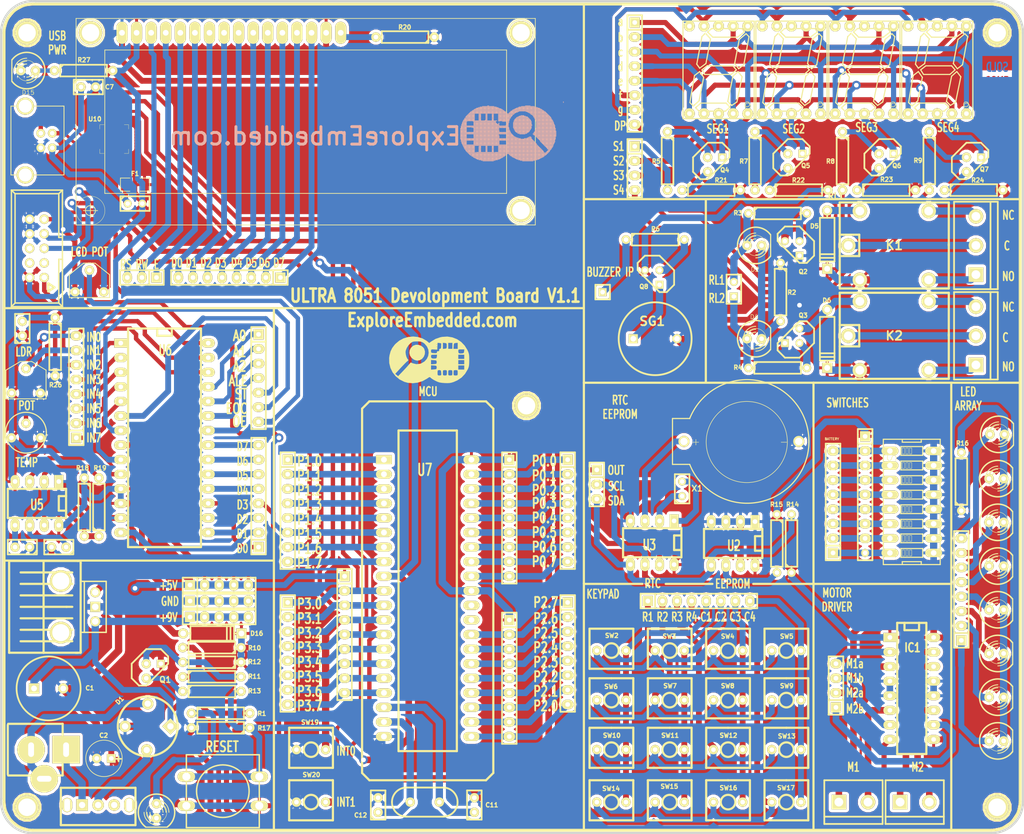
<source format=kicad_pcb>
(kicad_pcb (version 4) (host pcbnew "(2015-01-16 BZR 5376)-product")
  (title_block (date "4 mar 2015"))
  (layers (0 Front signal) (31 Back signal) (34 B.Paste user) (35 F.Paste user) (36 B.SilkS user) (37 F.SilkS user) (38 B.Mask user) (39 F.Mask user) (44 Edge.Cuts user))
  (net 0 "")
  (net 1 +5V)
  (net 2 +9V)
  (net 3 /7Segment/DP)
  (net 4 /7Segment/RL1)
  (net 5 /7Segment/RL2)
  (net 6 /7Segment/SG-1)
  (net 7 /7Segment/SG-2)
  (net 8 /7Segment/SG-3)
  (net 9 /7Segment/SG-4)
  (net 10 /7Segment/SG-5)
  (net 11 /7Segment/SG-6)
  (net 12 /7Segment/SG-7)
  (net 13 /ADC/EOC)
  (net 14 /ADC/IN2)
  (net 15 /ADC/OE)
  (net 16 /DTR)
  (net 17 /INT0)
  (net 18 /INT1)
  (net 19 "/Key Pad/M1a")
  (net 20 "/Key Pad/M1b")
  (net 21 "/Key Pad/M1c")
  (net 22 "/Key Pad/M1d")
  (net 23 "/Key Pad/M2a")
  (net 24 "/Key Pad/M2b")
  (net 25 "/Key Pad/M2c")
  (net 26 "/Key Pad/M2d")
  (net 27 "/Key Pad/OUT")
  (net 28 "/Key Pad/SCL")
  (net 29 "/Key Pad/SDA")
  (net 30 /MISO)
  (net 31 /MOSI)
  (net 32 /RST)
  (net 33 /RXD)
  (net 34 /SCK)
  (net 35 /TXD)
  (net 36 GND)
  (net 37 N-000001)
  (net 38 N-00000100)
  (net 39 N-00000101)
  (net 40 N-00000102)
  (net 41 N-00000109)
  (net 42 N-00000111)
  (net 43 N-00000112)
  (net 44 N-00000113)
  (net 45 N-00000114)
  (net 46 N-00000115)
  (net 47 N-00000116)
  (net 48 N-00000117)
  (net 49 N-00000118)
  (net 50 N-00000119)
  (net 51 N-00000120)
  (net 52 N-00000121)
  (net 53 N-00000122)
  (net 54 N-00000123)
  (net 55 N-00000124)
  (net 56 N-00000125)
  (net 57 N-00000126)
  (net 58 N-00000127)
  (net 59 N-00000128)
  (net 60 N-00000129)
  (net 61 N-00000130)
  (net 62 N-00000131)
  (net 63 N-00000132)
  (net 64 N-00000133)
  (net 65 N-00000134)
  (net 66 N-00000135)
  (net 67 N-00000136)
  (net 68 N-00000137)
  (net 69 N-00000138)
  (net 70 N-00000139)
  (net 71 N-00000140)
  (net 72 N-00000141)
  (net 73 N-00000143)
  (net 74 N-00000144)
  (net 75 N-00000145)
  (net 76 N-00000146)
  (net 77 N-00000147)
  (net 78 N-00000148)
  (net 79 N-00000149)
  (net 80 N-00000150)
  (net 81 N-00000156)
  (net 82 N-00000157)
  (net 83 N-00000163)
  (net 84 N-00000164)
  (net 85 N-00000165)
  (net 86 N-00000166)
  (net 87 N-00000167)
  (net 88 N-00000168)
  (net 89 N-00000169)
  (net 90 N-00000170)
  (net 91 N-00000171)
  (net 92 N-00000172)
  (net 93 N-00000173)
  (net 94 N-00000174)
  (net 95 N-00000175)
  (net 96 N-00000176)
  (net 97 N-00000177)
  (net 98 N-00000178)
  (net 99 N-00000179)
  (net 100 N-00000180)
  (net 101 N-00000181)
  (net 102 N-00000182)
  (net 103 N-00000183)
  (net 104 N-00000184)
  (net 105 N-00000186)
  (net 106 N-00000187)
  (net 107 N-00000188)
  (net 108 N-00000189)
  (net 109 N-0000019)
  (net 110 N-00000190)
  (net 111 N-00000191)
  (net 112 N-00000192)
  (net 113 N-00000193)
  (net 114 N-00000194)
  (net 115 N-00000195)
  (net 116 N-00000196)
  (net 117 N-00000197)
  (net 118 N-00000199)
  (net 119 N-000002)
  (net 120 N-00000200)
  (net 121 N-00000201)
  (net 122 N-0000025)
  (net 123 N-0000027)
  (net 124 N-0000036)
  (net 125 N-0000037)
  (net 126 N-0000038)
  (net 127 N-0000039)
  (net 128 N-000004)
  (net 129 N-0000040)
  (net 130 N-0000042)
  (net 131 N-0000044)
  (net 132 N-0000045)
  (net 133 N-0000046)
  (net 134 N-0000047)
  (net 135 N-0000049)
  (net 136 N-0000050)
  (net 137 N-0000052)
  (net 138 N-0000053)
  (net 139 N-0000054)
  (net 140 N-0000055)
  (net 141 N-0000056)
  (net 142 N-0000057)
  (net 143 N-0000058)
  (net 144 N-0000059)
  (net 145 N-0000060)
  (net 146 N-0000061)
  (net 147 N-0000062)
  (net 148 N-0000063)
  (net 149 N-0000064)
  (net 150 N-0000065)
  (net 151 N-0000066)
  (net 152 N-0000067)
  (net 153 N-0000068)
  (net 154 N-0000069)
  (net 155 N-0000070)
  (net 156 N-0000071)
  (net 157 N-0000080)
  (net 158 N-0000081)
  (net 159 N-0000082)
  (net 160 N-0000083)
  (net 161 N-0000084)
  (net 162 N-0000086)
  (net 163 N-0000087)
  (net 164 N-0000088)
  (net 165 N-0000089)
  (net 166 N-0000090)
  (net 167 N-0000091)
  (net 168 N-0000095)
  (net 169 N-0000099)
  (module 40tex-Ell600 (layer Front) (at 133.792 133.54 270)
    (fp_text reference U7 (at -22.352 0.508 360) (layer F.SilkS) (effects (font (size 2.032 1.27) (thickness 0.3048))))
    (fp_text value AT89S52 hide)
    (pad 1 thru_hole rect (at -24.13 7.62 270) (size 1.5748 2.794) (drill 1.016) (layers *.Cu *.Mask F.SilkS) (net 129 N-0000040))
    (pad 2 thru_hole oval (at -21.59 7.62 270) (size 1.5748 2.794) (drill 1.016) (layers *.Cu *.Mask F.SilkS) (net 127 N-0000039))
    (pad 3 thru_hole oval (at -19.05 7.62 270) (size 1.5748 2.794) (drill 1.016) (layers *.Cu *.Mask F.SilkS) (net 126 N-0000038))
    (pad 4 thru_hole oval (at -16.51 7.62 270) (size 1.5748 2.794) (drill 1.016) (layers *.Cu *.Mask F.SilkS) (net 125 N-0000037))
    (pad 5 thru_hole oval (at -13.97 7.62 270) (size 1.5748 2.794) (drill 1.016) (layers *.Cu *.Mask F.SilkS) (net 124 N-0000036))
    (pad 6 thru_hole oval (at -11.43 7.62 270) (size 1.5748 2.794) (drill 1.016) (layers *.Cu *.Mask F.SilkS) (net 31 /MOSI))
    (pad 7 thru_hole oval (at -8.89 7.62 270) (size 1.5748 2.794) (drill 1.016) (layers *.Cu *.Mask F.SilkS) (net 30 /MISO))
    (pad 8 thru_hole oval (at -6.35 7.62 270) (size 1.5748 2.794) (drill 1.016) (layers *.Cu *.Mask F.SilkS) (net 34 /SCK))
    (pad 9 thru_hole oval (at -3.81 7.62 270) (size 1.5748 2.794) (drill 1.016) (layers *.Cu *.Mask F.SilkS) (net 32 /RST))
    (pad 10 thru_hole oval (at -1.27 7.62 270) (size 1.5748 2.794) (drill 1.016) (layers *.Cu *.Mask F.SilkS) (net 33 /RXD))
    (pad 11 thru_hole oval (at 1.27 7.62 270) (size 1.5748 2.794) (drill 1.016) (layers *.Cu *.Mask F.SilkS) (net 35 /TXD))
    (pad 12 thru_hole oval (at 3.81 7.62 270) (size 1.5748 2.794) (drill 1.016) (layers *.Cu *.Mask F.SilkS) (net 17 /INT0))
    (pad 13 thru_hole oval (at 6.35 7.62 270) (size 1.5748 2.794) (drill 1.016) (layers *.Cu *.Mask F.SilkS) (net 18 /INT1))
    (pad 14 thru_hole oval (at 8.89 7.62 270) (size 1.5748 2.794) (drill 1.016) (layers *.Cu *.Mask F.SilkS) (net 137 N-0000052))
    (pad 15 thru_hole oval (at 11.43 7.62 270) (size 1.5748 2.794) (drill 1.016) (layers *.Cu *.Mask F.SilkS) (net 140 N-0000055))
    (pad 16 thru_hole oval (at 13.97 7.62 270) (size 1.5748 2.794) (drill 1.016) (layers *.Cu *.Mask F.SilkS) (net 139 N-0000054))
    (pad 17 thru_hole oval (at 16.51 7.62 270) (size 1.5748 2.794) (drill 1.016) (layers *.Cu *.Mask F.SilkS) (net 138 N-0000053))
    (pad 18 thru_hole oval (at 19.05 7.62 270) (size 1.5748 2.794) (drill 1.016) (layers *.Cu *.Mask F.SilkS) (net 132 N-0000045))
    (pad 19 thru_hole oval (at 21.59 7.62 270) (size 1.5748 2.794) (drill 1.016) (layers *.Cu *.Mask F.SilkS) (net 131 N-0000044))
    (pad 20 thru_hole oval (at 24.13 7.62 270) (size 1.5748 2.794) (drill 1.016) (layers *.Cu *.Mask F.SilkS) (net 36 GND))
    (pad 21 thru_hole oval (at 24.13 -7.62 270) (size 1.5748 2.794) (drill 1.016) (layers *.Cu *.Mask F.SilkS) (net 141 N-0000056))
    (pad 22 thru_hole oval (at 21.59 -7.62 270) (size 1.5748 2.794) (drill 1.016) (layers *.Cu *.Mask F.SilkS) (net 142 N-0000057))
    (pad 23 thru_hole oval (at 19.05 -7.62 270) (size 1.5748 2.794) (drill 1.016) (layers *.Cu *.Mask F.SilkS) (net 143 N-0000058))
    (pad 24 thru_hole oval (at 16.51 -7.62 270) (size 1.5748 2.794) (drill 1.016) (layers *.Cu *.Mask F.SilkS) (net 144 N-0000059))
    (pad 25 thru_hole oval (at 13.97 -7.62 270) (size 1.5748 2.794) (drill 1.016) (layers *.Cu *.Mask F.SilkS) (net 145 N-0000060))
    (pad 26 thru_hole oval (at 11.43 -7.62 270) (size 1.5748 2.794) (drill 1.016) (layers *.Cu *.Mask F.SilkS) (net 146 N-0000061))
    (pad 27 thru_hole oval (at 8.89 -7.62 270) (size 1.5748 2.794) (drill 1.016) (layers *.Cu *.Mask F.SilkS) (net 147 N-0000062))
    (pad 28 thru_hole oval (at 6.35 -7.62 270) (size 1.5748 2.794) (drill 1.016) (layers *.Cu *.Mask F.SilkS) (net 148 N-0000063))
    (pad 29 thru_hole oval (at 3.81 -7.62 270) (size 1.5748 2.794) (drill 1.016) (layers *.Cu *.Mask F.SilkS))
    (pad 30 thru_hole oval (at 1.27 -7.62 270) (size 1.5748 2.794) (drill 1.016) (layers *.Cu *.Mask F.SilkS))
    (pad 31 thru_hole oval (at -1.27 -7.62 270) (size 1.5748 2.794) (drill 1.016) (layers *.Cu *.Mask F.SilkS) (net 1 +5V))
    (pad 32 thru_hole oval (at -3.81 -7.62 270) (size 1.5748 2.794) (drill 1.016) (layers *.Cu *.Mask F.SilkS) (net 150 N-0000065))
    (pad 33 thru_hole oval (at -6.35 -7.62 270) (size 1.5748 2.794) (drill 1.016) (layers *.Cu *.Mask F.SilkS) (net 151 N-0000066))
    (pad 34 thru_hole oval (at -8.89 -7.62 270) (size 1.5748 2.794) (drill 1.016) (layers *.Cu *.Mask F.SilkS) (net 152 N-0000067))
    (pad 35 thru_hole oval (at -11.43 -7.62 270) (size 1.5748 2.794) (drill 1.016) (layers *.Cu *.Mask F.SilkS) (net 153 N-0000068))
    (pad 36 thru_hole oval (at -13.97 -7.62 270) (size 1.5748 2.794) (drill 1.016) (layers *.Cu *.Mask F.SilkS) (net 154 N-0000069))
    (pad 37 thru_hole oval (at -16.51 -7.62 270) (size 1.5748 2.794) (drill 1.016) (layers *.Cu *.Mask F.SilkS) (net 155 N-0000070))
    (pad 38 thru_hole oval (at -19.05 -7.62 270) (size 1.5748 2.794) (drill 1.016) (layers *.Cu *.Mask F.SilkS) (net 149 N-0000064))
    (pad 39 thru_hole oval (at -21.59 -7.62 270) (size 1.5748 2.794) (drill 1.016) (layers *.Cu *.Mask F.SilkS) (net 156 N-0000071))
    (pad 40 thru_hole oval (at -24.13 -7.62 270) (size 1.5748 2.794) (drill 1.016) (layers *.Cu *.Mask F.SilkS) (net 1 +5V))
  )
  (module C1 (layer Front) (at 178.115 114.49 90)
    (fp_text reference X1 (at 0.063 2.606 180) (layer F.SilkS) (effects (font (size 1.016 1.016) (thickness 0.2032))))
    (fp_text value CRYSTAL hide)
    (pad 1 thru_hole circle (at -1.27 0 90) (size 1.397 1.397) (drill 0.8128) (layers *.Cu *.Mask F.SilkS) (net 70 N-00000139))
    (pad 2 thru_hole circle (at 1.27 0 90) (size 1.397 1.397) (drill 0.8128) (layers *.Cu *.Mask F.SilkS) (net 71 N-00000140))
    (pad 3 smd rect (at 0 -6 90) (size 3 5) (layers Front F.Paste F.Mask))
  )
  (module RV2 (layer Front) (at 63.815 94.805)
    (fp_text reference RV1 hide)
    (fp_text value TS hide)
    (pad 1 thru_hole circle (at -2.5 3) (size 1.651 1.651) (drill 0.8128) (layers *.Cu *.Mask F.SilkS) (net 1 +5V))
    (pad 2 thru_hole circle (at 0 -1.27) (size 1.651 1.651) (drill 0.8128) (layers *.Cu *.Mask F.SilkS) (net 101 N-00000181))
    (pad 3 thru_hole circle (at 2.5 3) (size 1.651 1.651) (drill 0.8128) (layers *.Cu *.Mask F.SilkS) (net 36 GND))
  )
  (module RV2 (layer Front) (at 74.864 77.66)
    (fp_text reference RV3 hide)
    (fp_text value 10K hide)
    (pad 1 thru_hole circle (at -2.5 2.5) (size 1.651 1.651) (drill 0.8128) (layers *.Cu *.Mask F.SilkS) (net 36 GND))
    (pad 2 thru_hole circle (at 0 -1.27) (size 1.651 1.651) (drill 0.8128) (layers *.Cu *.Mask F.SilkS) (net 105 N-00000186))
    (pad 3 thru_hole circle (at 2.5 2.5) (size 1.651 1.651) (drill 0.8128) (layers *.Cu *.Mask F.SilkS) (net 1 +5V))
  )
  (module USB_B (layer Front) (at 63.688 53.784 270)
    (fp_text reference J1 hide)
    (fp_text value USB_2 hide)
    (pad 1 thru_hole circle (at 1.27 -4.699 270) (size 1.524 1.524) (drill 0.8128) (layers *.Cu *.Mask F.SilkS) (net 122 N-0000025))
    (pad 2 thru_hole circle (at -1.27 -4.699 270) (size 1.524 1.524) (drill 0.8128) (layers *.Cu *.Mask F.SilkS) (net 37 N-000001))
    (pad 3 thru_hole circle (at -1.27 -2.70002 270) (size 1.524 1.524) (drill 0.8128) (layers *.Cu *.Mask F.SilkS) (net 128 N-000004))
    (pad 4 thru_hole circle (at 1.27 -2.70002 270) (size 1.524 1.524) (drill 0.8128) (layers *.Cu *.Mask F.SilkS) (net 36 GND))
    (pad "" thru_hole circle (at 5.99948 0 270) (size 3 3) (drill 2.30124) (layers *.Cu *.Mask F.SilkS))
    (pad 6 thru_hole circle (at -5.99948 0 270) (size 3 3) (drill 2.30124) (layers *.Cu *.Mask F.SilkS))
  )
  (module JACK_ALIM (layer Front) (at 64.704 159.956)
    (fp_text reference K4 hide)
    (fp_text value CONN_3 hide)
    (pad 2 thru_hole circle (at 0 0) (size 4.8006 4.8006) (drill oval 1.016 2.54) (layers *.Cu *.Mask F.SilkS) (net 123 N-0000027))
    (pad 1 thru_hole rect (at 6.096 0) (size 4.8006 4.8006) (drill oval 1.016 2.54) (layers *.Cu *.Mask F.SilkS) (net 135 N-0000049))
    (pad 3 thru_hole circle (at 2.286 5.08) (size 4.8006 4.8006) (drill oval 2.54 1.016) (layers *.Cu *.Mask F.SilkS) (net 123 N-0000027))
  )
  (module SIL-9 (layer Front) (at 119.314 139.89 270)
    (fp_text reference RR6 hide)
    (fp_text value RR8 hide)
    (pad 1 thru_hole rect (at -10.16 0 270) (size 1.778 1.778) (drill 0.8128) (layers *.Cu *.Mask F.SilkS) (net 1 +5V))
    (pad 2 thru_hole oval (at -7.62 0 270) (size 1.651 2.032) (drill 0.8128) (layers *.Cu *.Mask F.SilkS) (net 33 /RXD))
    (pad 3 thru_hole oval (at -5.08 0 270) (size 1.651 2.032) (drill 0.8128) (layers *.Cu *.Mask F.SilkS) (net 35 /TXD))
    (pad 4 thru_hole oval (at -2.54 0 270) (size 1.651 2.032) (drill 0.8128) (layers *.Cu *.Mask F.SilkS) (net 17 /INT0))
    (pad 5 thru_hole oval (at 0 0 270) (size 1.651 2.032) (drill 0.8128) (layers *.Cu *.Mask F.SilkS) (net 18 /INT1))
    (pad 6 thru_hole oval (at 2.54 0 270) (size 1.651 2.032) (drill 0.8128) (layers *.Cu *.Mask F.SilkS) (net 137 N-0000052))
    (pad 7 thru_hole oval (at 5.08 0 270) (size 1.651 2.032) (drill 0.8128) (layers *.Cu *.Mask F.SilkS) (net 140 N-0000055))
    (pad 8 thru_hole oval (at 7.62 0 270) (size 1.651 2.032) (drill 0.8128) (layers *.Cu *.Mask F.SilkS) (net 139 N-0000054))
    (pad 9 thru_hole oval (at 10.16 0 270) (size 1.651 2.032) (drill 0.8128) (layers *.Cu *.Mask F.SilkS) (net 138 N-0000053))
  )
  (module SIL-9 (layer Front) (at 148.016 147.51 270)
    (fp_text reference RR4 hide)
    (fp_text value RR8 hide)
    (pad 1 thru_hole rect (at -10.16 0 270) (size 1.778 1.778) (drill 0.8128) (layers *.Cu *.Mask F.SilkS) (net 1 +5V))
    (pad 2 thru_hole oval (at -7.62 0 270) (size 1.651 2.032) (drill 0.8128) (layers *.Cu *.Mask F.SilkS) (net 148 N-0000063))
    (pad 3 thru_hole oval (at -5.08 0 270) (size 1.651 2.032) (drill 0.8128) (layers *.Cu *.Mask F.SilkS) (net 147 N-0000062))
    (pad 4 thru_hole oval (at -2.54 0 270) (size 1.651 2.032) (drill 0.8128) (layers *.Cu *.Mask F.SilkS) (net 146 N-0000061))
    (pad 5 thru_hole oval (at 0 0 270) (size 1.651 2.032) (drill 0.8128) (layers *.Cu *.Mask F.SilkS) (net 145 N-0000060))
    (pad 6 thru_hole oval (at 2.54 0 270) (size 1.651 2.032) (drill 0.8128) (layers *.Cu *.Mask F.SilkS) (net 144 N-0000059))
    (pad 7 thru_hole oval (at 5.08 0 270) (size 1.651 2.032) (drill 0.8128) (layers *.Cu *.Mask F.SilkS) (net 143 N-0000058))
    (pad 8 thru_hole oval (at 7.62 0 270) (size 1.651 2.032) (drill 0.8128) (layers *.Cu *.Mask F.SilkS) (net 142 N-0000057))
    (pad 9 thru_hole oval (at 10.16 0 270) (size 1.651 2.032) (drill 0.8128) (layers *.Cu *.Mask F.SilkS) (net 141 N-0000056))
  )
  (module R4 (layer Front) (at 206.055 57.34 270)
    (fp_text reference R8 (at 0.064 2.093 360) (layer F.SilkS) (effects (font (size 0.762 0.762) (thickness 0.1905))))
    (fp_text value 1K hide)
    (pad 1 thru_hole circle (at -5.08 0 270) (size 1.651 1.651) (drill 0.8128) (layers *.Cu *.Mask F.SilkS) (net 57 N-00000126))
    (pad 2 thru_hole circle (at 5.08 0 270) (size 1.651 1.651) (drill 0.8128) (layers *.Cu *.Mask F.SilkS) (net 163 N-0000087))
  )
  (module R4 (layer Front) (at 190.815 57.34 270)
    (fp_text reference R7 (at 0.064 1.966 360) (layer F.SilkS) (effects (font (size 0.762 0.762) (thickness 0.1905))))
    (fp_text value 1K hide)
    (pad 1 thru_hole circle (at -5.08 0 270) (size 1.651 1.651) (drill 0.8128) (layers *.Cu *.Mask F.SilkS) (net 60 N-00000129))
    (pad 2 thru_hole circle (at 5.08 0 270) (size 1.651 1.651) (drill 0.8128) (layers *.Cu *.Mask F.SilkS) (net 164 N-0000088))
  )
  (module R4 (layer Front) (at 173.416 71.056)
    (fp_text reference R6 (at 0.066 -1.841) (layer F.SilkS) (effects (font (size 0.762 0.762) (thickness 0.1905))))
    (fp_text value 1K hide)
    (pad 1 thru_hole circle (at -5.08 0) (size 1.524 1.524) (drill 0.8128) (layers *.Cu *.Mask F.SilkS) (net 167 N-0000091))
    (pad 2 thru_hole circle (at 5.08 0) (size 1.524 1.524) (drill 0.8128) (layers *.Cu *.Mask F.SilkS) (net 166 N-0000090))
  )
  (module R4 (layer Front) (at 175.575 57.34 270)
    (fp_text reference R5 (at 0.064 1.966 360) (layer F.SilkS) (effects (font (size 0.762 0.762) (thickness 0.1905))))
    (fp_text value 1K hide)
    (pad 1 thru_hole circle (at -5.08 0 270) (size 1.651 1.651) (drill 0.8128) (layers *.Cu *.Mask F.SilkS) (net 59 N-00000128))
    (pad 2 thru_hole circle (at 5.08 0 270) (size 1.651 1.651) (drill 0.8128) (layers *.Cu *.Mask F.SilkS) (net 160 N-0000083))
  )
  (module SIL-9 (layer Front) (at 209.992 115.506 270)
    (fp_text reference RR2 hide)
    (fp_text value RR8 hide)
    (pad 1 thru_hole rect (at -10.16 0 270) (size 1.778 1.778) (drill 0.8128) (layers *.Cu *.Mask F.SilkS) (net 1 +5V))
    (pad 2 thru_hole oval (at -7.62 0 270) (size 1.651 2.032) (drill 0.8128) (layers *.Cu *.Mask F.SilkS) (net 45 N-00000114))
    (pad 3 thru_hole oval (at -5.08 0 270) (size 1.651 2.032) (drill 0.8128) (layers *.Cu *.Mask F.SilkS) (net 55 N-00000124))
    (pad 4 thru_hole oval (at -2.54 0 270) (size 1.651 2.032) (drill 0.8128) (layers *.Cu *.Mask F.SilkS) (net 54 N-00000123))
    (pad 5 thru_hole oval (at 0 0 270) (size 1.651 2.032) (drill 0.8128) (layers *.Cu *.Mask F.SilkS) (net 53 N-00000122))
    (pad 6 thru_hole oval (at 2.54 0 270) (size 1.651 2.032) (drill 0.8128) (layers *.Cu *.Mask F.SilkS) (net 52 N-00000121))
    (pad 7 thru_hole oval (at 5.08 0 270) (size 1.651 2.032) (drill 0.8128) (layers *.Cu *.Mask F.SilkS) (net 51 N-00000120))
    (pad 8 thru_hole oval (at 7.62 0 270) (size 1.651 2.032) (drill 0.8128) (layers *.Cu *.Mask F.SilkS) (net 50 N-00000119))
    (pad 9 thru_hole circle (at 10.16 0 270) (size 1.397 1.397) (drill 0.8128) (layers *.Cu *.Mask F.SilkS) (net 49 N-00000118))
  )
  (module C1 (layer Front) (at 63.18 124.65 180)
    (fp_text reference C4 hide)
    (fp_text value 0.1uF hide)
    (pad 1 thru_hole circle (at -1.27 0 180) (size 1.651 1.651) (drill 0.8128) (layers *.Cu *.Mask F.SilkS) (net 36 GND))
    (pad 2 thru_hole circle (at 1.27 0 180) (size 1.651 1.651) (drill 0.8128) (layers *.Cu *.Mask F.SilkS) (net 97 N-00000177))
  )
  (module C1 (layer Front) (at 69.53 124.65 180)
    (fp_text reference C3 hide)
    (fp_text value CP1 hide)
    (pad 1 thru_hole circle (at -1.27 0 180) (size 1.651 1.651) (drill 0.8128) (layers *.Cu *.Mask F.SilkS) (net 112 N-00000192))
    (pad 2 thru_hole circle (at 1.27 0 180) (size 1.651 1.651) (drill 0.8128) (layers *.Cu *.Mask F.SilkS) (net 36 GND))
  )
  (module C1 (layer Front) (at 125.156 169.608 90)
    (fp_text reference C12 (at -1.778 -3.048 180) (layer F.SilkS) (effects (font (size 0.762 0.762) (thickness 0.1905))))
    (fp_text value 22pF hide)
    (pad 1 thru_hole circle (at -1.27 0 90) (size 1.651 1.651) (drill 0.8128) (layers *.Cu *.Mask F.SilkS) (net 131 N-0000044))
    (pad 2 thru_hole circle (at 1.27 0 90) (size 1.651 1.651) (drill 0.8128) (layers *.Cu *.Mask F.SilkS) (net 36 GND))
  )
  (module C1 (layer Front) (at 141.92 169.608 90)
    (fp_text reference C11 (at 0 3.048 180) (layer F.SilkS) (effects (font (size 0.762 0.762) (thickness 0.1905))))
    (fp_text value 22pF hide)
    (pad 1 thru_hole circle (at -1.27 0 90) (size 1.651 1.651) (drill 0.8128) (layers *.Cu *.Mask F.SilkS) (net 132 N-0000045))
    (pad 2 thru_hole circle (at 1.27 0 90) (size 1.651 1.651) (drill 0.8128) (layers *.Cu *.Mask F.SilkS) (net 36 GND))
  )
  (module C1V7 (layer Front) (at 77.404 161.48 180)
    (fp_text reference C2 (at 0.061 4 180) (layer F.SilkS) (effects (font (size 0.762 0.762) (thickness 0.1905))))
    (fp_text value "100uF, 25V" hide)
    (fp_text user + (at -2.54 0 180) (layer F.SilkS) (effects (font (size 1.143 1.143) (thickness 0.28702))))
    (pad 1 thru_hole rect (at -1.27 0 180) (size 1.524 1.524) (drill 0.8128) (layers *.Cu *.Mask F.SilkS) (net 1 +5V))
    (pad 2 thru_hole circle (at 1.27 0 180) (size 1.651 1.651) (drill 0.8128) (layers *.Cu *.Mask F.SilkS) (net 36 GND))
  )
  (module C2V10 (layer Front) (at 67.752 149.288)
    (fp_text reference C1 (at 7.178 -0.063) (layer F.SilkS) (effects (font (size 0.762 0.762) (thickness 0.1905))))
    (fp_text value "1000uF, 25V" hide)
    (pad 1 thru_hole rect (at -2.54 0) (size 1.778 1.778) (drill 1.016) (layers *.Cu *.Mask F.SilkS) (net 2 +9V))
    (pad 2 thru_hole circle (at 2.54 0) (size 1.778 1.778) (drill 1.016) (layers *.Cu *.Mask F.SilkS) (net 36 GND))
  )
  (module D4 (layer Front) (at 203.388 88.328 270)
    (fp_text reference D6 (at -6.667 0.061 360) (layer F.SilkS) (effects (font (size 0.762 0.762) (thickness 0.1905))))
    (fp_text value 1N40XX hide)
    (pad 1 thru_hole circle (at -5.08 0 270) (size 1.778 1.778) (drill 1.016) (layers *.Cu *.Mask F.SilkS) (net 159 N-0000082))
    (pad 2 thru_hole rect (at 5.08 0 270) (size 1.778 1.778) (drill 1.016) (layers *.Cu *.Mask F.SilkS) (net 1 +5V))
  )
  (module DIP-16__300_ELL (layer Front) (at 218.12 149.288 270)
    (fp_text reference IC1 (at -7.112 -0.127 360) (layer F.SilkS) (effects (font (size 1.524 1.143) (thickness 0.28702))))
    (fp_text value L293D hide)
    (pad 1 thru_hole rect (at -8.89 3.81 270) (size 1.5748 2.286) (drill 0.8128) (layers *.Cu *.Mask F.SilkS) (net 1 +5V))
    (pad 2 thru_hole oval (at -6.35 3.81 270) (size 1.5748 2.286) (drill 0.8128) (layers *.Cu *.Mask F.SilkS) (net 19 "/Key Pad/M1a"))
    (pad 3 thru_hole oval (at -3.81 3.81 270) (size 1.5748 2.286) (drill 0.8128) (layers *.Cu *.Mask F.SilkS) (net 21 "/Key Pad/M1c"))
    (pad 4 thru_hole oval (at -1.27 3.81 270) (size 1.5748 2.286) (drill 0.8128) (layers *.Cu *.Mask F.SilkS) (net 36 GND))
    (pad 5 thru_hole oval (at 1.27 3.81 270) (size 1.5748 2.286) (drill 0.8128) (layers *.Cu *.Mask F.SilkS) (net 36 GND))
    (pad 6 thru_hole oval (at 3.81 3.81 270) (size 1.5748 2.286) (drill 0.8128) (layers *.Cu *.Mask F.SilkS) (net 22 "/Key Pad/M1d"))
    (pad 7 thru_hole oval (at 6.35 3.81 270) (size 1.5748 2.286) (drill 0.8128) (layers *.Cu *.Mask F.SilkS) (net 20 "/Key Pad/M1b"))
    (pad 8 thru_hole oval (at 8.89 3.81 270) (size 1.5748 2.286) (drill 0.8128) (layers *.Cu *.Mask F.SilkS) (net 2 +9V))
    (pad 9 thru_hole oval (at 8.89 -3.81 270) (size 1.5748 2.286) (drill 0.8128) (layers *.Cu *.Mask F.SilkS) (net 1 +5V))
    (pad 10 thru_hole oval (at 6.35 -3.81 270) (size 1.5748 2.286) (drill 0.8128) (layers *.Cu *.Mask F.SilkS) (net 24 "/Key Pad/M2b"))
    (pad 11 thru_hole oval (at 3.81 -3.81 270) (size 1.5748 2.286) (drill 0.8128) (layers *.Cu *.Mask F.SilkS) (net 26 "/Key Pad/M2d"))
    (pad 12 thru_hole oval (at 1.27 -3.81 270) (size 1.5748 2.286) (drill 0.8128) (layers *.Cu *.Mask F.SilkS) (net 36 GND))
    (pad 13 thru_hole oval (at -1.27 -3.81 270) (size 1.5748 2.286) (drill 0.8128) (layers *.Cu *.Mask F.SilkS) (net 36 GND))
    (pad 14 thru_hole oval (at -3.81 -3.81 270) (size 1.5748 2.286) (drill 0.8128) (layers *.Cu *.Mask F.SilkS) (net 25 "/Key Pad/M2c"))
    (pad 15 thru_hole oval (at -6.35 -3.81 270) (size 1.5748 2.286) (drill 0.8128) (layers *.Cu *.Mask F.SilkS) (net 23 "/Key Pad/M2a"))
    (pad 16 thru_hole oval (at -8.89 -3.81 270) (size 1.5748 2.286) (drill 0.8128) (layers *.Cu *.Mask F.SilkS) (net 1 +5V))
  )
  (module LED-5MM (layer Front) (at 190.688 88.328)
    (fp_text reference D4 (at 0 -3.81) (layer F.SilkS) (effects (font (size 0.762 0.762) (thickness 0.0889))))
    (fp_text value RL2 hide)
    (pad 1 thru_hole circle (at -1.27 0) (size 1.6764 1.6764) (drill 0.8128) (layers *.Cu *.Mask F.Paste F.SilkS) (net 5 /7Segment/RL2))
    (pad 2 thru_hole circle (at 1.27 0) (size 1.6764 1.6764) (drill 0.8128) (layers *.Cu *.Mask F.Paste F.SilkS) (net 48 N-00000117))
  )
  (module LED-5MM (layer Front) (at 86.548 170.624 270)
    (fp_text reference D3 hide)
    (fp_text value LED hide)
    (pad 1 thru_hole circle (at -1.27 0 270) (size 1.6764 1.6764) (drill 0.8128) (layers *.Cu *.Mask F.Paste F.SilkS) (net 133 N-0000046))
    (pad 2 thru_hole circle (at 1.27 0 270) (size 1.6764 1.6764) (drill 0.8128) (layers *.Cu *.Mask F.Paste F.SilkS) (net 36 GND))
  )
  (module R4 (layer Front) (at 195.26 80.2 270)
    (fp_text reference R2 (at 0.064 -1.971 360) (layer F.SilkS) (effects (font (size 0.762 0.762) (thickness 0.1905))))
    (fp_text value 470 hide)
    (pad 1 thru_hole circle (at -5.08 0 270) (size 1.524 1.524) (drill 0.8128) (layers *.Cu *.Mask F.SilkS) (net 36 GND))
    (pad 2 thru_hole circle (at 5.08 0 270) (size 1.524 1.524) (drill 0.8128) (layers *.Cu *.Mask F.SilkS) (net 48 N-00000117))
  )
  (module R4 (layer Front) (at 97.724 153.606)
    (fp_text reference R1 (at 7.178 0.064) (layer F.SilkS) (effects (font (size 0.762 0.762) (thickness 0.1905))))
    (fp_text value 10K hide)
    (pad 1 thru_hole circle (at -5.08 0) (size 1.651 1.651) (drill 0.8128) (layers *.Cu *.Mask F.SilkS) (net 133 N-0000046))
    (pad 2 thru_hole circle (at 5.08 0) (size 1.651 1.651) (drill 0.8128) (layers *.Cu *.Mask F.SilkS) (net 2 +9V))
  )
  (module R4 (layer Front) (at 76.515 117.665 90)
    (fp_text reference R19 (at 6.794 0.193 180) (layer F.SilkS) (effects (font (size 0.762 0.762) (thickness 0.1905))))
    (fp_text value 2.2K hide)
    (pad 1 thru_hole circle (at -5.08 0 90) (size 1.651 1.651) (drill 0.8128) (layers *.Cu *.Mask F.SilkS) (net 98 N-00000178))
    (pad 2 thru_hole circle (at 5.08 0 90) (size 1.651 1.651) (drill 0.8128) (layers *.Cu *.Mask F.SilkS) (net 112 N-00000192))
  )
  (module R4 (layer Front) (at 73.975 117.665 270)
    (fp_text reference R18 (at -6.794 0.315 360) (layer F.SilkS) (effects (font (size 0.762 0.762) (thickness 0.1905))))
    (fp_text value 220 hide)
    (pad 1 thru_hole circle (at -5.08 0 270) (size 1.651 1.651) (drill 0.8128) (layers *.Cu *.Mask F.SilkS) (net 1 +5V))
    (pad 2 thru_hole circle (at 5.08 0 270) (size 1.651 1.651) (drill 0.8128) (layers *.Cu *.Mask F.SilkS) (net 98 N-00000178))
  )
  (module R4 (layer Front) (at 97.724 156.146 180)
    (fp_text reference R17 (at -7.559 -0.064 180) (layer F.SilkS) (effects (font (size 0.762 0.762) (thickness 0.1905))))
    (fp_text value 10K hide)
    (pad 1 thru_hole circle (at -5.08 0 180) (size 1.651 1.651) (drill 0.8128) (layers *.Cu *.Mask F.SilkS) (net 32 /RST))
    (pad 2 thru_hole circle (at 5.08 0 180) (size 1.651 1.651) (drill 0.8128) (layers *.Cu *.Mask F.SilkS) (net 36 GND))
  )
  (module R4 (layer Front) (at 226.756 113.22 90)
    (fp_text reference R16 (at 6.667 0.193 180) (layer F.SilkS) (effects (font (size 0.762 0.762) (thickness 0.1905))))
    (fp_text value 470 hide)
    (pad 1 thru_hole circle (at -5.08 0 90) (size 1.524 1.524) (drill 0.8128) (layers *.Cu *.Mask F.SilkS) (net 36 GND))
    (pad 2 thru_hole circle (at 5.08 0 90) (size 1.524 1.524) (drill 0.8128) (layers *.Cu *.Mask F.SilkS) (net 82 N-00000157))
  )
  (module R4 (layer Front) (at 194.752 93.408)
    (fp_text reference R4 (at -6.919 -0.063) (layer F.SilkS) (effects (font (size 0.762 0.762) (thickness 0.1905))))
    (fp_text value 1K hide)
    (pad 1 thru_hole circle (at -5.08 0) (size 1.524 1.524) (drill 0.8128) (layers *.Cu *.Mask F.SilkS) (net 5 /7Segment/RL2))
    (pad 2 thru_hole circle (at 5.08 0) (size 1.524 1.524) (drill 0.8128) (layers *.Cu *.Mask F.SilkS) (net 158 N-0000081))
  )
  (module R4 (layer Front) (at 194.752 66.484)
    (fp_text reference R3 (at -6.919 -0.063) (layer F.SilkS) (effects (font (size 0.762 0.762) (thickness 0.1905))))
    (fp_text value 1K hide)
    (pad 1 thru_hole circle (at -5.08 0) (size 1.524 1.524) (drill 0.8128) (layers *.Cu *.Mask F.SilkS) (net 4 /7Segment/RL1))
    (pad 2 thru_hole circle (at 5.08 0) (size 1.524 1.524) (drill 0.8128) (layers *.Cu *.Mask F.SilkS) (net 157 N-0000080))
  )
  (module RV2 (layer Front) (at 63.815 104.33)
    (fp_text reference RV2 hide)
    (fp_text value POT hide)
    (pad 1 thru_hole circle (at -2.54 1.27) (size 1.651 1.651) (drill 0.8128) (layers *.Cu *.Mask F.SilkS) (net 1 +5V))
    (pad 2 thru_hole circle (at 0 -1.27) (size 1.651 1.651) (drill 0.8128) (layers *.Cu *.Mask F.SilkS) (net 100 N-00000180))
    (pad 3 thru_hole circle (at 2.54 1.27) (size 1.651 1.651) (drill 0.8128) (layers *.Cu *.Mask F.SilkS) (net 36 GND))
  )
  (module SIL-3 (layer Front) (at 163.256 113.728 270)
    (fp_text reference K3 hide)
    (fp_text value I2C hide)
    (pad 1 thru_hole rect (at -2.54 0 270) (size 1.778 1.778) (drill 0.8128) (layers *.Cu *.Mask F.SilkS) (net 27 "/Key Pad/OUT"))
    (pad 2 thru_hole oval (at 0 0 270) (size 1.651 2.032) (drill 0.8128) (layers *.Cu *.Mask F.SilkS) (net 28 "/Key Pad/SCL"))
    (pad 3 thru_hole oval (at 2.54 0 270) (size 1.651 2.032) (drill 0.8128) (layers *.Cu *.Mask F.SilkS) (net 29 "/Key Pad/SDA"))
  )
  (module SIL-5 (layer Front) (at 98.74 131.254)
    (fp_text reference P3 hide)
    (fp_text value CONN_5 hide)
    (pad 1 thru_hole rect (at -6.35 0) (size 1.778 1.778) (drill 0.8128) (layers *.Cu *.Mask F.SilkS) (net 1 +5V))
    (pad 2 thru_hole oval (at -3.81 0) (size 1.651 2.032) (drill 0.8128) (layers *.Cu *.Mask F.SilkS) (net 1 +5V))
    (pad 3 thru_hole oval (at -1.27 0) (size 1.651 2.032) (drill 0.8128) (layers *.Cu *.Mask F.SilkS) (net 1 +5V))
    (pad 4 thru_hole oval (at 1.27 0) (size 1.651 2.032) (drill 0.8128) (layers *.Cu *.Mask F.SilkS) (net 1 +5V))
    (pad 5 thru_hole oval (at 3.81 0) (size 1.651 2.032) (drill 0.8128) (layers *.Cu *.Mask F.SilkS) (net 1 +5V))
  )
  (module SIL-5 (layer Front) (at 98.74 134.048)
    (fp_text reference P2 hide)
    (fp_text value CONN_5 hide)
    (pad 1 thru_hole rect (at -6.35 0) (size 1.778 1.778) (drill 0.8128) (layers *.Cu *.Mask F.SilkS) (net 36 GND))
    (pad 2 thru_hole oval (at -3.81 0) (size 1.651 2.032) (drill 0.8128) (layers *.Cu *.Mask F.SilkS) (net 36 GND))
    (pad 3 thru_hole oval (at -1.27 0) (size 1.651 2.032) (drill 0.8128) (layers *.Cu *.Mask F.SilkS) (net 36 GND))
    (pad 4 thru_hole oval (at 1.27 0) (size 1.651 2.032) (drill 0.8128) (layers *.Cu *.Mask F.SilkS) (net 36 GND))
    (pad 5 thru_hole oval (at 3.81 0) (size 1.651 2.032) (drill 0.8128) (layers *.Cu *.Mask F.SilkS) (net 36 GND))
  )
  (module SIL-5 (layer Front) (at 98.74 136.842)
    (fp_text reference P1 hide)
    (fp_text value CONN_5 hide)
    (pad 1 thru_hole rect (at -6.35 0) (size 1.778 1.778) (drill 0.8128) (layers *.Cu *.Mask F.SilkS) (net 2 +9V))
    (pad 2 thru_hole oval (at -3.81 0) (size 1.651 2.032) (drill 0.8128) (layers *.Cu *.Mask F.SilkS) (net 2 +9V))
    (pad 3 thru_hole oval (at -1.27 0) (size 1.651 2.032) (drill 0.8128) (layers *.Cu *.Mask F.SilkS) (net 2 +9V))
    (pad 4 thru_hole oval (at 1.27 0) (size 1.651 2.032) (drill 0.8128) (layers *.Cu *.Mask F.SilkS) (net 2 +9V))
    (pad 5 thru_hole oval (at 3.81 0) (size 1.651 2.032) (drill 0.8128) (layers *.Cu *.Mask F.SilkS) (net 2 +9V))
  )
  (module SIL-8 (layer Front) (at 169.86 42.1 270)
    (fp_text reference P12 hide)
    (fp_text value CONN_8 hide)
    (pad 1 thru_hole rect (at -8.89 0 270) (size 1.778 1.778) (drill 0.8128) (layers *.Cu *.Mask F.SilkS) (net 6 /7Segment/SG-1))
    (pad 2 thru_hole oval (at -6.35 0 270) (size 1.651 2.032) (drill 0.8128) (layers *.Cu *.Mask F.SilkS) (net 7 /7Segment/SG-2))
    (pad 3 thru_hole oval (at -3.81 0 270) (size 1.651 2.032) (drill 0.8128) (layers *.Cu *.Mask F.SilkS) (net 8 /7Segment/SG-3))
    (pad 4 thru_hole oval (at -1.27 0 270) (size 1.651 2.032) (drill 0.8128) (layers *.Cu *.Mask F.SilkS) (net 9 /7Segment/SG-4))
    (pad 5 thru_hole oval (at 1.27 0 270) (size 1.651 2.032) (drill 0.8128) (layers *.Cu *.Mask F.SilkS) (net 10 /7Segment/SG-5))
    (pad 6 thru_hole oval (at 3.81 0 270) (size 1.651 2.032) (drill 0.8128) (layers *.Cu *.Mask F.SilkS) (net 11 /7Segment/SG-6))
    (pad 7 thru_hole oval (at 6.35 0 270) (size 1.651 2.032) (drill 0.8128) (layers *.Cu *.Mask F.SilkS) (net 12 /7Segment/SG-7))
    (pad 8 thru_hole oval (at 8.89 0 270) (size 1.651 2.032) (drill 0.8128) (layers *.Cu *.Mask F.SilkS) (net 3 /7Segment/DP))
  )
  (module SIL-8 (layer Front) (at 158.176 118.3 270)
    (fp_text reference P10 hide)
    (fp_text value CONN_8 hide)
    (pad 1 thru_hole rect (at -8.89 0 270) (size 1.778 1.778) (drill 0.8128) (layers *.Cu *.Mask F.SilkS) (net 156 N-0000071))
    (pad 2 thru_hole oval (at -6.35 0 270) (size 1.651 2.032) (drill 0.8128) (layers *.Cu *.Mask F.SilkS) (net 149 N-0000064))
    (pad 3 thru_hole oval (at -3.81 0 270) (size 1.651 2.032) (drill 0.8128) (layers *.Cu *.Mask F.SilkS) (net 155 N-0000070))
    (pad 4 thru_hole oval (at -1.27 0 270) (size 1.651 2.032) (drill 0.8128) (layers *.Cu *.Mask F.SilkS) (net 154 N-0000069))
    (pad 5 thru_hole oval (at 1.27 0 270) (size 1.651 2.032) (drill 0.8128) (layers *.Cu *.Mask F.SilkS) (net 153 N-0000068))
    (pad 6 thru_hole oval (at 3.81 0 270) (size 1.651 2.032) (drill 0.8128) (layers *.Cu *.Mask F.SilkS) (net 152 N-0000067))
    (pad 7 thru_hole oval (at 6.35 0 270) (size 1.651 2.032) (drill 0.8128) (layers *.Cu *.Mask F.SilkS) (net 151 N-0000066))
    (pad 8 thru_hole oval (at 8.89 0 270) (size 1.651 2.032) (drill 0.8128) (layers *.Cu *.Mask F.SilkS) (net 150 N-0000065))
  )
  (module SIL-8 (layer Front) (at 158.176 143.192 270)
    (fp_text reference P9 hide)
    (fp_text value CONN_8 hide)
    (pad 1 thru_hole rect (at -8.89 0 270) (size 1.778 1.778) (drill 0.8128) (layers *.Cu *.Mask F.SilkS) (net 148 N-0000063))
    (pad 2 thru_hole oval (at -6.35 0 270) (size 1.651 2.032) (drill 0.8128) (layers *.Cu *.Mask F.SilkS) (net 147 N-0000062))
    (pad 3 thru_hole oval (at -3.81 0 270) (size 1.651 2.032) (drill 0.8128) (layers *.Cu *.Mask F.SilkS) (net 146 N-0000061))
    (pad 4 thru_hole oval (at -1.27 0 270) (size 1.651 2.032) (drill 0.8128) (layers *.Cu *.Mask F.SilkS) (net 145 N-0000060))
    (pad 5 thru_hole oval (at 1.27 0 270) (size 1.651 2.032) (drill 0.8128) (layers *.Cu *.Mask F.SilkS) (net 144 N-0000059))
    (pad 6 thru_hole oval (at 3.81 0 270) (size 1.651 2.032) (drill 0.8128) (layers *.Cu *.Mask F.SilkS) (net 143 N-0000058))
    (pad 7 thru_hole oval (at 6.35 0 270) (size 1.651 2.032) (drill 0.8128) (layers *.Cu *.Mask F.SilkS) (net 142 N-0000057))
    (pad 8 thru_hole oval (at 8.89 0 270) (size 1.651 2.032) (drill 0.8128) (layers *.Cu *.Mask F.SilkS) (net 141 N-0000056))
  )
  (module SIL-8 (layer Front) (at 109.408 143.192 270)
    (fp_text reference P8 hide)
    (fp_text value CONN_8 hide)
    (pad 1 thru_hole rect (at -8.89 0 270) (size 1.778 1.778) (drill 0.8128) (layers *.Cu *.Mask F.SilkS) (net 33 /RXD))
    (pad 2 thru_hole oval (at -6.35 0 270) (size 1.651 2.032) (drill 0.8128) (layers *.Cu *.Mask F.SilkS) (net 35 /TXD))
    (pad 3 thru_hole oval (at -3.81 0 270) (size 1.651 2.032) (drill 0.8128) (layers *.Cu *.Mask F.SilkS) (net 17 /INT0))
    (pad 4 thru_hole oval (at -1.27 0 270) (size 1.651 2.032) (drill 0.8128) (layers *.Cu *.Mask F.SilkS) (net 18 /INT1))
    (pad 5 thru_hole oval (at 1.27 0 270) (size 1.651 2.032) (drill 0.8128) (layers *.Cu *.Mask F.SilkS) (net 137 N-0000052))
    (pad 6 thru_hole oval (at 3.81 0 270) (size 1.651 2.032) (drill 0.8128) (layers *.Cu *.Mask F.SilkS) (net 140 N-0000055))
    (pad 7 thru_hole oval (at 6.35 0 270) (size 1.651 2.032) (drill 0.8128) (layers *.Cu *.Mask F.SilkS) (net 139 N-0000054))
    (pad 8 thru_hole oval (at 8.89 0 270) (size 1.651 2.032) (drill 0.8128) (layers *.Cu *.Mask F.SilkS) (net 138 N-0000053))
  )
  (module SIL-8 (layer Front) (at 109.408 118.3 270)
    (fp_text reference P7 hide)
    (fp_text value CONN_8 hide)
    (pad 1 thru_hole rect (at -8.89 0 270) (size 1.778 1.778) (drill 0.8128) (layers *.Cu *.Mask F.SilkS) (net 129 N-0000040))
    (pad 2 thru_hole oval (at -6.35 0 270) (size 1.651 2.032) (drill 0.8128) (layers *.Cu *.Mask F.SilkS) (net 127 N-0000039))
    (pad 3 thru_hole oval (at -3.81 0 270) (size 1.651 2.032) (drill 0.8128) (layers *.Cu *.Mask F.SilkS) (net 126 N-0000038))
    (pad 4 thru_hole oval (at -1.27 0 270) (size 1.651 2.032) (drill 0.8128) (layers *.Cu *.Mask F.SilkS) (net 125 N-0000037))
    (pad 5 thru_hole oval (at 1.27 0 270) (size 1.651 2.032) (drill 0.8128) (layers *.Cu *.Mask F.SilkS) (net 124 N-0000036))
    (pad 6 thru_hole oval (at 3.81 0 270) (size 1.651 2.032) (drill 0.8128) (layers *.Cu *.Mask F.SilkS) (net 31 /MOSI))
    (pad 7 thru_hole oval (at 6.35 0 270) (size 1.651 2.032) (drill 0.8128) (layers *.Cu *.Mask F.SilkS) (net 30 /MISO))
    (pad 8 thru_hole oval (at 8.89 0 270) (size 1.651 2.032) (drill 0.8128) (layers *.Cu *.Mask F.SilkS) (net 34 /SCK))
  )
  (module SIL-8 (layer Front) (at 226.756 132.016 90)
    (fp_text reference JP7 hide)
    (fp_text value "led array" hide)
    (pad 1 thru_hole rect (at -8.89 0 90) (size 1.778 1.778) (drill 0.8128) (layers *.Cu *.Mask F.SilkS) (net 73 N-00000143))
    (pad 2 thru_hole oval (at -6.35 0 90) (size 1.651 2.032) (drill 0.8128) (layers *.Cu *.Mask F.SilkS) (net 68 N-00000137))
    (pad 3 thru_hole oval (at -3.81 0 90) (size 1.651 2.032) (drill 0.8128) (layers *.Cu *.Mask F.SilkS) (net 67 N-00000136))
    (pad 4 thru_hole oval (at -1.27 0 90) (size 1.651 2.032) (drill 0.8128) (layers *.Cu *.Mask F.SilkS) (net 66 N-00000135))
    (pad 5 thru_hole oval (at 1.27 0 90) (size 1.651 2.032) (drill 0.8128) (layers *.Cu *.Mask F.SilkS) (net 65 N-00000134))
    (pad 6 thru_hole oval (at 3.81 0 90) (size 1.651 2.032) (drill 0.8128) (layers *.Cu *.Mask F.SilkS) (net 64 N-00000133))
    (pad 7 thru_hole oval (at 6.35 0 90) (size 1.651 2.032) (drill 0.8128) (layers *.Cu *.Mask F.SilkS) (net 63 N-00000132))
    (pad 8 thru_hole oval (at 8.89 0 90) (size 1.651 2.032) (drill 0.8128) (layers *.Cu *.Mask F.SilkS) (net 69 N-00000138))
  )
  (module SIL-9 (layer Front) (at 148.016 119.57 270)
    (fp_text reference RR3 hide)
    (fp_text value RR8 hide)
    (pad 1 thru_hole rect (at -10.16 0 270) (size 1.778 1.778) (drill 0.8128) (layers *.Cu *.Mask F.SilkS) (net 1 +5V))
    (pad 2 thru_hole oval (at -7.62 0 270) (size 1.651 2.032) (drill 0.8128) (layers *.Cu *.Mask F.SilkS) (net 156 N-0000071))
    (pad 3 thru_hole oval (at -5.08 0 270) (size 1.651 2.032) (drill 0.8128) (layers *.Cu *.Mask F.SilkS) (net 149 N-0000064))
    (pad 4 thru_hole oval (at -2.54 0 270) (size 1.651 2.032) (drill 0.8128) (layers *.Cu *.Mask F.SilkS) (net 155 N-0000070))
    (pad 5 thru_hole oval (at 0 0 270) (size 1.651 2.032) (drill 0.8128) (layers *.Cu *.Mask F.SilkS) (net 154 N-0000069))
    (pad 6 thru_hole oval (at 2.54 0 270) (size 1.651 2.032) (drill 0.8128) (layers *.Cu *.Mask F.SilkS) (net 153 N-0000068))
    (pad 7 thru_hole oval (at 5.08 0 270) (size 1.651 2.032) (drill 0.8128) (layers *.Cu *.Mask F.SilkS) (net 152 N-0000067))
    (pad 8 thru_hole oval (at 7.62 0 270) (size 1.651 2.032) (drill 0.8128) (layers *.Cu *.Mask F.SilkS) (net 151 N-0000066))
    (pad 9 thru_hole oval (at 10.16 0 270) (size 1.651 2.032) (drill 0.8128) (layers *.Cu *.Mask F.SilkS) (net 150 N-0000065))
  )
  (module SW_PUSH-12mm (layer Front) (at 98.105 167.195)
    (fp_text reference SW18 hide)
    (fp_text value SPST hide)
    (pad 1 thru_hole oval (at 6.35 -2.54) (size 3.048 1.8) (drill 1.397) (layers *.Cu *.Mask F.SilkS) (net 32 /RST))
    (pad 2 thru_hole oval (at 6.35 2.54) (size 3.048 1.8) (drill 1.397) (layers *.Cu *.Mask F.SilkS) (net 1 +5V))
    (pad 1 thru_hole oval (at -6.35 -2.54) (size 3.048 1.8) (drill 1.397) (layers *.Cu *.Mask F.SilkS) (net 32 /RST))
    (pad 2 thru_hole oval (at -6.35 2.54) (size 3.048 1.8) (drill 1.397) (layers *.Cu *.Mask F.SilkS) (net 1 +5V))
  )
  (module W005M_XL (layer Front) (at 85.024 155.892 135)
    (fp_text reference D1 (at 6.643268 -0.267993 225) (layer F.SilkS) (effects (font (size 0.762 0.762) (thickness 0.1905))))
    (fp_text value BRIDGE hide)
    (pad 1 thru_hole circle (at 2.794 -2.794 135) (size 2 2) (drill 1.1) (layers *.Cu *.Mask F.SilkS) (net 36 GND))
    (pad 2 thru_hole circle (at 2.794 2.794 135) (size 2 2) (drill 1.1) (layers *.Cu *.Mask F.SilkS) (net 123 N-0000027))
    (pad 3 thru_hole rect (at -2.794 2.794 135) (size 2 2) (drill 1.1) (layers *.Cu *.Mask F.SilkS) (net 2 +9V))
    (pad 4 thru_hole circle (at -2.794 -3.048 135) (size 2 2) (drill 1.1) (layers *.Cu *.Mask F.SilkS) (net 136 N-0000050))
  )
  (module SparkFun-DIPSWITCH-08 (layer Front) (at 218.12 116.776 270)
    (fp_text reference S1 (at -8.382 3.429 270) (layer F.SilkS) (effects (font (thickness 0.0889))))
    (fp_text value SW_DIP-8 hide)
    (fp_text user 2 (at -6.096 3.429 270) (layer F.SilkS) (effects (font (thickness 0.0889))))
    (fp_text user 3 (at -3.556 3.429 270) (layer F.SilkS) (effects (font (thickness 0.0889))))
    (fp_text user 4 (at -1.016 3.429 270) (layer F.SilkS) (effects (font (thickness 0.0889))))
    (fp_text user 5 (at 1.524 3.429 270) (layer F.SilkS) (effects (font (thickness 0.0889))))
    (fp_text user 6 (at 4.064 3.429 270) (layer F.SilkS) (effects (font (thickness 0.0889))))
    (fp_text user 7 (at 6.604 3.429 270) (layer F.SilkS) (effects (font (thickness 0.0889))))
    (fp_text user 8 (at 9.144 3.429 270) (layer F.SilkS) (effects (font (thickness 0.0889))))
    (fp_text user " " (at 0 -5.969 270) (layer F.SilkS) (effects (font (size 1.27 1.27) (thickness 0.0889))))
    (fp_text user " " (at -7.747 -5.969 270) (layer F.SilkS) (effects (font (size 1.27 1.27) (thickness 0.0889))))
    (pad 1 thru_hole oval (at -8.89 3.81 270) (size 1.47574 2.95402) (drill 0.96774) (layers *.Cu *.Mask F.Paste F.SilkS) (net 45 N-00000114))
    (pad 2 thru_hole oval (at -6.35 3.81 270) (size 1.47574 2.95402) (drill 0.96774) (layers *.Cu *.Mask F.Paste F.SilkS) (net 55 N-00000124))
    (pad 3 thru_hole oval (at -3.81 3.81 270) (size 1.47574 2.95402) (drill 0.96774) (layers *.Cu *.Mask F.Paste F.SilkS) (net 54 N-00000123))
    (pad 4 thru_hole oval (at -1.27 3.81 270) (size 1.47574 2.95402) (drill 0.96774) (layers *.Cu *.Mask F.Paste F.SilkS) (net 53 N-00000122))
    (pad 5 thru_hole oval (at 1.27 3.81 270) (size 1.47574 2.95402) (drill 0.96774) (layers *.Cu *.Mask F.Paste F.SilkS) (net 52 N-00000121))
    (pad 6 thru_hole oval (at 3.81 3.81 270) (size 1.47574 2.95402) (drill 0.96774) (layers *.Cu *.Mask F.Paste F.SilkS) (net 51 N-00000120))
    (pad 7 thru_hole oval (at 6.35 3.81 270) (size 1.47574 2.95402) (drill 0.96774) (layers *.Cu *.Mask F.Paste F.SilkS) (net 50 N-00000119))
    (pad 8 thru_hole oval (at 8.89 3.81 270) (size 1.47574 2.95402) (drill 0.96774) (layers *.Cu *.Mask F.Paste F.SilkS) (net 49 N-00000118))
    (pad 9 thru_hole oval (at 8.89 -3.81 270) (size 1.47574 2.95402) (drill 0.96774) (layers *.Cu *.Mask F.Paste F.SilkS) (net 36 GND))
    (pad 10 thru_hole oval (at 6.35 -3.81 270) (size 1.47574 2.95402) (drill 0.96774) (layers *.Cu *.Mask F.Paste F.SilkS) (net 36 GND))
    (pad 11 thru_hole oval (at 3.81 -3.81 270) (size 1.47574 2.95402) (drill 0.96774) (layers *.Cu *.Mask F.Paste F.SilkS) (net 36 GND))
    (pad 12 thru_hole oval (at 1.27 -3.81 270) (size 1.47574 2.95402) (drill 0.96774) (layers *.Cu *.Mask F.Paste F.SilkS) (net 36 GND))
    (pad 13 thru_hole oval (at -1.27 -3.81 270) (size 1.47574 2.95402) (drill 0.96774) (layers *.Cu *.Mask F.Paste F.SilkS) (net 36 GND))
    (pad 14 thru_hole oval (at -3.81 -3.81 270) (size 1.47574 2.95402) (drill 0.96774) (layers *.Cu *.Mask F.Paste F.SilkS) (net 36 GND))
    (pad 15 thru_hole oval (at -6.35 -3.81 270) (size 1.47574 2.95402) (drill 0.96774) (layers *.Cu *.Mask F.Paste F.SilkS) (net 36 GND))
    (pad 16 thru_hole oval (at -8.89 -3.81 270) (size 1.47574 2.95402) (drill 0.96774) (layers *.Cu *.Mask F.Paste F.SilkS) (net 36 GND))
  )
  (module lcd_2x16_led_backlight-HY-1602F (layer Front) (at 78 35)
    (fp_text reference LCD1 hide)
    (fp_text value LCD_2X16_SIL hide)
    (pad 1 thru_hole oval (at 2.54 0) (size 1.9304 3.8608) (drill 0.99822) (layers *.Cu *.Mask F.Paste F.SilkS) (net 36 GND))
    (pad 2 thru_hole oval (at 5.08 0) (size 1.9304 3.8608) (drill 0.99822) (layers *.Cu *.Mask F.Paste F.SilkS) (net 1 +5V))
    (pad 3 thru_hole oval (at 7.62 0) (size 1.9304 3.8608) (drill 0.99822) (layers *.Cu *.Mask F.Paste F.SilkS) (net 105 N-00000186))
    (pad 4 thru_hole oval (at 10.16 0) (size 1.9304 3.8608) (drill 0.99822) (layers *.Cu *.Mask F.Paste F.SilkS) (net 87 N-00000167))
    (pad 5 thru_hole oval (at 12.7 0) (size 1.9304 3.8608) (drill 0.99822) (layers *.Cu *.Mask F.Paste F.SilkS) (net 86 N-00000166))
    (pad 6 thru_hole oval (at 15.24 0) (size 1.9304 3.8608) (drill 0.99822) (layers *.Cu *.Mask F.Paste F.SilkS) (net 84 N-00000164))
    (pad 7 thru_hole oval (at 17.78 0) (size 1.9304 3.8608) (drill 0.99822) (layers *.Cu *.Mask F.Paste F.SilkS) (net 96 N-00000176))
    (pad 8 thru_hole oval (at 20.32 0) (size 1.9304 3.8608) (drill 0.99822) (layers *.Cu *.Mask F.Paste F.SilkS) (net 95 N-00000175))
    (pad 9 thru_hole oval (at 22.86 0) (size 1.9304 3.8608) (drill 0.99822) (layers *.Cu *.Mask F.Paste F.SilkS) (net 94 N-00000174))
    (pad 10 thru_hole oval (at 25.4 0) (size 1.9304 3.8608) (drill 0.99822) (layers *.Cu *.Mask F.Paste F.SilkS) (net 93 N-00000173))
    (pad 11 thru_hole oval (at 27.94 0) (size 1.9304 3.8608) (drill 0.99822) (layers *.Cu *.Mask F.Paste F.SilkS) (net 92 N-00000172))
    (pad 12 thru_hole oval (at 30.48 0) (size 1.9304 3.8608) (drill 0.99822) (layers *.Cu *.Mask F.Paste F.SilkS) (net 91 N-00000171))
    (pad 13 thru_hole oval (at 33.02 0) (size 1.9304 3.8608) (drill 0.99822) (layers *.Cu *.Mask F.Paste F.SilkS) (net 90 N-00000170))
    (pad 14 thru_hole oval (at 35.56 0) (size 1.9304 3.8608) (drill 0.99822) (layers *.Cu *.Mask F.Paste F.SilkS) (net 85 N-00000165))
    (pad 15 thru_hole oval (at 38.1 0) (size 1.9304 3.8608) (drill 0.99822) (layers *.Cu *.Mask F.Paste F.SilkS) (net 1 +5V))
    (pad 16 thru_hole oval (at 40.64 0) (size 1.9304 3.8608) (drill 0.99822) (layers *.Cu *.Mask F.Paste F.SilkS) (net 83 N-00000163))
  )
  (module SparkFun-7-SEGMENT-DISPLAY (layer Front) (at 184.465 41.465)
    (fp_text reference AFF1 hide)
    (fp_text value LTS-6960HR hide)
    (pad 1 thru_hole circle (at -5.08 7.62) (size 1.8796 1.8796) (drill 0.81) (layers *.Cu *.Mask F.Paste F.SilkS) (net 10 /7Segment/SG-5))
    (pad 2 thru_hole circle (at -2.54 7.62) (size 1.8796 1.8796) (drill 0.81) (layers *.Cu *.Mask F.Paste F.SilkS) (net 9 /7Segment/SG-4))
    (pad 3 thru_hole circle (at 0 7.62) (size 1.8796 1.8796) (drill 0.81) (layers *.Cu *.Mask F.Paste F.SilkS) (net 61 N-00000130))
    (pad 4 thru_hole circle (at 2.54 7.62) (size 1.8796 1.8796) (drill 0.81) (layers *.Cu *.Mask F.Paste F.SilkS) (net 8 /7Segment/SG-3))
    (pad 5 thru_hole circle (at 5.08 7.62) (size 1.8796 1.8796) (drill 0.81) (layers *.Cu *.Mask F.Paste F.SilkS) (net 3 /7Segment/DP))
    (pad 6 thru_hole circle (at 5.08 -7.62) (size 1.8796 1.8796) (drill 0.81) (layers *.Cu *.Mask F.Paste F.SilkS) (net 7 /7Segment/SG-2))
    (pad 7 thru_hole circle (at 2.54 -7.62) (size 1.8796 1.8796) (drill 0.81) (layers *.Cu *.Mask F.Paste F.SilkS) (net 6 /7Segment/SG-1))
    (pad 8 thru_hole circle (at 0 -7.62) (size 1.8796 1.8796) (drill 0.81) (layers *.Cu *.Mask F.Paste F.SilkS))
    (pad 9 thru_hole circle (at -2.54 -7.62) (size 1.8796 1.8796) (drill 0.81) (layers *.Cu *.Mask F.Paste F.SilkS) (net 11 /7Segment/SG-6))
    (pad 10 thru_hole circle (at -5.08 -7.62) (size 1.8796 1.8796) (drill 0.81) (layers *.Cu *.Mask F.Paste F.SilkS) (net 12 /7Segment/SG-7))
  )
  (module SparkFun-7-SEGMENT-DISPLAY (layer Front) (at 197.165 41.465)
    (fp_text reference AFF2 hide)
    (fp_text value LTS-6960HR hide)
    (pad 1 thru_hole circle (at -5.08 7.62) (size 1.8796 1.8796) (drill 0.81) (layers *.Cu *.Mask F.Paste F.SilkS) (net 10 /7Segment/SG-5))
    (pad 2 thru_hole circle (at -2.54 7.62) (size 1.8796 1.8796) (drill 0.81) (layers *.Cu *.Mask F.Paste F.SilkS) (net 9 /7Segment/SG-4))
    (pad 3 thru_hole circle (at 0 7.62) (size 1.8796 1.8796) (drill 0.81) (layers *.Cu *.Mask F.Paste F.SilkS) (net 41 N-00000109))
    (pad 4 thru_hole circle (at 2.54 7.62) (size 1.8796 1.8796) (drill 0.81) (layers *.Cu *.Mask F.Paste F.SilkS) (net 8 /7Segment/SG-3))
    (pad 5 thru_hole circle (at 5.08 7.62) (size 1.8796 1.8796) (drill 0.81) (layers *.Cu *.Mask F.Paste F.SilkS) (net 3 /7Segment/DP))
    (pad 6 thru_hole circle (at 5.08 -7.62) (size 1.8796 1.8796) (drill 0.81) (layers *.Cu *.Mask F.Paste F.SilkS) (net 7 /7Segment/SG-2))
    (pad 7 thru_hole circle (at 2.54 -7.62) (size 1.8796 1.8796) (drill 0.81) (layers *.Cu *.Mask F.Paste F.SilkS) (net 6 /7Segment/SG-1))
    (pad 8 thru_hole circle (at 0 -7.62) (size 1.8796 1.8796) (drill 0.81) (layers *.Cu *.Mask F.Paste F.SilkS))
    (pad 9 thru_hole circle (at -2.54 -7.62) (size 1.8796 1.8796) (drill 0.81) (layers *.Cu *.Mask F.Paste F.SilkS) (net 11 /7Segment/SG-6))
    (pad 10 thru_hole circle (at -5.08 -7.62) (size 1.8796 1.8796) (drill 0.81) (layers *.Cu *.Mask F.Paste F.SilkS) (net 12 /7Segment/SG-7))
  )
  (module SparkFun-7-SEGMENT-DISPLAY (layer Front) (at 209.865 41.465)
    (fp_text reference AFF3 hide)
    (fp_text value LTS-6960HR hide)
    (pad 1 thru_hole circle (at -5.08 7.62) (size 1.8796 1.8796) (drill 0.81) (layers *.Cu *.Mask F.Paste F.SilkS) (net 10 /7Segment/SG-5))
    (pad 2 thru_hole circle (at -2.54 7.62) (size 1.8796 1.8796) (drill 0.81) (layers *.Cu *.Mask F.Paste F.SilkS) (net 9 /7Segment/SG-4))
    (pad 3 thru_hole circle (at 0 7.62) (size 1.8796 1.8796) (drill 0.81) (layers *.Cu *.Mask F.Paste F.SilkS) (net 62 N-00000131))
    (pad 4 thru_hole circle (at 2.54 7.62) (size 1.8796 1.8796) (drill 0.81) (layers *.Cu *.Mask F.Paste F.SilkS) (net 8 /7Segment/SG-3))
    (pad 5 thru_hole circle (at 5.08 7.62) (size 1.8796 1.8796) (drill 0.81) (layers *.Cu *.Mask F.Paste F.SilkS) (net 3 /7Segment/DP))
    (pad 6 thru_hole circle (at 5.08 -7.62) (size 1.8796 1.8796) (drill 0.81) (layers *.Cu *.Mask F.Paste F.SilkS) (net 7 /7Segment/SG-2))
    (pad 7 thru_hole circle (at 2.54 -7.62) (size 1.8796 1.8796) (drill 0.81) (layers *.Cu *.Mask F.Paste F.SilkS) (net 6 /7Segment/SG-1))
    (pad 8 thru_hole circle (at 0 -7.62) (size 1.8796 1.8796) (drill 0.81) (layers *.Cu *.Mask F.Paste F.SilkS))
    (pad 9 thru_hole circle (at -2.54 -7.62) (size 1.8796 1.8796) (drill 0.81) (layers *.Cu *.Mask F.Paste F.SilkS) (net 11 /7Segment/SG-6))
    (pad 10 thru_hole circle (at -5.08 -7.62) (size 1.8796 1.8796) (drill 0.81) (layers *.Cu *.Mask F.Paste F.SilkS) (net 12 /7Segment/SG-7))
  )
  (module SparkFun-7-SEGMENT-DISPLAY (layer Front) (at 222.565 41.465)
    (fp_text reference AFF4 hide)
    (fp_text value LTS-6960HR hide)
    (pad 1 thru_hole circle (at -5.08 7.62) (size 1.8796 1.8796) (drill 0.81) (layers *.Cu *.Mask F.Paste F.SilkS) (net 10 /7Segment/SG-5))
    (pad 2 thru_hole circle (at -2.54 7.62) (size 1.8796 1.8796) (drill 0.81) (layers *.Cu *.Mask F.Paste F.SilkS) (net 9 /7Segment/SG-4))
    (pad 3 thru_hole circle (at 0 7.62) (size 1.8796 1.8796) (drill 0.81) (layers *.Cu *.Mask F.Paste F.SilkS) (net 168 N-0000095))
    (pad 4 thru_hole circle (at 2.54 7.62) (size 1.8796 1.8796) (drill 0.81) (layers *.Cu *.Mask F.Paste F.SilkS) (net 8 /7Segment/SG-3))
    (pad 5 thru_hole circle (at 5.08 7.62) (size 1.8796 1.8796) (drill 0.81) (layers *.Cu *.Mask F.Paste F.SilkS) (net 3 /7Segment/DP))
    (pad 6 thru_hole circle (at 5.08 -7.62) (size 1.8796 1.8796) (drill 0.81) (layers *.Cu *.Mask F.Paste F.SilkS) (net 7 /7Segment/SG-2))
    (pad 7 thru_hole circle (at 2.54 -7.62) (size 1.8796 1.8796) (drill 0.81) (layers *.Cu *.Mask F.Paste F.SilkS) (net 6 /7Segment/SG-1))
    (pad 8 thru_hole circle (at 0 -7.62) (size 1.8796 1.8796) (drill 0.81) (layers *.Cu *.Mask F.Paste F.SilkS))
    (pad 9 thru_hole circle (at -2.54 -7.62) (size 1.8796 1.8796) (drill 0.81) (layers *.Cu *.Mask F.Paste F.SilkS) (net 11 /7Segment/SG-6))
    (pad 10 thru_hole circle (at -5.08 -7.62) (size 1.8796 1.8796) (drill 0.81) (layers *.Cu *.Mask F.Paste F.SilkS) (net 12 /7Segment/SG-7))
  )
  (module R4 (layer Front) (at 221.168 57.34 270)
    (fp_text reference R9 (at -0.063 1.966 360) (layer F.SilkS) (effects (font (size 0.762 0.762) (thickness 0.1905))))
    (fp_text value 1K hide)
    (pad 1 thru_hole circle (at -5.08 0 270) (size 1.651 1.651) (drill 0.8128) (layers *.Cu *.Mask F.SilkS) (net 58 N-00000127))
    (pad 2 thru_hole circle (at 5.08 0 270) (size 1.651 1.651) (drill 0.8128) (layers *.Cu *.Mask F.SilkS) (net 162 N-0000086))
  )
  (module 1pin (layer Front) (at 233 170)
    (fp_text reference P4 hide)
    (fp_text value CONN_1 hide)
    (pad "" thru_hole circle (at 0 0) (size 4.064 4.064) (drill 3.048) (layers *.Cu *.Mask F.SilkS))
  )
  (module 1pin (layer Front) (at 64 170)
    (fp_text reference P6 hide)
    (fp_text value CONN_1 hide)
    (pad "" thru_hole circle (at 0 0) (size 4.064 4.064) (drill 3.048) (layers *.Cu *.Mask F.SilkS))
  )
  (module 1pin (layer Front) (at 233 35)
    (fp_text reference P14 hide)
    (fp_text value CONN_1 hide)
    (pad "" thru_hole circle (at 0 0) (size 4.064 4.064) (drill 3.048) (layers *.Cu *.Mask F.SilkS))
  )
  (module 1pin (layer Front) (at 64 35)
    (fp_text reference P15 hide)
    (fp_text value CONN_1 hide)
    (pad "" thru_hole circle (at 0 0) (size 4.064 4.064) (drill 3.048) (layers *.Cu *.Mask F.SilkS))
  )
  (module HC-49V (layer Front) (at 133.284 169.1 180)
    (fp_text reference X3 hide)
    (fp_text value 11.0592MHz hide)
    (pad 1 thru_hole circle (at -2.54 0 180) (size 1.651 1.651) (drill 0.8128) (layers *.Cu *.Mask F.SilkS) (net 132 N-0000045))
    (pad 2 thru_hole circle (at 2.54 0 180) (size 1.651 1.651) (drill 0.8128) (layers *.Cu *.Mask F.SilkS) (net 131 N-0000044))
  )
  (module SW_PUSH_SMALL_2pin_xl (layer Front) (at 175.956 142.684)
    (fp_text reference SW3 (at -0.061 -2.476) (layer F.SilkS) (effects (font (size 0.762 0.762) (thickness 0.1905))))
    (fp_text value D hide)
    (pad 1 thru_hole circle (at -2.54 0) (size 1.651 1.651) (drill 0.8128) (layers *.Cu *.Mask F.SilkS) (net 81 N-00000156))
    (pad 2 thru_hole circle (at 2.54 0) (size 1.651 1.651) (drill 0.8128) (layers *.Cu *.Mask F.SilkS) (net 77 N-00000147))
  )
  (module SW_PUSH_SMALL_2pin_xl (layer Front) (at 165.796 142.684)
    (fp_text reference SW2 (at 0.066 -2.603) (layer F.SilkS) (effects (font (size 0.762 0.762) (thickness 0.1905))))
    (fp_text value C hide)
    (pad 1 thru_hole circle (at -2.54 0) (size 1.651 1.651) (drill 0.8128) (layers *.Cu *.Mask F.SilkS) (net 81 N-00000156))
    (pad 2 thru_hole circle (at 2.54 0) (size 1.651 1.651) (drill 0.8128) (layers *.Cu *.Mask F.SilkS) (net 76 N-00000146))
  )
  (module SW_PUSH_SMALL_2pin_xl (layer Front) (at 186.116 142.684)
    (fp_text reference SW4 (at -0.061 -2.476) (layer F.SilkS) (effects (font (size 0.762 0.762) (thickness 0.1905))))
    (fp_text value E hide)
    (pad 1 thru_hole circle (at -2.54 0) (size 1.651 1.651) (drill 0.8128) (layers *.Cu *.Mask F.SilkS) (net 81 N-00000156))
    (pad 2 thru_hole circle (at 2.54 0) (size 1.651 1.651) (drill 0.8128) (layers *.Cu *.Mask F.SilkS) (net 74 N-00000144))
  )
  (module SW_PUSH_SMALL_2pin_xl (layer Front) (at 196.276 142.684)
    (fp_text reference SW5 (at 0.066 -2.476) (layer F.SilkS) (effects (font (size 0.762 0.762) (thickness 0.1905))))
    (fp_text value F hide)
    (pad 1 thru_hole circle (at -2.54 0) (size 1.651 1.651) (drill 0.8128) (layers *.Cu *.Mask F.SilkS) (net 81 N-00000156))
    (pad 2 thru_hole circle (at 2.54 0) (size 1.651 1.651) (drill 0.8128) (layers *.Cu *.Mask F.SilkS) (net 75 N-00000145))
  )
  (module SW_PUSH_SMALL_2pin_xl (layer Front) (at 165.796 151.32)
    (fp_text reference SW6 (at -0.061 -2.349) (layer F.SilkS) (effects (font (size 0.762 0.762) (thickness 0.1905))))
    (fp_text value 9 hide)
    (pad 1 thru_hole circle (at -2.54 0) (size 1.651 1.651) (drill 0.8128) (layers *.Cu *.Mask F.SilkS) (net 79 N-00000149))
    (pad 2 thru_hole circle (at 2.54 0) (size 1.651 1.651) (drill 0.8128) (layers *.Cu *.Mask F.SilkS) (net 76 N-00000146))
  )
  (module SW_PUSH_SMALL_2pin_xl (layer Front) (at 175.956 151.32)
    (fp_text reference SW7 (at 0.066 -2.476) (layer F.SilkS) (effects (font (size 0.762 0.762) (thickness 0.1905))))
    (fp_text value 0 hide)
    (pad 1 thru_hole circle (at -2.54 0) (size 1.651 1.651) (drill 0.8128) (layers *.Cu *.Mask F.SilkS) (net 79 N-00000149))
    (pad 2 thru_hole circle (at 2.54 0) (size 1.651 1.651) (drill 0.8128) (layers *.Cu *.Mask F.SilkS) (net 77 N-00000147))
  )
  (module SW_PUSH_SMALL_2pin_xl (layer Front) (at 186.116 151.32)
    (fp_text reference SW8 (at -0.061 -2.476) (layer F.SilkS) (effects (font (size 0.762 0.762) (thickness 0.1905))))
    (fp_text value A hide)
    (pad 1 thru_hole circle (at -2.54 0) (size 1.651 1.651) (drill 0.8128) (layers *.Cu *.Mask F.SilkS) (net 79 N-00000149))
    (pad 2 thru_hole circle (at 2.54 0) (size 1.651 1.651) (drill 0.8128) (layers *.Cu *.Mask F.SilkS) (net 74 N-00000144))
  )
  (module SW_PUSH_SMALL_2pin_xl (layer Front) (at 196.276 151.32)
    (fp_text reference SW9 (at 0.066 -2.476) (layer F.SilkS) (effects (font (size 0.762 0.762) (thickness 0.1905))))
    (fp_text value B hide)
    (pad 1 thru_hole circle (at -2.54 0) (size 1.651 1.651) (drill 0.8128) (layers *.Cu *.Mask F.SilkS) (net 79 N-00000149))
    (pad 2 thru_hole circle (at 2.54 0) (size 1.651 1.651) (drill 0.8128) (layers *.Cu *.Mask F.SilkS) (net 75 N-00000145))
  )
  (module SW_PUSH_SMALL_2pin_xl (layer Front) (at 165.796 159.956)
    (fp_text reference SW10 (at 0.066 -2.476) (layer F.SilkS) (effects (font (size 0.762 0.762) (thickness 0.1905))))
    (fp_text value 5 hide)
    (pad 1 thru_hole circle (at -2.54 0) (size 1.651 1.651) (drill 0.8128) (layers *.Cu *.Mask F.SilkS) (net 78 N-00000148))
    (pad 2 thru_hole circle (at 2.54 0) (size 1.651 1.651) (drill 0.8128) (layers *.Cu *.Mask F.SilkS) (net 76 N-00000146))
  )
  (module SW_PUSH_SMALL_2pin_xl (layer Front) (at 175.956 159.956)
    (fp_text reference SW11 (at 0.066 -2.476) (layer F.SilkS) (effects (font (size 0.762 0.762) (thickness 0.1905))))
    (fp_text value 6 hide)
    (pad 1 thru_hole circle (at -2.54 0) (size 1.651 1.651) (drill 0.8128) (layers *.Cu *.Mask F.SilkS) (net 78 N-00000148))
    (pad 2 thru_hole circle (at 2.54 0) (size 1.651 1.651) (drill 0.8128) (layers *.Cu *.Mask F.SilkS) (net 77 N-00000147))
  )
  (module SW_PUSH_SMALL_2pin_xl (layer Front) (at 186.116 159.956)
    (fp_text reference SW12 (at 0.066 -2.476) (layer F.SilkS) (effects (font (size 0.762 0.762) (thickness 0.1905))))
    (fp_text value 7 hide)
    (pad 1 thru_hole circle (at -2.54 0) (size 1.651 1.651) (drill 0.8128) (layers *.Cu *.Mask F.SilkS) (net 78 N-00000148))
    (pad 2 thru_hole circle (at 2.54 0) (size 1.651 1.651) (drill 0.8128) (layers *.Cu *.Mask F.SilkS) (net 74 N-00000144))
  )
  (module SW_PUSH_SMALL_2pin_xl (layer Front) (at 196.276 159.956)
    (fp_text reference SW13 (at 0.066 -2.349) (layer F.SilkS) (effects (font (size 0.762 0.762) (thickness 0.1905))))
    (fp_text value 8 hide)
    (pad 1 thru_hole circle (at -2.54 0) (size 1.651 1.651) (drill 0.8128) (layers *.Cu *.Mask F.SilkS) (net 78 N-00000148))
    (pad 2 thru_hole circle (at 2.54 0) (size 1.651 1.651) (drill 0.8128) (layers *.Cu *.Mask F.SilkS) (net 75 N-00000145))
  )
  (module SW_PUSH_SMALL_2pin_xl (layer Front) (at 165.796 169.1)
    (fp_text reference SW14 (at -0.061 -2.349) (layer F.SilkS) (effects (font (size 0.762 0.762) (thickness 0.1905))))
    (fp_text value 1 hide)
    (pad 1 thru_hole circle (at -2.54 0) (size 1.651 1.651) (drill 0.8128) (layers *.Cu *.Mask F.SilkS) (net 80 N-00000150))
    (pad 2 thru_hole circle (at 2.54 0) (size 1.651 1.651) (drill 0.8128) (layers *.Cu *.Mask F.SilkS) (net 76 N-00000146))
  )
  (module SW_PUSH_SMALL_2pin_xl (layer Front) (at 175.956 169.1)
    (fp_text reference SW15 (at -0.061 -2.73) (layer F.SilkS) (effects (font (size 0.762 0.762) (thickness 0.1905))))
    (fp_text value 2 hide)
    (pad 1 thru_hole circle (at -2.54 0) (size 1.651 1.651) (drill 0.8128) (layers *.Cu *.Mask F.SilkS) (net 80 N-00000150))
    (pad 2 thru_hole circle (at 2.54 0) (size 1.651 1.651) (drill 0.8128) (layers *.Cu *.Mask F.SilkS) (net 77 N-00000147))
  )
  (module SW_PUSH_SMALL_2pin_xl (layer Front) (at 186.116 169.1)
    (fp_text reference SW16 (at 0.066 -2.476) (layer F.SilkS) (effects (font (size 0.762 0.762) (thickness 0.1905))))
    (fp_text value 3 hide)
    (pad 1 thru_hole circle (at -2.54 0) (size 1.651 1.651) (drill 0.8128) (layers *.Cu *.Mask F.SilkS) (net 80 N-00000150))
    (pad 2 thru_hole circle (at 2.54 0) (size 1.651 1.651) (drill 0.8128) (layers *.Cu *.Mask F.SilkS) (net 74 N-00000144))
  )
  (module SW_PUSH_SMALL_2pin_xl (layer Front) (at 196.276 169.1)
    (fp_text reference SW17 (at -0.061 -2.476) (layer F.SilkS) (effects (font (size 0.762 0.762) (thickness 0.1905))))
    (fp_text value 4 hide)
    (pad 1 thru_hole circle (at -2.54 0) (size 1.651 1.651) (drill 0.8128) (layers *.Cu *.Mask F.SilkS) (net 80 N-00000150))
    (pad 2 thru_hole circle (at 2.54 0) (size 1.651 1.651) (drill 0.8128) (layers *.Cu *.Mask F.SilkS) (net 75 N-00000145))
  )
  (module SW_PUSH_SMALL_2pin_xl (layer Front) (at 113.472 159.956)
    (fp_text reference SW19 (at -0.188 -4.762) (layer F.SilkS) (effects (font (size 0.762 0.762) (thickness 0.1905))))
    (fp_text value INT0 hide)
    (pad 1 thru_hole circle (at -2.54 0) (size 1.651 1.651) (drill 0.8128) (layers *.Cu *.Mask F.SilkS) (net 36 GND))
    (pad 2 thru_hole circle (at 2.54 0) (size 1.651 1.651) (drill 0.8128) (layers *.Cu *.Mask F.SilkS) (net 17 /INT0))
  )
  (module SW_PUSH_SMALL_2pin_xl (layer Front) (at 113.472 169.1)
    (fp_text reference SW20 (at 0.066 -4.762) (layer F.SilkS) (effects (font (size 0.762 0.762) (thickness 0.1905))))
    (fp_text value INT1 hide)
    (pad 1 thru_hole circle (at -2.54 0) (size 1.651 1.651) (drill 0.8128) (layers *.Cu *.Mask F.SilkS) (net 36 GND))
    (pad 2 thru_hole circle (at 2.54 0) (size 1.651 1.651) (drill 0.8128) (layers *.Cu *.Mask F.SilkS) (net 18 /INT1))
  )
  (module SPSPT_XL (layer Front) (at 76.388 169.608)
    (fp_text reference SW1 hide)
    (fp_text value SPST hide)
    (pad 1 thru_hole rect (at -2.79908 0) (size 2.032 2.032) (drill 1.1) (layers *.Cu *.Mask F.SilkS) (net 135 N-0000049))
    (pad 2 thru_hole circle (at 0 0) (size 2.032 2.032) (drill 1.1) (layers *.Cu *.Mask F.SilkS) (net 136 N-0000050))
    (pad 3 thru_hole circle (at 2.794 0) (size 2.032 2.032) (drill 1.1) (layers *.Cu *.Mask F.SilkS))
    (pad "" np_thru_hole oval (at 5.40004 0) (size 1.8 2.5) (drill oval 1.016 2.2) (layers *.Cu *.Mask F.SilkS))
    (pad "" np_thru_hole oval (at -5.40004 0) (size 1.8 2.5) (drill oval 1.016 2.2) (layers *.Cu *.Mask F.SilkS))
  )
  (module LM78XX_v1_XL1 (layer Front) (at 75.88 135.064 180)
    (fp_text reference U1 hide)
    (fp_text value 7805 hide)
    (pad VI thru_hole circle (at 0 -2.54 180) (size 1.778 1.778) (drill 1.143) (layers *.Cu *.Mask F.SilkS) (net 2 +9V))
    (pad GND thru_hole rect (at 0 0 180) (size 1.778 1.778) (drill 1.143) (layers *.Cu *.Mask F.SilkS) (net 36 GND))
    (pad VO thru_hole circle (at 0 2.54 180) (size 1.778 1.778) (drill 1.143) (layers *.Cu *.Mask F.SilkS) (net 130 N-0000042))
    (pad 1 thru_hole circle (at 6 -4.5 180) (size 3.81 3.81) (drill 2.9845) (layers *.Cu *.Mask F.SilkS))
    (pad 2 thru_hole circle (at 6 4.5 180) (size 3.8 3.8) (drill 3) (layers *.Cu *.Mask F.SilkS))
  )
  (module XL-RELAY-12 (layer Front) (at 215.072 87.82)
    (fp_text reference K2 (at 0 0) (layer F.SilkS) (effects (font (thickness 0.3048))))
    (fp_text value RELAYPTH hide)
    (pad 1 thru_hole circle (at -5.99948 -5.99948) (size 2.54 2.54) (drill 1.524) (layers *.Cu *.Mask F.SilkS) (net 159 N-0000082))
    (pad 2 thru_hole circle (at -8.001 0) (size 2.54 2.54) (drill 1.524) (layers *.Cu *.Mask F.SilkS) (net 47 N-00000116))
    (pad 3 thru_hole circle (at 5.99948 -5.99948) (size 2.54 2.54) (drill 1.524) (layers *.Cu *.Mask F.SilkS) (net 56 N-00000125))
    (pad 4 thru_hole circle (at 5.99948 5.99948) (size 2.54 2.54) (drill 1.524) (layers *.Cu *.Mask F.SilkS) (net 46 N-00000115))
    (pad 5 thru_hole circle (at -5.99948 5.99948) (size 2.54 2.54) (drill 1.524) (layers *.Cu *.Mask F.SilkS) (net 1 +5V))
  )
  (module XL-RELAY-12 (layer Front) (at 215.072 72.072)
    (fp_text reference K1 (at 0 0) (layer F.SilkS) (effects (font (thickness 0.3048))))
    (fp_text value RELAYPTH hide)
    (pad 1 thru_hole circle (at -5.99948 -5.99948) (size 2.54 2.54) (drill 1.524) (layers *.Cu *.Mask F.SilkS) (net 161 N-0000084))
    (pad 2 thru_hole circle (at -8.001 0) (size 2.54 2.54) (drill 1.524) (layers *.Cu *.Mask F.SilkS) (net 43 N-00000112))
    (pad 3 thru_hole circle (at 5.99948 -5.99948) (size 2.54 2.54) (drill 1.524) (layers *.Cu *.Mask F.SilkS) (net 42 N-00000111))
    (pad 4 thru_hole circle (at 5.99948 5.99948) (size 2.54 2.54) (drill 1.524) (layers *.Cu *.Mask F.SilkS) (net 44 N-00000113))
    (pad 5 thru_hole circle (at -5.99948 5.99948) (size 2.54 2.54) (drill 1.524) (layers *.Cu *.Mask F.SilkS) (net 1 +5V))
  )
  (module BUZ3-5 (layer Front) (at 173.416 88.328)
    (fp_text reference SG1 (at -0.508 -3.048) (layer F.SilkS) (effects (font (thickness 0.3048))))
    (fp_text value BUZZERPTH hide)
    (pad 1 thru_hole rect (at -3.81 0) (size 1.6 1.6) (drill 1) (layers *.Cu *.Mask F.SilkS) (net 165 N-0000089))
    (pad 2 thru_hole circle (at 3.81 0) (size 1.6 1.6) (drill 1) (layers *.Cu *.Mask F.SilkS) (net 36 GND))
  )
  (module TO92 (layer Front) (at 86.04 146.24)
    (fp_text reference Q1 (at 2.032 1.524) (layer F.SilkS) (effects (font (size 1.016 1.016) (thickness 0.2032))))
    (fp_text value BC557 hide)
    (pad 1 thru_hole rect (at 1.27 -1.27) (size 1.397 1.397) (drill 0.8128) (layers *.Cu *.Mask F.SilkS) (net 1 +5V))
    (pad 2 thru_hole circle (at -1.27 -1.27) (size 1.651 1.651) (drill 0.8128) (layers *.Cu *.Mask F.SilkS) (net 119 N-000002))
    (pad 3 thru_hole circle (at -1.27 1.27) (size 1.651 1.651) (drill 0.8128) (layers *.Cu *.Mask F.SilkS) (net 109 N-0000019))
  )
  (module R4 (layer Front) (at 96.2 147.256)
    (fp_text reference R11 (at 7.432 -0.063) (layer F.SilkS) (effects (font (size 0.762 0.762) (thickness 0.1905))))
    (fp_text value 4.7K hide)
    (pad 1 thru_hole circle (at -5.08 0) (size 1.651 1.651) (drill 0.8128) (layers *.Cu *.Mask F.SilkS) (net 16 /DTR))
    (pad 2 thru_hole circle (at 5.08 0) (size 1.651 1.651) (drill 0.8128) (layers *.Cu *.Mask F.SilkS) (net 119 N-000002))
  )
  (module R4 (layer Front) (at 96.2 142.176 180)
    (fp_text reference R10 (at -7.432 -0.064 180) (layer F.SilkS) (effects (font (size 0.762 0.762) (thickness 0.1905))))
    (fp_text value 1K hide)
    (pad 1 thru_hole circle (at -5.08 0 180) (size 1.651 1.651) (drill 0.8128) (layers *.Cu *.Mask F.SilkS) (net 1 +5V))
    (pad 2 thru_hole circle (at 5.08 0 180) (size 1.651 1.651) (drill 0.8128) (layers *.Cu *.Mask F.SilkS) (net 16 /DTR))
  )
  (module R4 (layer Front) (at 96.2 144.716 180)
    (fp_text reference R12 (at -7.432 0.063 180) (layer F.SilkS) (effects (font (size 0.762 0.762) (thickness 0.1905))))
    (fp_text value 1K hide)
    (pad 1 thru_hole circle (at -5.08 0 180) (size 1.651 1.651) (drill 0.8128) (layers *.Cu *.Mask F.SilkS) (net 1 +5V))
    (pad 2 thru_hole circle (at 5.08 0 180) (size 1.651 1.651) (drill 0.8128) (layers *.Cu *.Mask F.SilkS) (net 119 N-000002))
  )
  (module R4 (layer Front) (at 96.2 149.796)
    (fp_text reference R13 (at 7.432 -0.063) (layer F.SilkS) (effects (font (size 0.762 0.762) (thickness 0.1905))))
    (fp_text value 100 hide)
    (pad 1 thru_hole circle (at -5.08 0) (size 1.651 1.651) (drill 0.8128) (layers *.Cu *.Mask F.SilkS) (net 109 N-0000019))
    (pad 2 thru_hole circle (at 5.08 0) (size 1.651 1.651) (drill 0.8128) (layers *.Cu *.Mask F.SilkS) (net 32 /RST))
  )
  (module cp2102_xl2 (layer Front) (at 79.182 53.53)
    (fp_text reference U10 (at -3.363 -3.492) (layer F.SilkS) (effects (font (size 0.762 0.762) (thickness 0.1905))))
    (fp_text value CP2102 hide)
    (pad 7 smd rect (at -2.49936 1.50114) (size 1.00076 0.23114) (layers Front F.Paste F.Mask) (net 1 +5V))
    (pad 6 smd rect (at -2.49936 1.00076) (size 1.00076 0.23114) (layers Front F.Paste F.Mask))
    (pad 5 smd rect (at -2.49936 0.50038) (size 1.00076 0.23114) (layers Front F.Paste F.Mask) (net 37 N-000001))
    (pad 4 smd rect (at -2.49936 0) (size 1.00076 0.23114) (layers Front F.Paste F.Mask) (net 128 N-000004))
    (pad 3 smd rect (at -2.49936 -0.50038) (size 1.00076 0.23114) (layers Front F.Paste F.Mask) (net 36 GND))
    (pad 2 smd rect (at -2.49936 -1.00076) (size 1.00076 0.23114) (layers Front F.Paste F.Mask))
    (pad 1 smd rect (at -2.49936 -1.50114) (size 1.00076 0.23114) (layers Front F.Paste F.Mask))
    (pad 28 smd rect (at -1.50114 -2.49936) (size 0.23114 1.00076) (layers Front F.Paste F.Mask) (net 16 /DTR))
    (pad 27 smd rect (at -1.00076 -2.49936) (size 0.23114 1.00076) (layers Front F.Paste F.Mask))
    (pad 26 smd rect (at -0.50038 -2.49936) (size 0.23114 1.00076) (layers Front F.Paste F.Mask) (net 33 /RXD))
    (pad 25 smd rect (at 0 -2.49936) (size 0.23114 1.00076) (layers Front F.Paste F.Mask) (net 35 /TXD))
    (pad 24 smd rect (at 0.50038 -2.49936) (size 0.23114 1.00076) (layers Front F.Paste F.Mask))
    (pad 23 smd rect (at 1.00076 -2.49936) (size 0.23114 1.00076) (layers Front F.Paste F.Mask))
    (pad 22 smd rect (at 1.50114 -2.49936) (size 0.23114 1.00076) (layers Front F.Paste F.Mask))
    (pad 21 smd rect (at 2.49936 -1.50114) (size 1.00076 0.23114) (layers Front F.Paste F.Mask))
    (pad 20 smd rect (at 2.49936 -1.00076) (size 1.00076 0.23114) (layers Front F.Paste F.Mask))
    (pad 19 smd rect (at 2.49936 -0.50038) (size 1.00076 0.23114) (layers Front F.Paste F.Mask))
    (pad 18 smd rect (at 2.49936 0) (size 1.00076 0.23114) (layers Front F.Paste F.Mask))
    (pad 17 smd rect (at 2.49936 0.50038) (size 1.00076 0.23114) (layers Front F.Paste F.Mask))
    (pad 16 smd rect (at 2.49936 1.00076) (size 1.00076 0.23114) (layers Front F.Paste F.Mask))
    (pad 15 smd rect (at 2.49936 1.50114) (size 1.00076 0.23114) (layers Front F.Paste F.Mask))
    (pad 14 smd rect (at 1.50114 2.49936) (size 0.23114 1.00076) (layers Front F.Paste F.Mask))
    (pad 13 smd rect (at 1.00076 2.49936) (size 0.23114 1.00076) (layers Front F.Paste F.Mask))
    (pad 12 smd rect (at 0.50038 2.49936) (size 0.23114 1.00076) (layers Front F.Paste F.Mask))
    (pad 11 smd rect (at 0 2.49936) (size 0.23114 1.00076) (layers Front F.Paste F.Mask))
    (pad 10 smd rect (at -0.50038 2.49936) (size 0.23114 1.00076) (layers Front F.Paste F.Mask))
    (pad 9 smd rect (at -1.00076 2.49936) (size 0.23114 1.00076) (layers Front F.Paste F.Mask))
    (pad 8 smd rect (at -1.50114 2.49936) (size 0.23114 1.00076) (layers Front F.Paste F.Mask) (net 1 +5V))
    (pad 29 smd rect (at 0 0) (size 1.50114 1.50114) (layers Front F.Paste F.Mask))
    (pad "" smd circle (at -2.25044 -2.25044) (size 0.29972 0.29972) (layers Front F.Paste F.Mask))
  )
  (module C1 (layer Front) (at 74.676 44.45)
    (fp_text reference C7 (at 3.683 0) (layer F.SilkS) (effects (font (size 0.762 0.762) (thickness 0.1905))))
    (fp_text value 0.1uf hide)
    (pad 1 thru_hole circle (at -1.27 0) (size 1.651 1.651) (drill 0.8128) (layers *.Cu *.Mask F.SilkS) (net 122 N-0000025))
    (pad 2 thru_hole circle (at 1.27 0) (size 1.651 1.651) (drill 0.8128) (layers *.Cu *.Mask F.SilkS) (net 36 GND))
  )
  (module TO92-EBC (layer Front) (at 172.908 77.66 270)
    (fp_text reference Q8 (at 1.588 1.458 360) (layer F.SilkS) (effects (font (size 0.762 0.762) (thickness 0.1905))))
    (fp_text value BC548 hide)
    (pad E thru_hole rect (at 1.27 -1.27 270) (size 1.397 1.397) (drill 0.8128) (layers *.Cu *.Mask F.SilkS) (net 165 N-0000089))
    (pad B thru_hole circle (at -1.27 -1.27 270) (size 1.397 1.397) (drill 0.8128) (layers *.Cu *.Mask F.SilkS) (net 166 N-0000090))
    (pad C thru_hole circle (at -1.27 1.27 270) (size 1.397 1.397) (drill 0.8128) (layers *.Cu *.Mask F.SilkS) (net 1 +5V))
  )
  (module TO92-EBC (layer Front) (at 228.915 57.975)
    (fp_text reference Q7 (at 1.844 0.826) (layer F.SilkS) (effects (font (size 0.762 0.762) (thickness 0.1905))))
    (fp_text value BC548 hide)
    (pad E thru_hole rect (at 1.27 -1.27) (size 1.397 1.397) (drill 0.8128) (layers *.Cu *.Mask F.SilkS) (net 168 N-0000095))
    (pad B thru_hole circle (at -1.27 -1.27) (size 1.651 1.651) (drill 0.8128) (layers *.Cu *.Mask F.SilkS) (net 58 N-00000127))
    (pad C thru_hole circle (at -1.27 1.27) (size 1.651 1.651) (drill 0.8128) (layers *.Cu *.Mask F.SilkS) (net 169 N-0000099))
  )
  (module TO92-EBC (layer Front) (at 197.8 57.34)
    (fp_text reference Q5 (at 1.844 0.826) (layer F.SilkS) (effects (font (size 0.762 0.762) (thickness 0.1905))))
    (fp_text value BC548 hide)
    (pad E thru_hole rect (at 1.27 -1.27) (size 1.397 1.397) (drill 0.8128) (layers *.Cu *.Mask F.SilkS) (net 41 N-00000109))
    (pad B thru_hole circle (at -1.27 -1.27) (size 1.651 1.651) (drill 0.8128) (layers *.Cu *.Mask F.SilkS) (net 60 N-00000129))
    (pad C thru_hole circle (at -1.27 1.27) (size 1.651 1.651) (drill 0.8128) (layers *.Cu *.Mask F.SilkS) (net 39 N-00000101))
  )
  (module TO92-EBC (layer Front) (at 183.83 57.975)
    (fp_text reference Q4 (at 1.717 0.953) (layer F.SilkS) (effects (font (size 0.762 0.762) (thickness 0.1905))))
    (fp_text value BC548 hide)
    (pad E thru_hole rect (at 1.27 -1.27) (size 1.397 1.397) (drill 0.8128) (layers *.Cu *.Mask F.SilkS) (net 61 N-00000130))
    (pad B thru_hole circle (at -1.27 -1.27) (size 1.651 1.651) (drill 0.8128) (layers *.Cu *.Mask F.SilkS) (net 59 N-00000128))
    (pad C thru_hole circle (at -1.27 1.27) (size 1.651 1.651) (drill 0.8128) (layers *.Cu *.Mask F.SilkS) (net 40 N-00000102))
  )
  (module TO92-EBC (layer Front) (at 213.675 57.34)
    (fp_text reference Q6 (at 1.844 0.826) (layer F.SilkS) (effects (font (size 0.762 0.762) (thickness 0.1905))))
    (fp_text value BC548 hide)
    (pad E thru_hole rect (at 1.27 -1.27) (size 1.397 1.397) (drill 0.8128) (layers *.Cu *.Mask F.SilkS) (net 62 N-00000131))
    (pad B thru_hole circle (at -1.27 -1.27) (size 1.651 1.651) (drill 0.8128) (layers *.Cu *.Mask F.SilkS) (net 57 N-00000126))
    (pad C thru_hole circle (at -1.27 1.27) (size 1.651 1.651) (drill 0.8128) (layers *.Cu *.Mask F.SilkS) (net 38 N-00000100))
  )
  (module TO92-EBC (layer Front) (at 197.292 72.58 270)
    (fp_text reference Q2 (at 4.064 -1.905 360) (layer F.SilkS) (effects (font (size 0.762 0.762) (thickness 0.1905))))
    (fp_text value BC548 hide)
    (pad E thru_hole rect (at 1.27 -1.27 270) (size 1.397 1.397) (drill 0.8128) (layers *.Cu *.Mask F.SilkS) (net 36 GND))
    (pad B thru_hole circle (at -1.27 -1.27 270) (size 1.397 1.397) (drill 0.8128) (layers *.Cu *.Mask F.SilkS) (net 157 N-0000080))
    (pad C thru_hole circle (at -1.27 1.27 270) (size 1.397 1.397) (drill 0.8128) (layers *.Cu *.Mask F.SilkS) (net 161 N-0000084))
  )
  (module TO92-EBC (layer Front) (at 197.292 87.82 180)
    (fp_text reference Q3 (at -1.905 3.556 180) (layer F.SilkS) (effects (font (size 0.762 0.762) (thickness 0.1905))))
    (fp_text value BC548 hide)
    (pad E thru_hole rect (at 1.27 -1.27 180) (size 1.397 1.397) (drill 0.8128) (layers *.Cu *.Mask F.SilkS) (net 36 GND))
    (pad B thru_hole circle (at -1.27 -1.27 180) (size 1.397 1.397) (drill 0.8128) (layers *.Cu *.Mask F.SilkS) (net 158 N-0000081))
    (pad C thru_hole circle (at -1.27 1.27 180) (size 1.397 1.397) (drill 0.8128) (layers *.Cu *.Mask F.SilkS) (net 159 N-0000082))
  )
  (module SIL-8 (layer Front) (at 104.328 115.76 90)
    (fp_text reference P17 hide)
    (fp_text value CONN_8 hide)
    (pad 1 thru_hole rect (at -8.89 0 90) (size 1.778 1.778) (drill 0.8128) (layers *.Cu *.Mask F.SilkS) (net 108 N-00000189))
    (pad 2 thru_hole oval (at -6.35 0 90) (size 1.651 2.032) (drill 0.8128) (layers *.Cu *.Mask F.SilkS) (net 106 N-00000187))
    (pad 3 thru_hole oval (at -3.81 0 90) (size 1.651 2.032) (drill 0.8128) (layers *.Cu *.Mask F.SilkS) (net 107 N-00000188))
    (pad 4 thru_hole oval (at -1.27 0 90) (size 1.651 2.032) (drill 0.8128) (layers *.Cu *.Mask F.SilkS) (net 118 N-00000199))
    (pad 5 thru_hole oval (at 1.27 0 90) (size 1.651 2.032) (drill 0.8128) (layers *.Cu *.Mask F.SilkS) (net 110 N-00000190))
    (pad 6 thru_hole oval (at 3.81 0 90) (size 1.651 2.032) (drill 0.8128) (layers *.Cu *.Mask F.SilkS) (net 111 N-00000191))
    (pad 7 thru_hole oval (at 6.35 0 90) (size 1.651 2.032) (drill 0.8128) (layers *.Cu *.Mask F.SilkS) (net 120 N-00000200))
    (pad 8 thru_hole oval (at 8.89 0 90) (size 1.651 2.032) (drill 0.8128) (layers *.Cu *.Mask F.SilkS) (net 121 N-00000201))
  )
  (module SIL-7 (layer Front) (at 104.328 95.186 270)
    (fp_text reference P18 hide)
    (fp_text value CONN_7 hide)
    (pad 1 thru_hole rect (at -7.62 0 270) (size 1.778 1.778) (drill 0.8128) (layers *.Cu *.Mask F.SilkS) (net 103 N-00000183))
    (pad 2 thru_hole oval (at -5.08 0 270) (size 1.651 2.032) (drill 0.8128) (layers *.Cu *.Mask F.SilkS) (net 104 N-00000184))
    (pad 3 thru_hole oval (at -2.54 0 270) (size 1.651 2.032) (drill 0.8128) (layers *.Cu *.Mask F.SilkS) (net 99 N-00000179))
    (pad 4 thru_hole oval (at 0 0 270) (size 1.651 2.032) (drill 0.8128) (layers *.Cu *.Mask F.SilkS) (net 89 N-00000169))
    (pad 5 thru_hole oval (at 2.54 0 270) (size 1.651 2.032) (drill 0.8128) (layers *.Cu *.Mask F.SilkS) (net 88 N-00000168))
    (pad 6 thru_hole oval (at 5.08 0 270) (size 1.651 2.032) (drill 0.8128) (layers *.Cu *.Mask F.SilkS) (net 13 /ADC/EOC))
    (pad 7 thru_hole oval (at 7.62 0 270) (size 1.651 2.032) (drill 0.8128) (layers *.Cu *.Mask F.SilkS) (net 15 /ADC/OE))
  )
  (module R4 (layer Front) (at 194.625 124.015 270)
    (fp_text reference R15 (at -6.794 0.061 360) (layer F.SilkS) (effects (font (size 0.762 0.762) (thickness 0.1905))))
    (fp_text value 3.3K hide)
    (pad 1 thru_hole circle (at -5.08 0 270) (size 1.524 1.524) (drill 0.8128) (layers *.Cu *.Mask F.SilkS) (net 1 +5V))
    (pad 2 thru_hole circle (at 5.08 0 270) (size 1.524 1.524) (drill 0.8128) (layers *.Cu *.Mask F.SilkS) (net 28 "/Key Pad/SCL"))
  )
  (module R4 (layer Front) (at 68.895 89.725 270)
    (fp_text reference R26 (at 6.668 -0.066 360) (layer F.SilkS) (effects (font (size 0.762 0.762) (thickness 0.1905))))
    (fp_text value R hide)
    (pad 1 thru_hole circle (at -5.08 0 270) (size 1.651 1.651) (drill 0.8128) (layers *.Cu *.Mask F.SilkS) (net 14 /ADC/IN2))
    (pad 2 thru_hole circle (at 5.08 0 270) (size 1.651 1.651) (drill 0.8128) (layers *.Cu *.Mask F.SilkS) (net 36 GND))
  )
  (module R4 (layer Front) (at 129.855 35.75 180)
    (fp_text reference R20 (at 0.061 1.714 180) (layer F.SilkS) (effects (font (size 0.762 0.762) (thickness 0.1905))))
    (fp_text value 2.2k hide)
    (pad 1 thru_hole circle (at -5.08 0 180) (size 1.651 1.651) (drill 0.8128) (layers *.Cu *.Mask F.SilkS) (net 36 GND))
    (pad 2 thru_hole circle (at 5.08 0 180) (size 1.651 1.651) (drill 0.8128) (layers *.Cu *.Mask F.SilkS) (net 83 N-00000163))
  )
  (module R4 (layer Front) (at 197.165 124.015 90)
    (fp_text reference R14 (at 6.794 0.193 180) (layer F.SilkS) (effects (font (size 0.762 0.762) (thickness 0.1905))))
    (fp_text value 3.3k hide)
    (pad 1 thru_hole circle (at -5.08 0 90) (size 1.524 1.524) (drill 0.8128) (layers *.Cu *.Mask F.SilkS) (net 1 +5V))
    (pad 2 thru_hole circle (at 5.08 0 90) (size 1.524 1.524) (drill 0.8128) (layers *.Cu *.Mask F.SilkS) (net 29 "/Key Pad/SDA"))
  )
  (module R4 (layer Front) (at 228.915 62.42)
    (fp_text reference R24 (at 0.701 -1.714) (layer F.SilkS) (effects (font (size 0.762 0.762) (thickness 0.1905))))
    (fp_text value 68 hide)
    (pad 1 thru_hole circle (at -5.08 0) (size 1.651 1.651) (drill 0.8128) (layers *.Cu *.Mask F.SilkS) (net 169 N-0000099))
    (pad 2 thru_hole circle (at 5.08 0) (size 1.651 1.651) (drill 0.8128) (layers *.Cu *.Mask F.SilkS) (net 1 +5V))
  )
  (module R4 (layer Front) (at 213.675 62.42)
    (fp_text reference R23 (at 0.066 -1.841) (layer F.SilkS) (effects (font (size 0.762 0.762) (thickness 0.1905))))
    (fp_text value 68 hide)
    (pad 1 thru_hole circle (at -5.08 0) (size 1.651 1.651) (drill 0.8128) (layers *.Cu *.Mask F.SilkS) (net 38 N-00000100))
    (pad 2 thru_hole circle (at 5.08 0) (size 1.651 1.651) (drill 0.8128) (layers *.Cu *.Mask F.SilkS) (net 1 +5V))
  )
  (module R4 (layer Front) (at 198.435 62.42)
    (fp_text reference R22 (at -0.061 -1.714) (layer F.SilkS) (effects (font (size 0.762 0.762) (thickness 0.1905))))
    (fp_text value 68 hide)
    (pad 1 thru_hole circle (at -5.08 0) (size 1.651 1.651) (drill 0.8128) (layers *.Cu *.Mask F.SilkS) (net 39 N-00000101))
    (pad 2 thru_hole circle (at 5.08 0) (size 1.651 1.651) (drill 0.8128) (layers *.Cu *.Mask F.SilkS) (net 1 +5V))
  )
  (module R4 (layer Front) (at 183.195 62.42)
    (fp_text reference R21 (at 1.717 -1.714) (layer F.SilkS) (effects (font (size 0.762 0.762) (thickness 0.1905))))
    (fp_text value 68 hide)
    (pad 1 thru_hole circle (at -5.08 0) (size 1.651 1.651) (drill 0.8128) (layers *.Cu *.Mask F.SilkS) (net 40 N-00000102))
    (pad 2 thru_hole circle (at 5.08 0) (size 1.651 1.651) (drill 0.8128) (layers *.Cu *.Mask F.SilkS) (net 1 +5V))
  )
  (module LED-5MM (layer Front) (at 232.852 150.812)
    (fp_text reference D13 hide)
    (fp_text value LED hide)
    (pad 1 thru_hole circle (at -1.27 0) (size 1.6764 1.6764) (drill 0.8128) (layers *.Cu *.Mask F.SilkS) (net 68 N-00000137))
    (pad 2 thru_hole circle (at 1.27 0) (size 1.6764 1.6764) (drill 0.8128) (layers *.Cu *.Mask F.SilkS) (net 82 N-00000157))
  )
  (module LED-5MM (layer Front) (at 232.852 143.192)
    (fp_text reference D12 hide)
    (fp_text value LED hide)
    (pad 1 thru_hole circle (at -1.27 0) (size 1.6764 1.6764) (drill 0.8128) (layers *.Cu *.Mask F.SilkS) (net 67 N-00000136))
    (pad 2 thru_hole circle (at 1.27 0) (size 1.6764 1.6764) (drill 0.8128) (layers *.Cu *.Mask F.SilkS) (net 82 N-00000157))
  )
  (module LED-5MM (layer Front) (at 232.852 135.572)
    (fp_text reference D11 hide)
    (fp_text value LED hide)
    (pad 1 thru_hole circle (at -1.27 0) (size 1.6764 1.6764) (drill 0.8128) (layers *.Cu *.Mask F.SilkS) (net 66 N-00000135))
    (pad 2 thru_hole circle (at 1.27 0) (size 1.6764 1.6764) (drill 0.8128) (layers *.Cu *.Mask F.SilkS) (net 82 N-00000157))
  )
  (module LED-5MM (layer Front) (at 232.852 127.952)
    (fp_text reference D10 hide)
    (fp_text value LED hide)
    (pad 1 thru_hole circle (at -1.27 0) (size 1.6764 1.6764) (drill 0.8128) (layers *.Cu *.Mask F.SilkS) (net 65 N-00000134))
    (pad 2 thru_hole circle (at 1.27 0) (size 1.6764 1.6764) (drill 0.8128) (layers *.Cu *.Mask F.SilkS) (net 82 N-00000157))
  )
  (module LED-5MM (layer Front) (at 232.852 120.332)
    (fp_text reference D9 hide)
    (fp_text value LED hide)
    (pad 1 thru_hole circle (at -1.27 0) (size 1.6764 1.6764) (drill 0.8128) (layers *.Cu *.Mask F.SilkS) (net 64 N-00000133))
    (pad 2 thru_hole circle (at 1.27 0) (size 1.6764 1.6764) (drill 0.8128) (layers *.Cu *.Mask F.SilkS) (net 82 N-00000157))
  )
  (module LED-5MM (layer Front) (at 232.852 112.712)
    (fp_text reference D8 hide)
    (fp_text value LED hide)
    (pad 1 thru_hole circle (at -1.27 0) (size 1.6764 1.6764) (drill 0.8128) (layers *.Cu *.Mask F.SilkS) (net 63 N-00000132))
    (pad 2 thru_hole circle (at 1.27 0) (size 1.6764 1.6764) (drill 0.8128) (layers *.Cu *.Mask F.SilkS) (net 82 N-00000157))
  )
  (module C1 (layer Front) (at 63.18 86.55 90)
    (fp_text reference R25 hide)
    (fp_text value LDR hide)
    (pad 1 thru_hole circle (at -1.27 0 90) (size 1.651 1.651) (drill 0.8128) (layers *.Cu *.Mask F.SilkS) (net 1 +5V))
    (pad 2 thru_hole circle (at 1.27 0 90) (size 1.651 1.651) (drill 0.8128) (layers *.Cu *.Mask F.SilkS) (net 14 /ADC/IN2))
  )
  (module C1 (layer Front) (at 82.804 64.77)
    (fp_text reference F1 (at 0 -5.207) (layer F.SilkS) (effects (font (size 0.762 0.762) (thickness 0.1905))))
    (fp_text value FUSE hide)
    (pad 1 thru_hole circle (at -1.27 0) (size 1.397 1.397) (drill 0.8128) (layers *.Cu *.Mask F.SilkS) (net 122 N-0000025))
    (pad 2 thru_hole circle (at 1.27 0) (size 1.397 1.397) (drill 0.8128) (layers *.Cu *.Mask F.SilkS) (net 1 +5V))
  )
  (module SIL-8 (layer Front) (at 99.248 77.66 180)
    (fp_text reference JP10 hide)
    (fp_text value LCD_Data hide)
    (pad 1 thru_hole rect (at -8.89 0 180) (size 1.778 1.778) (drill 0.8128) (layers *.Cu *.Mask F.SilkS) (net 85 N-00000165))
    (pad 2 thru_hole oval (at -6.35 0 180) (size 1.651 2.032) (drill 0.8128) (layers *.Cu *.Mask F.SilkS) (net 90 N-00000170))
    (pad 3 thru_hole oval (at -3.81 0 180) (size 1.651 2.032) (drill 0.8128) (layers *.Cu *.Mask F.SilkS) (net 91 N-00000171))
    (pad 4 thru_hole oval (at -1.27 0 180) (size 1.651 2.032) (drill 0.8128) (layers *.Cu *.Mask F.SilkS) (net 92 N-00000172))
    (pad 5 thru_hole oval (at 1.27 0 180) (size 1.651 2.032) (drill 0.8128) (layers *.Cu *.Mask F.SilkS) (net 93 N-00000173))
    (pad 6 thru_hole oval (at 3.81 0 180) (size 1.651 2.032) (drill 0.8128) (layers *.Cu *.Mask F.SilkS) (net 94 N-00000174))
    (pad 7 thru_hole oval (at 6.35 0 180) (size 1.651 2.032) (drill 0.8128) (layers *.Cu *.Mask F.SilkS) (net 95 N-00000175))
    (pad 8 thru_hole oval (at 8.89 0 180) (size 1.651 2.032) (drill 0.8128) (layers *.Cu *.Mask F.SilkS) (net 96 N-00000176))
  )
  (module bornier2 (layer Front) (at 218.628 169.1)
    (fp_text reference JP9 hide)
    (fp_text value m1 hide)
    (pad 1 thru_hole rect (at -2.54 0) (size 2.54 2.54) (drill 1.524) (layers *.Cu *.Mask F.SilkS) (net 25 "/Key Pad/M2c"))
    (pad 2 thru_hole circle (at 2.54 0) (size 2.54 2.54) (drill 1.524) (layers *.Cu *.Mask F.SilkS) (net 26 "/Key Pad/M2d"))
  )
  (module VASCH5x2 (layer Front) (at 65.72 72.58 90)
    (fp_text reference P5 hide)
    (fp_text value CONN_5X2 hide)
    (pad 1 thru_hole circle (at -5.08 1.27 90) (size 1.651 1.651) (drill 0.99822) (layers *.Cu *.Mask F.Paste F.SilkS) (net 31 /MOSI))
    (pad 2 thru_hole circle (at -5.08 -1.27 90) (size 1.651 1.651) (drill 0.99822) (layers *.Cu *.Mask F.Paste F.SilkS) (net 1 +5V))
    (pad 3 thru_hole circle (at -2.54 1.27 90) (size 1.651 1.651) (drill 0.99822) (layers *.Cu *.Mask F.Paste F.SilkS))
    (pad 4 thru_hole circle (at -2.54 -1.27 90) (size 1.651 1.651) (drill 0.99822) (layers *.Cu *.Mask F.Paste F.SilkS))
    (pad 5 thru_hole circle (at 0 1.27 90) (size 1.651 1.651) (drill 0.99822) (layers *.Cu *.Mask F.Paste F.SilkS) (net 32 /RST))
    (pad 6 thru_hole circle (at 0 -1.27 90) (size 1.651 1.651) (drill 0.99822) (layers *.Cu *.Mask F.Paste F.SilkS))
    (pad 7 thru_hole circle (at 2.54 1.27 90) (size 1.651 1.651) (drill 0.99822) (layers *.Cu *.Mask F.Paste F.SilkS) (net 34 /SCK))
    (pad 8 thru_hole circle (at 2.54 -1.27 90) (size 1.651 1.651) (drill 0.99822) (layers *.Cu *.Mask F.Paste F.SilkS) (net 36 GND))
    (pad 9 thru_hole circle (at 5.08 1.27 90) (size 1.651 1.651) (drill 0.99822) (layers *.Cu *.Mask F.Paste F.SilkS) (net 30 /MISO))
    (pad 10 thru_hole circle (at 5.08 -1.27 90) (size 1.651 1.651) (drill 0.99822) (layers *.Cu *.Mask F.Paste F.SilkS) (net 36 GND))
  )
  (module LED-5MM (layer Front) (at 190.688 72.072)
    (fp_text reference D2 (at 0.127 4.191) (layer F.SilkS) (effects (font (size 0.762 0.762) (thickness 0.0889))))
    (fp_text value RL1 hide)
    (pad 1 thru_hole circle (at -1.27 0) (size 1.6764 1.6764) (drill 0.8128) (layers *.Cu *.Mask F.SilkS) (net 4 /7Segment/RL1))
    (pad 2 thru_hole circle (at 1.27 0) (size 1.6764 1.6764) (drill 0.8128) (layers *.Cu *.Mask F.SilkS) (net 48 N-00000117))
  )
  (module LED-5MM (layer Front) (at 233 105)
    (fp_text reference D7 hide)
    (fp_text value LED hide)
    (pad 1 thru_hole circle (at -1.27 0) (size 1.6764 1.6764) (drill 0.8128) (layers *.Cu *.Mask F.SilkS) (net 69 N-00000138))
    (pad 2 thru_hole circle (at 1.27 0) (size 1.6764 1.6764) (drill 0.8128) (layers *.Cu *.Mask F.SilkS) (net 82 N-00000157))
  )
  (module DIP-8__300_ELL (layer Front) (at 187.005 124.015 180)
    (fp_text reference U2 (at -0.127 -0.381 180) (layer F.SilkS) (effects (font (size 1.778 1.143) (thickness 0.3048))))
    (fp_text value 24C16 hide)
    (pad 1 thru_hole rect (at -3.81 3.81 180) (size 1.5748 2.286) (drill 0.8128) (layers *.Cu *.Mask F.SilkS) (net 36 GND))
    (pad 2 thru_hole oval (at -1.27 3.81 180) (size 1.5748 2.286) (drill 0.8128) (layers *.Cu *.Mask F.SilkS) (net 36 GND))
    (pad 3 thru_hole oval (at 1.27 3.81 180) (size 1.5748 2.286) (drill 0.8128) (layers *.Cu *.Mask F.SilkS) (net 36 GND))
    (pad 4 thru_hole oval (at 3.81 3.81 180) (size 1.5748 2.286) (drill 0.8128) (layers *.Cu *.Mask F.SilkS) (net 36 GND))
    (pad 5 thru_hole oval (at 3.81 -3.81 180) (size 1.5748 2.286) (drill 0.8128) (layers *.Cu *.Mask F.SilkS) (net 29 "/Key Pad/SDA"))
    (pad 6 thru_hole oval (at 1.27 -3.81 180) (size 1.5748 2.286) (drill 0.8128) (layers *.Cu *.Mask F.SilkS) (net 28 "/Key Pad/SCL"))
    (pad 7 thru_hole oval (at -1.27 -3.81 180) (size 1.5748 2.286) (drill 0.8128) (layers *.Cu *.Mask F.SilkS) (net 36 GND))
    (pad 8 thru_hole oval (at -3.81 -3.81 180) (size 1.5748 2.286) (drill 0.8128) (layers *.Cu *.Mask F.SilkS) (net 1 +5V))
  )
  (module DIP-8__300_ELL (layer Front) (at 172.908 123.888 180)
    (fp_text reference U3 (at 0.508 -0.381 180) (layer F.SilkS) (effects (font (size 1.778 1.143) (thickness 0.3048))))
    (fp_text value DS1307 hide)
    (pad 1 thru_hole rect (at -3.81 3.81 180) (size 1.5748 2.286) (drill 0.8128) (layers *.Cu *.Mask F.SilkS) (net 71 N-00000140))
    (pad 2 thru_hole oval (at -1.27 3.81 180) (size 1.5748 2.286) (drill 0.8128) (layers *.Cu *.Mask F.SilkS) (net 70 N-00000139))
    (pad 3 thru_hole oval (at 1.27 3.81 180) (size 1.5748 2.286) (drill 0.8128) (layers *.Cu *.Mask F.SilkS) (net 72 N-00000141))
    (pad 4 thru_hole oval (at 3.81 3.81 180) (size 1.5748 2.286) (drill 0.8128) (layers *.Cu *.Mask F.SilkS) (net 36 GND))
    (pad 5 thru_hole oval (at 3.81 -3.81 180) (size 1.5748 2.286) (drill 0.8128) (layers *.Cu *.Mask F.SilkS) (net 29 "/Key Pad/SDA"))
    (pad 6 thru_hole oval (at 1.27 -3.81 180) (size 1.5748 2.286) (drill 0.8128) (layers *.Cu *.Mask F.SilkS) (net 28 "/Key Pad/SCL"))
    (pad 7 thru_hole oval (at -1.27 -3.81 180) (size 1.5748 2.286) (drill 0.8128) (layers *.Cu *.Mask F.SilkS) (net 27 "/Key Pad/OUT"))
    (pad 8 thru_hole oval (at -3.81 -3.81 180) (size 1.5748 2.286) (drill 0.8128) (layers *.Cu *.Mask F.SilkS) (net 1 +5V))
  )
  (module BATT_rtc_XL (layer Front) (at 198.435 106.235 180)
    (fp_text reference U4 (at -5.969 -0.8382 180) (layer F.SilkS) (effects (font (size 0.4064 0.4064) (thickness 0.0889))))
    (fp_text value BATTERY (at -5.7658 0.4318 180) (layer F.SilkS) (effects (font (size 0.4064 0.4064) (thickness 0.0889))))
    (fp_text user + (at 17.9197 -0.03302 180) (layer F.SilkS) (effects (font (size 1.27 1.27) (thickness 0.0889))))
    (fp_text user - (at 2.58318 -0.03302 180) (layer F.SilkS) (effects (font (size 1.27 1.27) (thickness 0.0889))))
    (pad 1 thru_hole circle (at 19.99996 0 180) (size 1.94818 1.94818) (drill 1.29794) (layers *.Cu *.Mask F.Paste F.SilkS) (net 72 N-00000141))
    (pad 2 thru_hole circle (at 0 0 180) (size 1.94818 1.94818) (drill 1.29794) (layers *.Cu *.Mask F.Paste F.SilkS) (net 36 GND))
  )
  (module D4 (layer Front) (at 203.388 71.056 270)
    (fp_text reference D5 (at -2.349 2.22 360) (layer F.SilkS) (effects (font (size 0.762 0.762) (thickness 0.1905))))
    (fp_text value 1N40XX hide)
    (pad 1 thru_hole circle (at -5.08 0 270) (size 1.778 1.778) (drill 1.016) (layers *.Cu *.Mask F.SilkS) (net 161 N-0000084))
    (pad 2 thru_hole rect (at 5.08 0 270) (size 1.778 1.778) (drill 1.016) (layers *.Cu *.Mask F.SilkS) (net 1 +5V))
  )
  (module SIL-8 (layer Front) (at 204.404 116.776 90)
    (fp_text reference JP4 hide)
    (fp_text value SWITCH_ARRAY hide)
    (pad 1 thru_hole rect (at -8.89 0 90) (size 1.778 1.778) (drill 0.8128) (layers *.Cu *.Mask F.SilkS) (net 49 N-00000118))
    (pad 2 thru_hole oval (at -6.35 0 90) (size 1.651 2.032) (drill 0.8128) (layers *.Cu *.Mask F.SilkS) (net 50 N-00000119))
    (pad 3 thru_hole oval (at -3.81 0 90) (size 1.651 2.032) (drill 0.8128) (layers *.Cu *.Mask F.SilkS) (net 51 N-00000120))
    (pad 4 thru_hole oval (at -1.27 0 90) (size 1.651 2.032) (drill 0.8128) (layers *.Cu *.Mask F.SilkS) (net 52 N-00000121))
    (pad 5 thru_hole oval (at 1.27 0 90) (size 1.651 2.032) (drill 0.8128) (layers *.Cu *.Mask F.SilkS) (net 53 N-00000122))
    (pad 6 thru_hole oval (at 3.81 0 90) (size 1.651 2.032) (drill 0.8128) (layers *.Cu *.Mask F.SilkS) (net 54 N-00000123))
    (pad 7 thru_hole oval (at 6.35 0 90) (size 1.651 2.032) (drill 0.8128) (layers *.Cu *.Mask F.SilkS) (net 55 N-00000124))
    (pad 8 thru_hole oval (at 8.89 0 90) (size 1.651 2.032) (drill 0.8128) (layers *.Cu *.Mask F.SilkS) (net 45 N-00000114))
  )
  (module bornier3 (layer Front) (at 229.296 72.072 90)
    (fp_text reference JP2 hide)
    (fp_text value M03-SCREW-5MM hide)
    (pad 1 thru_hole rect (at -5.08 0 90) (size 2.54 2.54) (drill 1.524) (layers *.Cu *.Mask F.SilkS) (net 44 N-00000113))
    (pad 2 thru_hole circle (at 0 0 90) (size 2.54 2.54) (drill 1.524) (layers *.Cu *.Mask F.SilkS) (net 43 N-00000112))
    (pad 3 thru_hole circle (at 5.08 0 90) (size 2.54 2.54) (drill 1.524) (layers *.Cu *.Mask F.SilkS) (net 42 N-00000111))
  )
  (module SIL-3 (layer Front) (at 84.008 77.66 180)
    (fp_text reference JP11 hide)
    (fp_text value LCD_ctrl hide)
    (pad 1 thru_hole rect (at -2.54 0 180) (size 1.778 1.778) (drill 0.8128) (layers *.Cu *.Mask F.SilkS) (net 84 N-00000164))
    (pad 2 thru_hole oval (at 0 0 180) (size 1.651 2.032) (drill 0.8128) (layers *.Cu *.Mask F.SilkS) (net 86 N-00000166))
    (pad 3 thru_hole oval (at 2.54 0 180) (size 1.651 2.032) (drill 0.8128) (layers *.Cu *.Mask F.SilkS) (net 87 N-00000167))
  )
  (module SIL-8 (layer Front) (at 181.036 134.048)
    (fp_text reference JP5 hide)
    (fp_text value "MATRIX 4X4" hide)
    (pad 1 thru_hole rect (at -8.89 0) (size 1.778 1.778) (drill 0.8128) (layers *.Cu *.Mask F.SilkS) (net 81 N-00000156))
    (pad 2 thru_hole oval (at -6.35 0) (size 1.651 2.032) (drill 0.8128) (layers *.Cu *.Mask F.SilkS) (net 79 N-00000149))
    (pad 3 thru_hole oval (at -3.81 0) (size 1.651 2.032) (drill 0.8128) (layers *.Cu *.Mask F.SilkS) (net 78 N-00000148))
    (pad 4 thru_hole oval (at -1.27 0) (size 1.651 2.032) (drill 0.8128) (layers *.Cu *.Mask F.SilkS) (net 80 N-00000150))
    (pad 5 thru_hole oval (at 1.27 0) (size 1.651 2.032) (drill 0.8128) (layers *.Cu *.Mask F.SilkS) (net 76 N-00000146))
    (pad 6 thru_hole oval (at 3.81 0) (size 1.651 2.032) (drill 0.8128) (layers *.Cu *.Mask F.SilkS) (net 77 N-00000147))
    (pad 7 thru_hole oval (at 6.35 0) (size 1.651 2.032) (drill 0.8128) (layers *.Cu *.Mask F.SilkS) (net 74 N-00000144))
    (pad 8 thru_hole oval (at 8.89 0) (size 1.651 2.032) (drill 0.8128) (layers *.Cu *.Mask F.SilkS) (net 75 N-00000145))
  )
  (module SIL-4 (layer Front) (at 169.86 58.61 270)
    (fp_text reference P11 hide)
    (fp_text value CONN_4 hide)
    (pad 1 thru_hole rect (at -3.81 0 270) (size 1.778 1.778) (drill 0.8128) (layers *.Cu *.Mask F.SilkS) (net 160 N-0000083))
    (pad 2 thru_hole oval (at -1.27 0 270) (size 1.651 2.032) (drill 0.8128) (layers *.Cu *.Mask F.SilkS) (net 164 N-0000088))
    (pad 3 thru_hole oval (at 1.27 0 270) (size 1.651 2.032) (drill 0.8128) (layers *.Cu *.Mask F.SilkS) (net 163 N-0000087))
    (pad 4 thru_hole oval (at 3.81 0 270) (size 1.651 2.032) (drill 0.8128) (layers *.Cu *.Mask F.SilkS) (net 162 N-0000086))
  )
  (module bornier3 (layer Front) (at 229.296 87.82 90)
    (fp_text reference JP3 hide)
    (fp_text value M03-SCREW-5MM hide)
    (pad 1 thru_hole rect (at -5.08 0 90) (size 2.54 2.54) (drill 1.524) (layers *.Cu *.Mask F.SilkS) (net 46 N-00000115))
    (pad 2 thru_hole circle (at 0 0 90) (size 2.54 2.54) (drill 1.524) (layers *.Cu *.Mask F.SilkS) (net 47 N-00000116))
    (pad 3 thru_hole circle (at 5.08 0 90) (size 2.54 2.54) (drill 1.524) (layers *.Cu *.Mask F.SilkS) (net 56 N-00000125))
  )
  (module bornier2 (layer Front) (at 207.96 169.1)
    (fp_text reference JP8 hide)
    (fp_text value m1 hide)
    (pad 1 thru_hole rect (at -2.54 0) (size 2.54 2.54) (drill 1.524) (layers *.Cu *.Mask F.SilkS) (net 21 "/Key Pad/M1c"))
    (pad 2 thru_hole circle (at 2.54 0) (size 2.54 2.54) (drill 1.524) (layers *.Cu *.Mask F.SilkS) (net 22 "/Key Pad/M1d"))
  )
  (module SIL-2 (layer Front) (at 187.132 79.692 90)
    (fp_text reference JP1 hide)
    (fp_text value RELAY hide)
    (pad 1 thru_hole rect (at -1.27 0 90) (size 1.397 1.397) (drill 0.8128) (layers *.Cu *.Mask F.SilkS) (net 5 /7Segment/RL2))
    (pad 2 thru_hole circle (at 1.27 0 90) (size 1.397 1.397) (drill 0.8128) (layers *.Cu *.Mask F.SilkS) (net 4 /7Segment/RL1))
  )
  (module SIL-4 (layer Front) (at 204.912 148.78 90)
    (fp_text reference JP6 hide)
    (fp_text value "MOTAR CNTRL" hide)
    (pad 1 thru_hole rect (at -3.81 0 90) (size 1.778 1.778) (drill 0.8128) (layers *.Cu *.Mask F.SilkS) (net 24 "/Key Pad/M2b"))
    (pad 2 thru_hole oval (at -1.27 0 90) (size 1.651 2.032) (drill 0.8128) (layers *.Cu *.Mask F.SilkS) (net 23 "/Key Pad/M2a"))
    (pad 3 thru_hole oval (at 1.27 0 90) (size 1.651 2.032) (drill 0.8128) (layers *.Cu *.Mask F.SilkS) (net 20 "/Key Pad/M1b"))
    (pad 4 thru_hole oval (at 3.81 0 90) (size 1.651 2.032) (drill 0.8128) (layers *.Cu *.Mask F.SilkS) (net 19 "/Key Pad/M1a"))
  )
  (module DIP-28__600_ELL (layer Front) (at 87.945 105.6 270)
    (fp_text reference U6 (at -15.24 -0.127 360) (layer F.SilkS) (effects (font (size 1.778 1.143) (thickness 0.3048))))
    (fp_text value ADC0808 hide)
    (pad 1 thru_hole rect (at -16.51 7.62 270) (size 1.5748 2.286) (drill 0.8128) (layers *.Cu *.Mask F.SilkS) (net 114 N-00000194))
    (pad 2 thru_hole oval (at -13.97 7.62 270) (size 1.5748 2.286) (drill 0.8128) (layers *.Cu *.Mask F.SilkS) (net 115 N-00000195))
    (pad 3 thru_hole oval (at -11.43 7.62 270) (size 1.5748 2.286) (drill 0.8128) (layers *.Cu *.Mask F.SilkS) (net 116 N-00000196))
    (pad 4 thru_hole oval (at -8.89 7.62 270) (size 1.5748 2.286) (drill 0.8128) (layers *.Cu *.Mask F.SilkS) (net 113 N-00000193))
    (pad 5 thru_hole oval (at -6.35 7.62 270) (size 1.5748 2.286) (drill 0.8128) (layers *.Cu *.Mask F.SilkS) (net 117 N-00000197))
    (pad 6 thru_hole oval (at -3.81 7.62 270) (size 1.5748 2.286) (drill 0.8128) (layers *.Cu *.Mask F.SilkS) (net 88 N-00000168))
    (pad 7 thru_hole oval (at -1.27 7.62 270) (size 1.5748 2.286) (drill 0.8128) (layers *.Cu *.Mask F.SilkS) (net 13 /ADC/EOC))
    (pad 8 thru_hole oval (at 1.27 7.62 270) (size 1.5748 2.286) (drill 0.8128) (layers *.Cu *.Mask F.SilkS) (net 118 N-00000199))
    (pad 9 thru_hole oval (at 3.81 7.62 270) (size 1.5748 2.286) (drill 0.8128) (layers *.Cu *.Mask F.SilkS) (net 15 /ADC/OE))
    (pad 10 thru_hole oval (at 6.35 7.62 270) (size 1.5748 2.286) (drill 0.8128) (layers *.Cu *.Mask F.SilkS) (net 102 N-00000182))
    (pad 11 thru_hole oval (at 8.89 7.62 270) (size 1.5748 2.286) (drill 0.8128) (layers *.Cu *.Mask F.SilkS) (net 1 +5V))
    (pad 12 thru_hole oval (at 11.43 7.62 270) (size 1.5748 2.286) (drill 0.8128) (layers *.Cu *.Mask F.SilkS) (net 1 +5V))
    (pad 13 thru_hole oval (at 13.97 7.62 270) (size 1.5748 2.286) (drill 0.8128) (layers *.Cu *.Mask F.SilkS) (net 36 GND))
    (pad 14 thru_hole oval (at 16.51 7.62 270) (size 1.5748 2.286) (drill 0.8128) (layers *.Cu *.Mask F.SilkS) (net 106 N-00000187))
    (pad 15 thru_hole oval (at 16.51 -7.62 270) (size 1.5748 2.286) (drill 0.8128) (layers *.Cu *.Mask F.SilkS) (net 107 N-00000188))
    (pad 16 thru_hole oval (at 13.97 -7.62 270) (size 1.5748 2.286) (drill 0.8128) (layers *.Cu *.Mask F.SilkS) (net 36 GND))
    (pad 17 thru_hole oval (at 11.43 -7.62 270) (size 1.5748 2.286) (drill 0.8128) (layers *.Cu *.Mask F.SilkS) (net 108 N-00000189))
    (pad 18 thru_hole oval (at 8.89 -7.62 270) (size 1.5748 2.286) (drill 0.8128) (layers *.Cu *.Mask F.SilkS) (net 110 N-00000190))
    (pad 19 thru_hole oval (at 6.35 -7.62 270) (size 1.5748 2.286) (drill 0.8128) (layers *.Cu *.Mask F.SilkS) (net 111 N-00000191))
    (pad 20 thru_hole oval (at 3.81 -7.62 270) (size 1.5748 2.286) (drill 0.8128) (layers *.Cu *.Mask F.SilkS) (net 120 N-00000200))
    (pad 21 thru_hole oval (at 1.27 -7.62 270) (size 1.5748 2.286) (drill 0.8128) (layers *.Cu *.Mask F.SilkS) (net 121 N-00000201))
    (pad 22 thru_hole oval (at -1.27 -7.62 270) (size 1.5748 2.286) (drill 0.8128) (layers *.Cu *.Mask F.SilkS) (net 89 N-00000169))
    (pad 23 thru_hole oval (at -3.81 -7.62 270) (size 1.5748 2.286) (drill 0.8128) (layers *.Cu *.Mask F.SilkS) (net 99 N-00000179))
    (pad 24 thru_hole oval (at -6.35 -7.62 270) (size 1.5748 2.286) (drill 0.8128) (layers *.Cu *.Mask F.SilkS) (net 104 N-00000184))
    (pad 25 thru_hole oval (at -8.89 -7.62 270) (size 1.5748 2.286) (drill 0.8128) (layers *.Cu *.Mask F.SilkS) (net 103 N-00000183))
    (pad 26 thru_hole oval (at -11.43 -7.62 270) (size 1.5748 2.286) (drill 0.8128) (layers *.Cu *.Mask F.SilkS) (net 100 N-00000180))
    (pad 27 thru_hole oval (at -13.97 -7.62 270) (size 1.5748 2.286) (drill 0.8128) (layers *.Cu *.Mask F.SilkS) (net 101 N-00000181))
    (pad 28 thru_hole oval (at -16.51 -7.62 270) (size 1.5748 2.286) (drill 0.8128) (layers *.Cu *.Mask F.SilkS) (net 14 /ADC/IN2))
  )
  (module DIP-8__300_ELL (layer Front) (at 65.72 117.03 180)
    (fp_text reference U5 (at 0 -0.254 180) (layer F.SilkS) (effects (font (size 1.778 1.143) (thickness 0.3048))))
    (fp_text value LM555N_XL hide)
    (pad 1 thru_hole rect (at -3.81 3.81 180) (size 1.5748 2.286) (drill 0.8128) (layers *.Cu *.Mask F.SilkS) (net 36 GND))
    (pad 2 thru_hole oval (at -1.27 3.81 180) (size 1.5748 2.286) (drill 0.8128) (layers *.Cu *.Mask F.SilkS) (net 112 N-00000192))
    (pad 3 thru_hole oval (at 1.27 3.81 180) (size 1.5748 2.286) (drill 0.8128) (layers *.Cu *.Mask F.SilkS) (net 102 N-00000182))
    (pad 4 thru_hole oval (at 3.81 3.81 180) (size 1.5748 2.286) (drill 0.8128) (layers *.Cu *.Mask F.SilkS) (net 1 +5V))
    (pad 5 thru_hole oval (at 3.81 -3.81 180) (size 1.5748 2.286) (drill 0.8128) (layers *.Cu *.Mask F.SilkS) (net 97 N-00000177))
    (pad 6 thru_hole oval (at 1.27 -3.81 180) (size 1.5748 2.286) (drill 0.8128) (layers *.Cu *.Mask F.SilkS) (net 112 N-00000192))
    (pad 7 thru_hole oval (at -1.27 -3.81 180) (size 1.5748 2.286) (drill 0.8128) (layers *.Cu *.Mask F.SilkS) (net 98 N-00000178))
    (pad 8 thru_hole oval (at -3.81 -3.81 180) (size 1.5748 2.286) (drill 0.8128) (layers *.Cu *.Mask F.SilkS) (net 1 +5V))
  )
  (module SIL-8 (layer Front) (at 72.578 96.71 90)
    (fp_text reference P16 hide)
    (fp_text value CONN_8 hide)
    (pad 1 thru_hole rect (at -8.89 0 90) (size 1.778 1.778) (drill 0.8128) (layers *.Cu *.Mask F.SilkS) (net 117 N-00000197))
    (pad 2 thru_hole oval (at -6.35 0 90) (size 1.651 2.032) (drill 0.8128) (layers *.Cu *.Mask F.SilkS) (net 113 N-00000193))
    (pad 3 thru_hole oval (at -3.81 0 90) (size 1.651 2.032) (drill 0.8128) (layers *.Cu *.Mask F.SilkS) (net 116 N-00000196))
    (pad 4 thru_hole oval (at -1.27 0 90) (size 1.651 2.032) (drill 0.8128) (layers *.Cu *.Mask F.SilkS) (net 115 N-00000195))
    (pad 5 thru_hole oval (at 1.27 0 90) (size 1.651 2.032) (drill 0.8128) (layers *.Cu *.Mask F.SilkS) (net 114 N-00000194))
    (pad 6 thru_hole oval (at 3.81 0 90) (size 1.651 2.032) (drill 0.8128) (layers *.Cu *.Mask F.SilkS) (net 14 /ADC/IN2))
    (pad 7 thru_hole oval (at 6.35 0 90) (size 1.651 2.032) (drill 0.8128) (layers *.Cu *.Mask F.SilkS) (net 101 N-00000181))
    (pad 8 thru_hole oval (at 8.89 0 90) (size 1.651 2.032) (drill 0.8128) (layers *.Cu *.Mask F.SilkS) (net 100 N-00000180))
  )
  (module LED-5MM (layer Front) (at 232.852 158.432)
    (fp_text reference D14 hide)
    (fp_text value LED hide)
    (pad 1 thru_hole circle (at -1.27 0) (size 1.651 1.651) (drill 0.8128) (layers *.Cu *.Mask F.SilkS) (net 73 N-00000143))
    (pad 2 thru_hole circle (at 1.27 0) (size 1.6764 1.6764) (drill 0.8128) (layers *.Cu *.Mask F.SilkS) (net 82 N-00000157))
  )
  (module SIL-1 (layer Front) (at 164.272 80.2 270)
    (fp_text reference P13 hide)
    (fp_text value CONN_1 hide)
    (pad 1 thru_hole rect (at 0 0 270) (size 1.397 1.397) (drill 0.8128) (layers *.Cu *.Mask F.SilkS) (net 167 N-0000091))
  )
  (module R4 (layer Front) (at 73.848 41.592)
    (fp_text reference R27 (at 0.066 -1.841) (layer F.SilkS) (effects (font (size 0.762 0.762) (thickness 0.1905))))
    (fp_text value 470 hide)
    (pad 1 thru_hole circle (at -5.08 0) (size 1.651 1.651) (drill 0.8128) (layers *.Cu *.Mask F.SilkS) (net 134 N-0000047))
    (pad 2 thru_hole circle (at 5.08 0) (size 1.651 1.651) (drill 0.8128) (layers *.Cu *.Mask F.SilkS) (net 1 +5V))
  )
  (module LED-5MM (layer Front) (at 64.196 41.592 180)
    (fp_text reference D15 (at 0 -3.81 180) (layer F.SilkS) (effects (font (size 0.762 0.762) (thickness 0.0889))))
    (fp_text value LED hide)
    (pad 1 thru_hole circle (at -1.27 0 180) (size 1.6764 1.6764) (drill 0.8128) (layers *.Cu *.Mask F.SilkS) (net 134 N-0000047))
    (pad 2 thru_hole circle (at 1.27 0 180) (size 1.6764 1.6764) (drill 0.8128) (layers *.Cu *.Mask F.SilkS) (net 36 GND))
  )
  (module SM1206 (layer Front) (at 82.804 61.468)
    (fp_text reference F2 hide)
    (fp_text value FUSE hide)
    (pad 1 smd rect (at -1.651 0) (size 1.524 2.032) (layers Front F.Paste F.Mask) (net 122 N-0000025))
    (pad 2 smd rect (at 1.651 0) (size 1.524 2.032) (layers Front F.Paste F.Mask) (net 1 +5V))
  )
  (module D4 (layer Front) (at 96.266 139.7)
    (fp_text reference D16 (at 7.747 0) (layer F.SilkS) (effects (font (size 0.762 0.762) (thickness 0.1905))))
    (fp_text value DIODE hide)
    (pad 1 thru_hole circle (at -5.08 0) (size 1.778 1.778) (drill 1.016) (layers *.Cu *.Mask F.SilkS) (net 130 N-0000042))
    (pad 2 thru_hole rect (at 5.08 0) (size 1.778 1.778) (drill 1.016) (layers *.Cu *.Mask F.SilkS) (net 1 +5V))
  )
  (module 1pin (layer Front) (at 151 100)
    (fp_text reference P19 hide)
    (fp_text value CONN_1 hide)
    (pad "" thru_hole circle (at 0 0) (size 4.064 4.064) (drill 3.048) (layers *.Cu *.Mask F.SilkS))
  )
  (module "logo:LOGO (1)" (layer Back) (at 157.48 46.99 180)
    (fp_text reference LOGO hide)
    (fp_text value "" (at 0 0 180) (layer B.SilkS) (effects (justify mirror)))
  )
  (module Connect:1pin (layer Front) (at 150.0505 34.9885)
    (fp_text reference REF** hide)
    (fp_text value 1pin hide)
    (pad 1 thru_hole circle (at 0 0) (size 4.064 4.064) (drill 3.048) (layers *.Cu *.Mask F.SilkS))
  )
  (module Connect:1pin (layer Front) (at 150.0505 65.9765)
    (fp_text reference REF** hide)
    (fp_text value 1pin hide)
    (pad 1 thru_hole circle (at 0 0) (size 4.064 4.064) (drill 3.048) (layers *.Cu *.Mask F.SilkS))
  )
  (module Connect:1pin (layer Front) (at 75.057 34.9885)
    (fp_text reference REF** hide)
    (fp_text value 1pin hide)
    (pad 1 thru_hole circle (at 0 0) (size 4.064 4.064) (drill 3.048) (layers *.Cu *.Mask F.SilkS))
  )
  (module Logo_New:Logo_16 (layer Front) (at 133.858 91.948)
    (fp_text reference VAL hide)
    (fp_text value REF hide)
  )
  (gr_text ExploreEmbedded.com (at 134.62 85.09) (layer F.SilkS) (effects (font (size 2.286 1.778) (thickness 0.4445))))
  (gr_line (start 182.245 64.135) (end 182.245 95.885) (angle 90) (layer F.SilkS) (width 0.381))
  (gr_text ExploreEmbedded.com (at 114.173 53.0225) (layer B.SilkS) (effects (font (size 3.048 3.048) (thickness 0.508)) (justify mirror)))
  (gr_text "LCD POT" (at 74.8665 73.2155) (layer F.SilkS) (effects (font (size 1.524 1.016) (thickness 0.254))))
  (gr_line (start 59.5 34.5) (end 59.5 168.5) (angle 90) (layer Edge.Cuts) (width 0.381))
  (gr_line (start 232 29.5) (end 65.5 29.5) (angle 90) (layer Edge.Cuts) (width 0.381))
  (gr_line (start 237.5 169) (end 237.5 35) (angle 90) (layer Edge.Cuts) (width 0.381))
  (gr_line (start 64.5 174.5) (end 232 174.5) (angle 90) (layer Edge.Cuts) (width 0.381))
  (gr_arc (start 65 169) (end 64.5 174.5) (angle 90) (layer Edge.Cuts) (width 0.381))
  (gr_arc (start 65 35) (end 59.5 34.5) (angle 90) (layer Edge.Cuts) (width 0.381))
  (gr_arc (start 232 35) (end 232 29.5) (angle 90) (layer Edge.Cuts) (width 0.381))
  (gr_arc (start 232 169) (end 237.5 169) (angle 90) (layer Edge.Cuts) (width 0.381))
  (gr_text MCU (at 133.858 97.536) (layer F.SilkS) (effects (font (size 1.524 1.016) (thickness 0.254))))
  (gr_text KEYPAD (at 164.338 132.842) (layer F.SilkS) (effects (font (size 1.524 1.016) (thickness 0.254))))
  (gr_text OUT (at 166.624 111.252) (layer F.SilkS) (effects (font (size 1.524 1.016) (thickness 0.254))))
  (gr_text SCL (at 166.624 114.046) (layer F.SilkS) (effects (font (size 1.524 1.016) (thickness 0.254))))
  (gr_text SDA (at 166.624 116.586) (layer F.SilkS) (effects (font (size 1.524 1.016) (thickness 0.254))))
  (gr_line (start 190.5 131.064) (end 225.044 131.064) (angle 90) (layer F.SilkS) (width 0.381))
  (gr_line (start 175.26 131.064) (end 183.388 131.064) (angle 90) (layer F.SilkS) (width 0.381))
  (gr_line (start 161.036 131.064) (end 171.196 131.064) (angle 90) (layer F.SilkS) (width 0.381))
  (gr_text "ULTRA 8051 Devolopment Board V1.1" (at 135.128 80.8355) (layer F.SilkS) (effects (font (size 2.286 1.778) (thickness 0.4445))))
  (gr_text COMP (at 233 43.5) (layer Front) (effects (font (size 1.524 1.016) (thickness 0.254))))
  (gr_text SOLD (at 233 41) (layer Back) (effects (font (size 1.524 1.016) (thickness 0.254)) (justify mirror)))
  (gr_line (start 60 169) (end 60 35) (angle 90) (layer F.SilkS) (width 0.5))
  (gr_line (start 232 174) (end 65 174) (angle 90) (layer F.SilkS) (width 0.5))
  (gr_line (start 237 35) (end 237 169) (angle 90) (layer F.SilkS) (width 0.5))
  (gr_line (start 65 30) (end 232 30) (angle 90) (layer F.SilkS) (width 0.5))
  (gr_arc (start 232 169) (end 237 169) (angle 90) (layer F.SilkS) (width 0.5))
  (gr_arc (start 232 35) (end 232 30) (angle 90) (layer F.SilkS) (width 0.5))
  (gr_arc (start 65 35) (end 60 35) (angle 90) (layer F.SilkS) (width 0.5))
  (gr_arc (start 65 169) (end 65 174) (angle 90) (layer F.SilkS) (width 0.5))
  (gr_text +9V (at 88.646 136.906) (layer F.SilkS) (effects (font (size 1.524 1.016) (thickness 0.254))))
  (gr_text GND (at 88.9 134.112) (layer F.SilkS) (effects (font (size 1.524 1.016) (thickness 0.254))))
  (gr_text +5V (at 88.646 131.318) (layer F.SilkS) (effects (font (size 1.524 1.016) (thickness 0.254))))
  (gr_line (start 225 131) (end 225 96) (angle 90) (layer F.SilkS) (width 0.381))
  (gr_text NC (at 234.95 82.804) (layer F.SilkS) (effects (font (size 1.524 1.016) (thickness 0.254))))
  (gr_text C (at 234.442 88.138) (layer F.SilkS) (effects (font (size 1.524 1.016) (thickness 0.254))))
  (gr_text NO (at 234.95 93.218) (layer F.SilkS) (effects (font (size 1.524 1.016) (thickness 0.254))))
  (gr_text NO (at 234.95 77.47) (layer F.SilkS) (effects (font (size 1.524 1.016) (thickness 0.254))))
  (gr_text C (at 234.696 72.136) (layer F.SilkS) (effects (font (size 1.524 1.016) (thickness 0.254))))
  (gr_text NC (at 234.95 66.802) (layer F.SilkS) (effects (font (size 1.524 1.016) (thickness 0.254))))
  (gr_line (start 107 127) (end 60 127) (angle 90) (layer F.SilkS) (width 0.381))
  (gr_line (start 107 83) (end 107 174) (angle 90) (layer F.SilkS) (width 0.381))
  (gr_line (start 161 83) (end 60 83) (angle 90) (layer F.SilkS) (width 0.381))
  (gr_line (start 237 64) (end 161 64) (angle 90) (layer F.SilkS) (width 0.381))
  (gr_line (start 201 96) (end 161 96) (angle 90) (layer F.SilkS) (width 0.381))
  (gr_line (start 161 131) (end 161 30) (angle 90) (layer F.SilkS) (width 0.381))
  (gr_line (start 201 96) (end 237 96) (angle 90) (layer F.SilkS) (width 0.381))
  (gr_line (start 201 131) (end 201 96) (angle 90) (layer F.SilkS) (width 0.381))
  (gr_line (start 201 174) (end 201 131) (angle 90) (layer F.SilkS) (width 0.381))
  (gr_line (start 225 131) (end 225 174) (angle 90) (layer F.SilkS) (width 0.381))
  (gr_line (start 161 174) (end 161 131) (angle 90) (layer F.SilkS) (width 0.381))
  (gr_text "LED\nARRAY" (at 227.965 98.806) (layer F.SilkS) (effects (font (size 1.524 1.016) (thickness 0.254))))
  (gr_text M2 (at 219.136 163.004) (layer F.SilkS) (effects (font (size 1.524 1.016) (thickness 0.254))))
  (gr_text M1 (at 207.96 163.004) (layer F.SilkS) (effects (font (size 1.524 1.016) (thickness 0.254))))
  (gr_text M2b (at 208.214 152.844) (layer F.SilkS) (effects (font (size 1.524 1.016) (thickness 0.254))))
  (gr_text M2a (at 208.214 150.05) (layer F.SilkS) (effects (font (size 1.524 1.016) (thickness 0.254))))
  (gr_text M1b (at 208.214 147.51) (layer F.SilkS) (effects (font (size 1.524 1.016) (thickness 0.254))))
  (gr_text M1a (at 208.214 144.97) (layer F.SilkS) (effects (font (size 1.524 1.016) (thickness 0.254))))
  (gr_text "MOTOR\nDRIVER" (at 205.105 133.858) (layer F.SilkS) (effects (font (size 1.524 1.016) (thickness 0.254))))
  (gr_text SWITCHES (at 206.944 99.504) (layer F.SilkS) (effects (font (size 1.524 1.016) (thickness 0.254))))
  (gr_text EEPROM (at 186.944 131.064) (layer F.SilkS) (effects (font (size 1.524 1.016) (thickness 0.254))))
  (gr_text RTC (at 173 131) (layer F.SilkS) (effects (font (size 1.524 1.016) (thickness 0.254))))
  (gr_text "RTC\nEEPROM" (at 167.32 100.266) (layer F.SilkS) (effects (font (size 1.524 1.016) (thickness 0.254))))
  (gr_text C4 (at 189.926 136.842) (layer F.SilkS) (effects (font (size 1.524 1.016) (thickness 0.254))))
  (gr_text C3 (at 187.386 136.842) (layer F.SilkS) (effects (font (size 1.524 1.016) (thickness 0.254))))
  (gr_text C2 (at 184.846 136.842) (layer F.SilkS) (effects (font (size 1.524 1.016) (thickness 0.254))))
  (gr_text C1 (at 182.306 136.842) (layer F.SilkS) (effects (font (size 1.524 1.016) (thickness 0.254))))
  (gr_text R4 (at 179.766 136.842) (layer F.SilkS) (effects (font (size 1.524 1.016) (thickness 0.254))))
  (gr_text R3 (at 177.226 136.842) (layer F.SilkS) (effects (font (size 1.524 1.016) (thickness 0.254))))
  (gr_text R2 (at 174.686 136.842) (layer F.SilkS) (effects (font (size 1.524 1.016) (thickness 0.254))))
  (gr_text R1 (at 172.146 136.842) (layer F.SilkS) (effects (font (size 1.524 1.016) (thickness 0.254))))
  (gr_text SEG4 (at 224.47 51.498) (layer F.SilkS) (effects (font (size 1.524 1.016) (thickness 0.254))))
  (gr_text SEG3 (at 210.246 51.498) (layer F.SilkS) (effects (font (size 1.524 1.016) (thickness 0.254))))
  (gr_text SEG2 (at 197.546 51.752) (layer F.SilkS) (effects (font (size 1.524 1.016) (thickness 0.254))))
  (gr_text SEG1 (at 184.338 51.752) (layer F.SilkS) (effects (font (size 1.524 1.016) (thickness 0.254))))
  (gr_text DP (at 167.32 51.244) (layer F.SilkS) (effects (font (size 1.524 1.016) (thickness 0.254))))
  (gr_text g (at 167.386 48.26) (layer F.SilkS) (effects (font (size 1.524 1.016) (thickness 0.254))))
  (gr_text f (at 167.386 45.974) (layer F.SilkS) (effects (font (size 1.524 1.016) (thickness 0.254))))
  (gr_text e (at 167.386 43.434) (layer F.SilkS) (effects (font (size 1.524 1.016) (thickness 0.254))))
  (gr_text d (at 167.386 40.894) (layer F.SilkS) (effects (font (size 1.524 1.016) (thickness 0.254))))
  (gr_text c (at 167.386 38.354) (layer F.SilkS) (effects (font (size 1.524 1.016) (thickness 0.254))))
  (gr_text b (at 167.386 35.814) (layer F.SilkS) (effects (font (size 1.524 1.016) (thickness 0.254))))
  (gr_text a (at 167.386 33.02) (layer F.SilkS) (effects (font (size 1.524 1.016) (thickness 0.254))))
  (gr_text S4 (at 167.066 62.42) (layer F.SilkS) (effects (font (size 1.524 1.016) (thickness 0.254))))
  (gr_text S3 (at 167.066 59.88) (layer F.SilkS) (effects (font (size 1.524 1.016) (thickness 0.254))))
  (gr_text S2 (at 167.066 57.34) (layer F.SilkS) (effects (font (size 1.524 1.016) (thickness 0.254))))
  (gr_text S1 (at 167.066 54.8) (layer F.SilkS) (effects (font (size 1.524 1.016) (thickness 0.254))))
  (gr_text RL2 (at 184.15 81.28) (layer F.SilkS) (effects (font (size 1.524 1.016) (thickness 0.254))))
  (gr_text RL1 (at 184.15 78.105) (layer F.SilkS) (effects (font (size 1.524 1.016) (thickness 0.254))))
  (gr_text "BUZZER IP" (at 165.608 76.708) (layer F.SilkS) (effects (font (size 1.524 1.016) (thickness 0.254))))
  (gr_text IN7 (at 75.626 105.6) (layer F.SilkS) (effects (font (size 1.524 1.016) (thickness 0.254))))
  (gr_text IN6 (at 75.626 103.06) (layer F.SilkS) (effects (font (size 1.524 1.016) (thickness 0.254))))
  (gr_text IN5 (at 75.626 100.52) (layer F.SilkS) (effects (font (size 1.524 1.016) (thickness 0.254))))
  (gr_text IN4 (at 75.626 97.98) (layer F.SilkS) (effects (font (size 1.524 1.016) (thickness 0.254))))
  (gr_text IN3 (at 75.626 95.44) (layer F.SilkS) (effects (font (size 1.524 1.016) (thickness 0.254))))
  (gr_text IN2 (at 75.626 92.9) (layer F.SilkS) (effects (font (size 1.524 1.016) (thickness 0.254))))
  (gr_text IN1 (at 75.626 90.36) (layer F.SilkS) (effects (font (size 1.524 1.016) (thickness 0.254))))
  (gr_text IN0 (at 75.626 88.074) (layer F.SilkS) (effects (font (size 1.524 1.016) (thickness 0.254))))
  (gr_text D7 (at 101.534 107.124) (layer F.SilkS) (effects (font (size 1.524 1.016) (thickness 0.254))))
  (gr_text D6 (at 101.534 109.664) (layer F.SilkS) (effects (font (size 1.524 1.016) (thickness 0.254))))
  (gr_text D5 (at 101.534 112.204) (layer F.SilkS) (effects (font (size 1.524 1.016) (thickness 0.254))))
  (gr_text D4 (at 101.534 114.744) (layer F.SilkS) (effects (font (size 1.524 1.016) (thickness 0.254))))
  (gr_text D3 (at 101.534 117.284) (layer F.SilkS) (effects (font (size 1.524 1.016) (thickness 0.254))))
  (gr_text D2 (at 101.534 119.824) (layer F.SilkS) (effects (font (size 1.524 1.016) (thickness 0.254))))
  (gr_text D1 (at 101.534 122.364) (layer F.SilkS) (effects (font (size 1.524 1.016) (thickness 0.254))))
  (gr_text D0 (at 101.534 124.904) (layer F.SilkS) (effects (font (size 1.524 1.016) (thickness 0.254))))
  (gr_text OE (at 101.026 102.806) (layer F.SilkS) (effects (font (size 1.778 1.27) (thickness 0.3048))))
  (gr_text EOC (at 100.518 100.52) (layer F.SilkS) (effects (font (size 1.778 1.27) (thickness 0.3048))))
  (gr_text ST (at 101.28 97.98) (layer F.SilkS) (effects (font (size 1.778 1.27) (thickness 0.3048))))
  (gr_text ALE (at 100.772 95.694) (layer F.SilkS) (effects (font (size 1.778 1.27) (thickness 0.3048))))
  (gr_text A2 (at 101.026 93.154) (layer F.SilkS) (effects (font (size 1.778 1.27) (thickness 0.3048))))
  (gr_text A1 (at 101.026 90.614) (layer F.SilkS) (effects (font (size 1.778 1.27) (thickness 0.3048))))
  (gr_text A0 (at 101.026 87.82) (layer F.SilkS) (effects (font (size 1.778 1.27) (thickness 0.3048))))
  (gr_text INT1 (at 119.568 169.1) (layer F.SilkS) (effects (font (size 1.524 1.016) (thickness 0.254))))
  (gr_text INT0 (at 119.568 160.21) (layer F.SilkS) (effects (font (size 1.524 1.016) (thickness 0.254))))
  (gr_text RESET (at 97.978 159.448) (layer F.SilkS) (effects (font (size 1.778 1.27) (thickness 0.3048))))
  (gr_text "USB\nPWR" (at 69.276 36.766) (layer F.SilkS) (effects (font (size 1.524 1.016) (thickness 0.254))))
  (gr_text LDR (at 63.434 90.614) (layer F.SilkS) (effects (font (size 1.524 1.016) (thickness 0.254))))
  (gr_text POT (at 63.942 100.012) (layer F.SilkS) (effects (font (size 1.524 1.016) (thickness 0.254))))
  (gr_text TEMP (at 63.942 109.918) (layer F.SilkS) (effects (font (size 1.524 1.016) (thickness 0.254))))
  (gr_text RS (at 81.214 75.374) (layer F.SilkS) (effects (font (size 1.524 1.016) (thickness 0.254))))
  (gr_text RW (at 84.008 75.374) (layer F.SilkS) (effects (font (size 1.524 1.016) (thickness 0.254))))
  (gr_text E (at 86.548 75.374) (layer F.SilkS) (effects (font (size 1.524 1.016) (thickness 0.254))))
  (gr_text D7 (at 107.884 75.12) (layer F.SilkS) (effects (font (size 1.524 1.016) (thickness 0.254))))
  (gr_text D6 (at 105.344 75.12) (layer F.SilkS) (effects (font (size 1.524 1.016) (thickness 0.254))))
  (gr_text D5 (at 103.058 75.12) (layer F.SilkS) (effects (font (size 1.524 1.016) (thickness 0.254))))
  (gr_text D4 (at 100.518 75.12) (layer F.SilkS) (effects (font (size 1.524 1.016) (thickness 0.254))))
  (gr_text D3 (at 97.724 75.12) (layer F.SilkS) (effects (font (size 1.524 1.016) (thickness 0.254))))
  (gr_text D2 (at 95.184 75.12) (layer F.SilkS) (effects (font (size 1.524 1.016) (thickness 0.254))))
  (gr_text D1 (at 92.644 75.12) (layer F.SilkS) (effects (font (size 1.524 1.016) (thickness 0.254))))
  (gr_text D0 (at 90.104 75.12) (layer F.SilkS) (effects (font (size 1.524 1.016) (thickness 0.254))))
  (gr_text P1.7 (at 113.218 127.444) (layer F.SilkS) (effects (font (size 1.778 1.27) (thickness 0.3048))))
  (gr_text P1.6 (at 113.218 124.904) (layer F.SilkS) (effects (font (size 1.778 1.27) (thickness 0.3048))))
  (gr_text P1.5 (at 113.218 122.364) (layer F.SilkS) (effects (font (size 1.778 1.27) (thickness 0.3048))))
  (gr_text P1.4 (at 113.218 119.824) (layer F.SilkS) (effects (font (size 1.778 1.27) (thickness 0.3048))))
  (gr_text P1.3 (at 113.218 117.284) (layer F.SilkS) (effects (font (size 1.778 1.27) (thickness 0.3048))))
  (gr_text P1.2 (at 113.218 114.744) (layer F.SilkS) (effects (font (size 1.778 1.27) (thickness 0.3048))))
  (gr_text P1.1 (at 113.218 112.204) (layer F.SilkS) (effects (font (size 1.778 1.27) (thickness 0.3048))))
  (gr_text P1.0 (at 113.218 109.664) (layer F.SilkS) (effects (font (size 1.778 1.27) (thickness 0.3048))))
  (gr_text P3.7 (at 113.218 152.336) (layer F.SilkS) (effects (font (size 1.778 1.27) (thickness 0.3048))))
  (gr_text P3.6 (at 113.218 149.796) (layer F.SilkS) (effects (font (size 1.778 1.27) (thickness 0.3048))))
  (gr_text P3.5 (at 113.218 147.256) (layer F.SilkS) (effects (font (size 1.778 1.27) (thickness 0.3048))))
  (gr_text P3.4 (at 113.218 144.716) (layer F.SilkS) (effects (font (size 1.778 1.27) (thickness 0.3048))))
  (gr_text P3.3 (at 113.218 142.176) (layer F.SilkS) (effects (font (size 1.778 1.27) (thickness 0.3048))))
  (gr_text P3.2 (at 113.218 139.636) (layer F.SilkS) (effects (font (size 1.778 1.27) (thickness 0.3048))))
  (gr_text P3.1 (at 113.218 137.096) (layer F.SilkS) (effects (font (size 1.778 1.27) (thickness 0.3048))))
  (gr_text P3.0 (at 113.218 134.556) (layer F.SilkS) (effects (font (size 1.778 1.27) (thickness 0.3048))))
  (gr_text P2.1 (at 154.366 149.796) (layer F.SilkS) (effects (font (size 1.778 1.27) (thickness 0.3048))))
  (gr_text P2.0 (at 154.366 152.336) (layer F.SilkS) (effects (font (size 1.778 1.27) (thickness 0.3048))))
  (gr_text P2.2 (at 154.366 147.256) (layer F.SilkS) (effects (font (size 1.778 1.27) (thickness 0.3048))))
  (gr_text P2.3 (at 154.366 144.716) (layer F.SilkS) (effects (font (size 1.778 1.27) (thickness 0.3048))))
  (gr_text P2.4 (at 154.366 142.176) (layer F.SilkS) (effects (font (size 1.778 1.27) (thickness 0.3048))))
  (gr_text P2.5 (at 154.366 139.636) (layer F.SilkS) (effects (font (size 1.778 1.27) (thickness 0.3048))))
  (gr_text P2.6 (at 154.366 137.096) (layer F.SilkS) (effects (font (size 1.778 1.27) (thickness 0.3048))))
  (gr_text P2.7 (at 154.366 134.302) (layer F.SilkS) (effects (font (size 1.778 1.27) (thickness 0.3048))))
  (gr_text P0.7 (at 154.112 127.19) (layer F.SilkS) (effects (font (size 1.778 1.27) (thickness 0.3048))))
  (gr_text P0.6 (at 154.112 124.65) (layer F.SilkS) (effects (font (size 1.778 1.27) (thickness 0.3048))))
  (gr_text P0.5 (at 154.112 122.11) (layer F.SilkS) (effects (font (size 1.778 1.27) (thickness 0.3048))))
  (gr_text P0.4 (at 154.112 119.57) (layer F.SilkS) (effects (font (size 1.778 1.27) (thickness 0.3048))))
  (gr_text P0.3 (at 154.112 117.03) (layer F.SilkS) (effects (font (size 1.778 1.27) (thickness 0.3048))))
  (gr_text P0.2 (at 154.112 114.744) (layer F.SilkS) (effects (font (size 1.778 1.27) (thickness 0.3048))))
  (gr_text P0.1 (at 154.112 112.204) (layer F.SilkS) (effects (font (size 1.778 1.27) (thickness 0.3048))))
  (gr_text P0.0 (at 154.112 109.664) (layer F.SilkS) (effects (font (size 1.778 1.27) (thickness 0.3048))))
  (gr_text RL1 (at 204.912 63.436) (layer F.SilkS) (effects (font (size 1.016 1.016) (thickness 0.254))))
  (segment (start 77.364 80.16) (end 77.364 78.97) (width 1.016) (layer Back) (net 1))
  (segment (start 77.364 78.97) (end 77.404 78.93) (width 1.016) (layer Back) (net 1))
  (segment (start 61.315 97.805) (end 61.315 89.685) (width 1.016) (layer Back) (net 1))
  (segment (start 61.315 89.685) (end 63.18 87.82) (width 0.889) (layer Back) (net 1))
  (segment (start 61.275 105.6) (end 61.275 97.845) (width 0.889) (layer Back) (net 1))
  (segment (start 61.275 97.845) (end 61.315 97.805) (width 0.889) (layer Back) (net 1))
  (segment (start 77.404 78.105) (end 77.404 80.12) (width 0.889) (layer Back) (net 1))
  (segment (start 77.404 80.12) (end 77.364 80.16) (width 0.889) (layer Back) (net 1))
  (segment (start 233.995 62.42) (end 234.63 63.055) (width 1.143) (layer Front) (net 1))
  (segment (start 82.55 143.256) (end 82.55 132.08) (width 1.016) (layer Front) (net 1))
  (segment (start 83.376 131.254) (end 92.39 131.254) (width 1.016) (layer Back) (net 1))
  (segment (start 82.804 131.826) (end 83.376 131.254) (width 1.016) (layer Back) (net 1))
  (via (at 82.804 131.826) (size 1.524) (drill 0.8128) (layers Front Back) (net 1))
  (segment (start 82.55 132.08) (end 82.804 131.826) (width 1.016) (layer Front) (net 1))
  (segment (start 101.346 139.7) (end 101.346 142.11) (width 1.143) (layer Back) (net 1))
  (segment (start 101.346 142.11) (end 101.28 142.176) (width 1.016) (layer Back) (net 1))
  (segment (start 78.674 161.48) (end 78.674 157.414) (width 1.016) (layer Front) (net 1))
  (segment (start 87.31 142.682) (end 87.31 144.97) (width 1.016) (layer Front) (net 1))
  (segment (start 86.106 141.478) (end 87.31 142.682) (width 1.016) (layer Front) (net 1))
  (segment (start 83.566 141.478) (end 86.106 141.478) (width 1.016) (layer Front) (net 1))
  (segment (start 82.55 142.494) (end 83.566 141.478) (width 1.016) (layer Front) (net 1))
  (segment (start 82.55 144.272) (end 82.55 143.256) (width 1.016) (layer Front) (net 1))
  (segment (start 82.55 143.256) (end 82.55 142.494) (width 1.016) (layer Front) (net 1))
  (segment (start 78.232 148.59) (end 82.55 144.272) (width 1.016) (layer Front) (net 1))
  (segment (start 78.232 156.972) (end 78.232 148.59) (width 1.016) (layer Front) (net 1))
  (segment (start 78.674 157.414) (end 78.232 156.972) (width 1.016) (layer Front) (net 1))
  (segment (start 101.28 142.176) (end 104.328 142.176) (width 1.016) (layer Front) (net 1))
  (segment (start 104.328 142.176) (end 105.344 141.16) (width 1.016) (layer Front) (net 1))
  (segment (start 105.344 141.16) (end 105.344 132.778) (width 1.016) (layer Front) (net 1))
  (segment (start 105.344 132.778) (end 103.82 131.254) (width 1.016) (layer Front) (net 1))
  (segment (start 103.82 131.254) (end 102.55 131.254) (width 1.016) (layer Front) (net 1))
  (segment (start 74.422 56.134) (end 74.422 57.15) (width 0.3048) (layer Front) (net 1))
  (segment (start 75.946 58.674) (end 78.486 58.674) (width 0.3048) (layer Front) (net 1))
  (segment (start 74.422 57.15) (end 75.946 58.674) (width 0.3048) (layer Front) (net 1))
  (segment (start 77.68086 56.02936) (end 77.68086 58.12286) (width 0.3048) (layer Front) (net 1))
  (segment (start 77.68086 58.12286) (end 78.232 58.674) (width 0.3048) (layer Front) (net 1))
  (segment (start 78.232 58.674) (end 78.486 58.674) (width 0.3048) (layer Front) (net 1))
  (segment (start 84.455 59.817) (end 84.455 61.468) (width 0.3048) (layer Front) (net 1))
  (segment (start 78.486 58.674) (end 83.312 58.674) (width 0.3048) (layer Front) (net 1))
  (segment (start 83.312 58.674) (end 84.455 59.817) (width 0.3048) (layer Front) (net 1))
  (segment (start 84.455 61.468) (end 84.455 64.389) (width 0.889) (layer Front) (net 1))
  (segment (start 84.455 64.389) (end 84.074 64.77) (width 0.889) (layer Front) (net 1))
  (segment (start 84.074 64.77) (end 84.074 61.214) (width 1.016) (layer Back) (net 1))
  (segment (start 83.312 45.976) (end 78.928 41.592) (width 1.016) (layer Back) (net 1))
  (segment (start 83.312 60.452) (end 83.312 45.976) (width 1.016) (layer Back) (net 1))
  (segment (start 84.074 61.214) (end 83.312 60.452) (width 1.016) (layer Back) (net 1))
  (segment (start 77.404 78.93) (end 77.404 78.105) (width 1.016) (layer Back) (net 1))
  (segment (start 77.404 78.105) (end 77.404 73.472) (width 1.016) (layer Back) (net 1))
  (segment (start 84.074 66.802) (end 84.074 64.77) (width 1.016) (layer Back) (net 1))
  (segment (start 77.404 73.472) (end 84.074 66.802) (width 1.016) (layer Back) (net 1))
  (segment (start 77.68086 56.02936) (end 77.68086 57.19314) (width 0.3048) (layer Front) (net 1))
  (segment (start 76.68264 55.03114) (end 75.01686 55.03114) (width 0.3048) (layer Front) (net 1))
  (segment (start 74.422 55.626) (end 74.422 56.134) (width 0.3048) (layer Front) (net 1))
  (segment (start 74.422 56.134) (end 74.422 56.261) (width 0.3048) (layer Front) (net 1))
  (segment (start 75.01686 55.03114) (end 74.422 55.626) (width 0.3048) (layer Front) (net 1))
  (segment (start 218.755 62.42) (end 212.786 62.42) (width 1.016) (layer Front) (net 1))
  (segment (start 203.515 61.531) (end 203.515 62.42) (width 1.016) (layer Front) (net 1))
  (segment (start 205.42 59.626) (end 203.515 61.531) (width 1.016) (layer Front) (net 1))
  (segment (start 209.992 59.626) (end 205.42 59.626) (width 1.016) (layer Front) (net 1))
  (segment (start 212.786 62.42) (end 209.992 59.626) (width 1.016) (layer Front) (net 1))
  (segment (start 233.995 62.42) (end 227.518 62.42) (width 1.016) (layer Front) (net 1))
  (segment (start 218.755 60.769) (end 218.755 62.42) (width 1.016) (layer Front) (net 1))
  (segment (start 219.898 59.626) (end 218.755 60.769) (width 1.016) (layer Front) (net 1))
  (segment (start 224.724 59.626) (end 219.898 59.626) (width 1.016) (layer Front) (net 1))
  (segment (start 227.518 62.42) (end 224.724 59.626) (width 1.016) (layer Front) (net 1))
  (segment (start 209.992 105.346) (end 209.992 104.838) (width 1.016) (layer Front) (net 1))
  (segment (start 234.63 97.218) (end 234.63 63.055) (width 1.143) (layer Front) (net 1))
  (segment (start 230.566 101.282) (end 234.63 97.218) (width 1.143) (layer Front) (net 1))
  (segment (start 213.548 101.282) (end 230.566 101.282) (width 1.143) (layer Front) (net 1))
  (segment (start 209.992 104.838) (end 213.548 101.282) (width 1.143) (layer Front) (net 1))
  (segment (start 188.275 62.42) (end 188.275 63.309) (width 0.762) (layer Back) (net 1))
  (segment (start 188.275 63.309) (end 189.418 64.452) (width 0.762) (layer Back) (net 1))
  (segment (start 189.418 64.452) (end 198.054 64.452) (width 0.762) (layer Back) (net 1))
  (segment (start 198.054 64.452) (end 200.086 62.42) (width 0.762) (layer Back) (net 1))
  (segment (start 200.086 62.42) (end 203.515 62.42) (width 0.762) (layer Back) (net 1))
  (segment (start 171.638 76.39) (end 171.638 70.04) (width 1.143) (layer Back) (net 1))
  (segment (start 184.338 67.246) (end 188.275 63.309) (width 1.143) (layer Back) (net 1))
  (segment (start 174.432 67.246) (end 184.338 67.246) (width 1.143) (layer Back) (net 1))
  (segment (start 171.638 70.04) (end 174.432 67.246) (width 1.143) (layer Back) (net 1))
  (segment (start 209.07252 93.81948) (end 209.07252 104.42652) (width 1.143) (layer Front) (net 1))
  (segment (start 209.07252 104.42652) (end 209.992 105.346) (width 1.143) (layer Front) (net 1))
  (segment (start 221.93 140.398) (end 221.93 136.588) (width 1.143) (layer Front) (net 1))
  (segment (start 200.848 132.778) (end 197.165 129.095) (width 1.143) (layer Front) (net 1))
  (segment (start 218.12 132.778) (end 200.848 132.778) (width 1.143) (layer Front) (net 1))
  (segment (start 221.93 136.588) (end 218.12 132.778) (width 1.143) (layer Front) (net 1))
  (segment (start 197.165 129.095) (end 197.165 129.857) (width 1.143) (layer Back) (net 1))
  (segment (start 197.165 129.857) (end 207.706 140.398) (width 1.143) (layer Back) (net 1))
  (segment (start 207.706 140.398) (end 214.31 140.398) (width 1.143) (layer Back) (net 1))
  (segment (start 194.625 118.935) (end 194.625 116.141) (width 1.143) (layer Back) (net 1))
  (segment (start 194.625 116.141) (end 201.61 109.156) (width 1.143) (layer Back) (net 1))
  (segment (start 201.61 109.156) (end 201.61 104.33) (width 1.143) (layer Back) (net 1))
  (segment (start 201.61 104.33) (end 203.134 102.806) (width 1.143) (layer Back) (net 1))
  (segment (start 203.134 102.806) (end 208.468 102.806) (width 1.143) (layer Back) (net 1))
  (segment (start 208.468 102.806) (end 209.992 104.33) (width 1.143) (layer Back) (net 1))
  (segment (start 209.992 104.33) (end 209.992 105.346) (width 1.143) (layer Back) (net 1))
  (segment (start 194.625 118.935) (end 194.625 118.173) (width 1.143) (layer Front) (net 1))
  (segment (start 186.116 109.664) (end 178.75 109.664) (width 1.143) (layer Front) (net 1))
  (segment (start 194.625 118.173) (end 186.116 109.664) (width 1.143) (layer Front) (net 1))
  (segment (start 176.718 127.698) (end 176.718 126.936) (width 1.143) (layer Front) (net 1))
  (segment (start 176.718 126.936) (end 179.766 123.888) (width 1.143) (layer Front) (net 1))
  (segment (start 179.766 123.888) (end 179.766 119.316) (width 1.143) (layer Front) (net 1))
  (segment (start 179.766 119.316) (end 182.052 117.03) (width 1.143) (layer Front) (net 1))
  (segment (start 182.052 117.03) (end 182.052 111.188) (width 1.143) (layer Front) (net 1))
  (segment (start 182.052 111.188) (end 180.528 109.664) (width 1.143) (layer Front) (net 1))
  (segment (start 180.528 109.664) (end 178.75 109.664) (width 1.143) (layer Front) (net 1))
  (segment (start 148.27 109.41) (end 148.016 109.41) (width 1.143) (layer Front) (net 1))
  (segment (start 178.75 109.664) (end 174.686 109.664) (width 1.143) (layer Front) (net 1))
  (segment (start 174.686 109.664) (end 166.4315 101.4095) (width 1.143) (layer Front) (net 1))
  (segment (start 166.4315 101.4095) (end 156.2705 101.4095) (width 1.143) (layer Front) (net 1))
  (segment (start 156.2705 101.4095) (end 148.27 109.41) (width 1.143) (layer Front) (net 1))
  (segment (start 116.1 35) (end 116.1 38.964) (width 1.016) (layer Front) (net 1))
  (segment (start 83.08 39.648) (end 83.08 35) (width 1.016) (layer Front) (net 1))
  (segment (start 84.008 40.576) (end 83.08 39.648) (width 1.016) (layer Front) (net 1))
  (segment (start 114.488 40.576) (end 84.008 40.576) (width 1.016) (layer Front) (net 1))
  (segment (start 116.1 38.964) (end 114.488 40.576) (width 1.016) (layer Front) (net 1))
  (segment (start 104.455 169.735) (end 106.995 169.735) (width 0.889) (layer Front) (net 1))
  (segment (start 138.11 132.27) (end 141.412 132.27) (width 1.143) (layer Front) (net 1))
  (segment (start 136.078 134.302) (end 138.11 132.27) (width 1.143) (layer Front) (net 1))
  (segment (start 136.078 157.162) (end 136.078 134.302) (width 1.143) (layer Front) (net 1))
  (segment (start 130.49 162.75) (end 136.078 157.162) (width 1.143) (layer Front) (net 1))
  (segment (start 126.172 162.75) (end 130.49 162.75) (width 0.889) (layer Front) (net 1))
  (segment (start 123.124 165.798) (end 126.172 162.75) (width 0.889) (layer Front) (net 1))
  (segment (start 123.124 167.83) (end 123.124 165.798) (width 0.889) (layer Front) (net 1))
  (segment (start 119.822 171.132) (end 123.124 167.83) (width 0.889) (layer Front) (net 1))
  (segment (start 108.392 171.132) (end 119.822 171.132) (width 0.889) (layer Front) (net 1))
  (segment (start 106.995 169.735) (end 108.392 171.132) (width 0.889) (layer Front) (net 1))
  (segment (start 92.39 131.254) (end 92.39 130.492) (width 0.889) (layer Front) (net 1))
  (segment (start 92.39 130.492) (end 86.04 124.142) (width 1.143) (layer Front) (net 1))
  (segment (start 86.04 124.142) (end 86.04 119.316) (width 1.143) (layer Front) (net 1))
  (segment (start 86.04 119.316) (end 83.754 117.03) (width 1.143) (layer Front) (net 1))
  (segment (start 83.754 117.03) (end 80.325 117.03) (width 1.143) (layer Front) (net 1))
  (segment (start 73.975 112.585) (end 73.975 110.807) (width 1.016) (layer Back) (net 1))
  (segment (start 73.975 110.807) (end 73.086 109.918) (width 1.016) (layer Back) (net 1))
  (segment (start 73.086 109.918) (end 70.038 109.918) (width 1.016) (layer Back) (net 1))
  (segment (start 70.038 109.918) (end 68.006 107.886) (width 1.016) (layer Back) (net 1))
  (segment (start 68.006 107.886) (end 63.561 107.886) (width 1.016) (layer Back) (net 1))
  (segment (start 73.975 110.807) (end 73.086 109.918) (width 1.016) (layer Back) (net 1))
  (segment (start 63.561 107.886) (end 61.275 105.6) (width 1.016) (layer Back) (net 1))
  (segment (start 63.18 87.82) (end 63.942 87.82) (width 0.889) (layer Front) (net 1))
  (segment (start 64.45 80.708) (end 64.45 77.66) (width 0.889) (layer Front) (net 1))
  (segment (start 65.72 81.978) (end 64.45 80.708) (width 0.889) (layer Front) (net 1))
  (segment (start 65.72 86.042) (end 65.72 81.978) (width 0.889) (layer Front) (net 1))
  (segment (start 63.942 87.82) (end 65.72 86.042) (width 0.889) (layer Front) (net 1))
  (segment (start 77.404 78.93) (end 77.404 74.866) (width 0.889) (layer Back) (net 1))
  (segment (start 64.45 79.946) (end 64.45 77.66) (width 0.889) (layer Back) (net 1))
  (segment (start 65.466 80.962) (end 64.45 79.946) (width 0.889) (layer Back) (net 1))
  (segment (start 68.768 80.962) (end 65.466 80.962) (width 0.889) (layer Back) (net 1))
  (segment (start 70.038 79.692) (end 68.768 80.962) (width 0.889) (layer Back) (net 1))
  (segment (start 70.038 77.152) (end 70.038 79.692) (width 0.889) (layer Back) (net 1))
  (segment (start 73.086 74.104) (end 70.038 77.152) (width 0.889) (layer Back) (net 1))
  (segment (start 76.642 74.104) (end 73.086 74.104) (width 0.889) (layer Back) (net 1))
  (segment (start 77.404 74.866) (end 76.642 74.104) (width 0.889) (layer Back) (net 1))
  (segment (start 102.55 131.254) (end 108.9 131.254) (width 1.016) (layer Back) (net 1))
  (segment (start 110.424 129.73) (end 108.9 131.254) (width 1.016) (layer Back) (net 1))
  (segment (start 110.424 129.73) (end 119.314 129.73) (width 1.016) (layer Back) (net 1))
  (segment (start 83.08 35) (end 83.08 39.218) (width 1.016) (layer Back) (net 1))
  (segment (start 80.706 41.592) (end 78.928 41.592) (width 1.016) (layer Back) (net 1))
  (segment (start 83.08 39.218) (end 80.706 41.592) (width 1.016) (layer Back) (net 1))
  (segment (start 61.275 89.725) (end 63.18 87.82) (width 1.016) (layer Back) (net 1))
  (segment (start 80.325 117.03) (end 80.325 114.49) (width 1.016) (layer Back) (net 1))
  (segment (start 69.53 120.84) (end 70.546 120.84) (width 1.016) (layer Back) (net 1))
  (segment (start 73.975 117.411) (end 73.975 112.585) (width 1.016) (layer Back) (net 1))
  (segment (start 70.546 120.84) (end 73.975 117.411) (width 1.016) (layer Back) (net 1))
  (segment (start 80.325 114.49) (end 78.166 114.49) (width 1.016) (layer Back) (net 1))
  (segment (start 73.975 114.617) (end 73.975 112.585) (width 1.016) (layer Back) (net 1))
  (segment (start 75.372 116.014) (end 73.975 114.617) (width 1.016) (layer Back) (net 1))
  (segment (start 76.642 116.014) (end 75.372 116.014) (width 1.016) (layer Back) (net 1))
  (segment (start 78.166 114.49) (end 76.642 116.014) (width 1.016) (layer Back) (net 1))
  (segment (start 73.975 110.807) (end 73.086 109.918) (width 1.016) (layer Back) (net 1))
  (segment (start 61.275 105.6) (end 61.275 112.585) (width 1.016) (layer Back) (net 1))
  (segment (start 61.275 112.585) (end 61.91 113.22) (width 1.016) (layer Back) (net 1))
  (segment (start 61.275 112.585) (end 61.91 113.22) (width 0.762) (layer Back) (net 1))
  (segment (start 84.516 165.29) (end 82.484 165.29) (width 1.016) (layer Front) (net 1))
  (segment (start 82.484 165.29) (end 78.674 161.48) (width 1.016) (layer Front) (net 1))
  (segment (start 102.55 131.254) (end 103.82 131.254) (width 1.016) (layer Front) (net 1))
  (segment (start 105.344 141.16) (end 104.328 142.176) (width 1.016) (layer Front) (net 1))
  (segment (start 105.344 132.778) (end 105.344 141.16) (width 1.016) (layer Front) (net 1))
  (segment (start 103.82 131.254) (end 105.344 132.778) (width 1.016) (layer Front) (net 1))
  (segment (start 100.01 131.254) (end 102.55 131.254) (width 1.27) (layer Back) (net 1))
  (segment (start 97.47 131.254) (end 100.01 131.254) (width 1.27) (layer Back) (net 1))
  (segment (start 94.93 131.254) (end 97.47 131.254) (width 1.27) (layer Back) (net 1))
  (segment (start 92.39 131.254) (end 94.93 131.254) (width 1.27) (layer Back) (net 1))
  (segment (start 101.28 142.176) (end 101.28 144.716) (width 1.143) (layer Back) (net 1))
  (segment (start 104.455 169.735) (end 91.755 169.735) (width 1.143) (layer Back) (net 1))
  (segment (start 91.755 169.735) (end 90.739 169.735) (width 1.143) (layer Front) (net 1))
  (segment (start 86.294 165.29) (end 84.516 165.29) (width 1.143) (layer Front) (net 1))
  (segment (start 90.739 169.735) (end 86.294 165.29) (width 1.143) (layer Front) (net 1))
  (segment (start 141.412 132.27) (end 144.46 132.27) (width 1.27) (layer Back) (net 1))
  (segment (start 144.46 132.27) (end 148.016 135.826) (width 1.27) (layer Back) (net 1))
  (segment (start 148.016 135.826) (end 148.016 137.35) (width 1.27) (layer Back) (net 1))
  (segment (start 141.412 109.41) (end 138.364 109.41) (width 1.27) (layer Back) (net 1))
  (segment (start 138.364 109.41) (end 136.332 111.442) (width 1.27) (layer Back) (net 1))
  (segment (start 136.332 111.442) (end 136.332 130.746) (width 1.27) (layer Back) (net 1))
  (segment (start 136.332 130.746) (end 137.856 132.27) (width 1.27) (layer Back) (net 1))
  (segment (start 137.856 132.27) (end 141.412 132.27) (width 1.27) (layer Back) (net 1))
  (segment (start 148.016 109.41) (end 141.412 109.41) (width 1.143) (layer Back) (net 1))
  (segment (start 209.07252 78.07148) (end 212.94348 78.07148) (width 1.27) (layer Front) (net 1))
  (segment (start 212.12052 93.81948) (end 209.07252 93.81948) (width 1.27) (layer Front) (net 1))
  (segment (start 215.072 90.868) (end 212.12052 93.81948) (width 1.27) (layer Front) (net 1))
  (segment (start 215.072 80.2) (end 215.072 90.868) (width 1.27) (layer Front) (net 1))
  (segment (start 212.94348 78.07148) (end 215.072 80.2) (width 1.27) (layer Front) (net 1))
  (segment (start 209.07252 93.81948) (end 203.79948 93.81948) (width 1.27) (layer Back) (net 1))
  (segment (start 203.79948 93.81948) (end 203.388 93.408) (width 1.27) (layer Back) (net 1))
  (segment (start 209.07252 78.07148) (end 205.32348 78.07148) (width 1.27) (layer Back) (net 1))
  (segment (start 205.32348 78.07148) (end 203.388 76.136) (width 1.27) (layer Back) (net 1))
  (segment (start 194.625 118.935) (end 194.625 120.713) (width 1.143) (layer Front) (net 1))
  (segment (start 194.625 120.713) (end 197.165 123.253) (width 1.143) (layer Front) (net 1))
  (segment (start 197.165 123.253) (end 197.165 129.095) (width 1.143) (layer Front) (net 1))
  (segment (start 190.815 127.825) (end 190.815 124.777) (width 1.143) (layer Front) (net 1))
  (segment (start 194.625 120.967) (end 194.625 118.935) (width 1.143) (layer Front) (net 1))
  (segment (start 190.815 124.777) (end 194.625 120.967) (width 1.143) (layer Front) (net 1))
  (segment (start 221.93 140.398) (end 223.454 140.398) (width 1.016) (layer Front) (net 1))
  (segment (start 223.454 158.178) (end 221.93 158.178) (width 1.016) (layer Front) (net 1))
  (segment (start 224.724 156.908) (end 223.454 158.178) (width 1.016) (layer Front) (net 1))
  (segment (start 224.724 141.668) (end 224.724 156.908) (width 1.016) (layer Front) (net 1))
  (segment (start 223.454 140.398) (end 224.724 141.668) (width 1.016) (layer Front) (net 1))
  (segment (start 88.975313 155.892) (end 88.975313 153.464687) (width 0.889) (layer Front) (net 2))
  (segment (start 95.692 153.606) (end 102.804 153.606) (width 0.889) (layer Front) (net 2))
  (segment (start 93.66 151.574) (end 95.692 153.606) (width 0.889) (layer Front) (net 2))
  (segment (start 90.866 151.574) (end 93.66 151.574) (width 0.889) (layer Front) (net 2))
  (segment (start 88.975313 153.464687) (end 90.866 151.574) (width 0.889) (layer Front) (net 2))
  (segment (start 98.74 159.702) (end 98.74 155.892) (width 1.016) (layer Front) (net 2))
  (segment (start 98.74 155.892) (end 101.026 153.606) (width 1.016) (layer Front) (net 2))
  (segment (start 101.026 153.606) (end 102.804 153.606) (width 1.016) (layer Front) (net 2))
  (segment (start 213.294 159.194) (end 214.31 158.178) (width 0.889) (layer Front) (net 2))
  (segment (start 213.294 170.37) (end 213.294 159.194) (width 0.889) (layer Front) (net 2))
  (segment (start 211.008 172.656) (end 213.294 170.37) (width 0.889) (layer Front) (net 2))
  (segment (start 101.026 172.656) (end 211.008 172.656) (width 0.889) (layer Front) (net 2))
  (segment (start 98.74 170.37) (end 101.026 172.656) (width 0.889) (layer Front) (net 2))
  (segment (start 98.74 159.448) (end 98.74 159.702) (width 0.889) (layer Front) (net 2))
  (segment (start 98.74 159.702) (end 98.74 170.37) (width 0.889) (layer Front) (net 2))
  (segment (start 88.975313 155.892) (end 88.975313 151.461313) (width 1.016) (layer Back) (net 2))
  (segment (start 75.88 144.716) (end 75.88 137.604) (width 1.016) (layer Back) (net 2))
  (segment (start 80.706 149.542) (end 75.88 144.716) (width 1.016) (layer Back) (net 2))
  (segment (start 87.056 149.542) (end 80.706 149.542) (width 1.016) (layer Back) (net 2))
  (segment (start 88.975313 151.461313) (end 87.056 149.542) (width 1.016) (layer Back) (net 2))
  (segment (start 65.212 149.288) (end 65.212 148.018) (width 1.27) (layer Back) (net 2))
  (segment (start 65.212 148.018) (end 68.514 144.716) (width 1.27) (layer Back) (net 2))
  (segment (start 68.514 144.716) (end 73.848 144.716) (width 1.27) (layer Back) (net 2))
  (segment (start 73.848 144.716) (end 75.88 142.684) (width 1.27) (layer Back) (net 2))
  (segment (start 75.88 142.684) (end 75.88 137.604) (width 1.27) (layer Back) (net 2))
  (segment (start 100.01 136.842) (end 102.55 136.842) (width 1.27) (layer Back) (net 2))
  (segment (start 97.47 136.842) (end 100.01 136.842) (width 1.27) (layer Back) (net 2))
  (segment (start 94.93 136.842) (end 97.47 136.842) (width 1.27) (layer Back) (net 2))
  (segment (start 92.39 136.842) (end 94.93 136.842) (width 1.27) (layer Back) (net 2))
  (segment (start 75.88 137.604) (end 91.628 137.604) (width 1.27) (layer Back) (net 2))
  (segment (start 91.628 137.604) (end 92.39 136.842) (width 1.27) (layer Back) (net 2))
  (segment (start 189.545 49.085) (end 189.545 49.847) (width 0.889) (layer Front) (net 3))
  (segment (start 170.114 50.99) (end 169.86 50.99) (width 0.889) (layer Front) (net 3))
  (segment (start 174.432 55.308) (end 170.114 50.99) (width 0.889) (layer Front) (net 3))
  (segment (start 178.242 55.308) (end 174.432 55.308) (width 0.889) (layer Front) (net 3))
  (segment (start 181.036 52.514) (end 178.242 55.308) (width 0.889) (layer Front) (net 3))
  (segment (start 186.878 52.514) (end 181.036 52.514) (width 0.889) (layer Front) (net 3))
  (segment (start 189.545 49.847) (end 186.878 52.514) (width 0.889) (layer Front) (net 3))
  (segment (start 202.245 49.085) (end 202.245 40.957) (width 0.889) (layer Back) (net 3))
  (segment (start 189.545 40.703) (end 189.545 49.085) (width 0.889) (layer Back) (net 3))
  (segment (start 190.688 39.56) (end 189.545 40.703) (width 0.889) (layer Back) (net 3))
  (segment (start 200.848 39.56) (end 190.688 39.56) (width 0.889) (layer Back) (net 3))
  (segment (start 202.245 40.957) (end 200.848 39.56) (width 0.889) (layer Back) (net 3))
  (segment (start 214.945 49.085) (end 214.945 40.957) (width 0.889) (layer Back) (net 3))
  (segment (start 202.245 40.703) (end 202.245 49.085) (width 0.889) (layer Back) (net 3))
  (segment (start 203.388 39.56) (end 202.245 40.703) (width 0.889) (layer Back) (net 3))
  (segment (start 213.548 39.56) (end 203.388 39.56) (width 0.889) (layer Back) (net 3))
  (segment (start 214.945 40.957) (end 213.548 39.56) (width 0.889) (layer Back) (net 3))
  (segment (start 227.645 49.085) (end 227.645 40.957) (width 0.889) (layer Back) (net 3))
  (segment (start 214.945 40.703) (end 214.945 49.085) (width 0.889) (layer Back) (net 3))
  (segment (start 216.088 39.56) (end 214.945 40.703) (width 0.889) (layer Back) (net 3))
  (segment (start 226.248 39.56) (end 216.088 39.56) (width 0.889) (layer Back) (net 3))
  (segment (start 227.645 40.957) (end 226.248 39.56) (width 0.889) (layer Back) (net 3))
  (segment (start 189.418 72.072) (end 189.418 66.738) (width 1.27) (layer Back) (net 4))
  (segment (start 189.418 66.738) (end 189.672 66.484) (width 1.27) (layer Back) (net 4))
  (segment (start 187.132 78.422) (end 187.132 74.358) (width 1.27) (layer Back) (net 4))
  (segment (start 187.132 74.358) (end 189.418 72.072) (width 1.27) (layer Back) (net 4))
  (segment (start 187.132 80.962) (end 187.132 86.042) (width 1.27) (layer Back) (net 5))
  (segment (start 187.132 86.042) (end 189.418 88.328) (width 1.27) (layer Back) (net 5))
  (segment (start 189.418 88.328) (end 189.418 93.154) (width 1.27) (layer Back) (net 5))
  (segment (start 189.418 93.154) (end 189.672 93.408) (width 1.27) (layer Back) (net 5))
  (segment (start 169.86 33.21) (end 175.194 33.21) (width 0.889) (layer Front) (net 6))
  (segment (start 179.004 37.02) (end 180.528 37.02) (width 0.889) (layer Front) (net 6))
  (segment (start 175.194 33.21) (end 179.004 37.02) (width 0.889) (layer Front) (net 6))
  (segment (start 187.005 33.845) (end 187.005 36.131) (width 0.889) (layer Front) (net 6))
  (segment (start 187.005 36.131) (end 186.116 37.02) (width 0.889) (layer Front) (net 6))
  (segment (start 186.116 37.02) (end 180.528 37.02) (width 0.889) (layer Front) (net 6))
  (segment (start 199.705 33.845) (end 199.705 35.877) (width 0.889) (layer Front) (net 6))
  (segment (start 188.402 37.528) (end 187.005 36.131) (width 0.889) (layer Front) (net 6))
  (segment (start 198.054 37.528) (end 188.402 37.528) (width 0.889) (layer Front) (net 6))
  (segment (start 199.705 35.877) (end 198.054 37.528) (width 0.889) (layer Front) (net 6))
  (segment (start 212.405 33.845) (end 212.405 36.131) (width 0.889) (layer Front) (net 6))
  (segment (start 199.705 35.623) (end 199.705 33.845) (width 0.889) (layer Front) (net 6))
  (segment (start 201.61 37.528) (end 199.705 35.623) (width 0.889) (layer Front) (net 6))
  (segment (start 211.008 37.528) (end 201.61 37.528) (width 0.889) (layer Front) (net 6))
  (segment (start 212.405 36.131) (end 211.008 37.528) (width 0.889) (layer Front) (net 6))
  (segment (start 225.105 33.845) (end 225.105 35.369) (width 0.889) (layer Front) (net 6))
  (segment (start 212.405 36.639) (end 212.405 33.845) (width 0.889) (layer Front) (net 6))
  (segment (start 213.548 37.782) (end 212.405 36.639) (width 0.889) (layer Front) (net 6))
  (segment (start 222.692 37.782) (end 213.548 37.782) (width 0.889) (layer Front) (net 6))
  (segment (start 225.105 35.369) (end 222.692 37.782) (width 0.889) (layer Front) (net 6))
  (segment (start 189.545 33.845) (end 189.545 35.115) (width 0.889) (layer Back) (net 7))
  (segment (start 174.432 35.75) (end 169.86 35.75) (width 1.016) (layer Back) (net 7))
  (segment (start 175.702 37.02) (end 174.432 35.75) (width 0.889) (layer Back) (net 7))
  (segment (start 187.64 37.02) (end 175.702 37.02) (width 0.889) (layer Back) (net 7))
  (segment (start 189.545 35.115) (end 187.64 37.02) (width 0.889) (layer Back) (net 7))
  (segment (start 202.245 33.845) (end 202.245 36.385) (width 0.889) (layer Back) (net 7))
  (segment (start 202.245 36.385) (end 201.102 37.528) (width 0.889) (layer Back) (net 7))
  (segment (start 189.545 36.385) (end 189.545 33.845) (width 0.889) (layer Back) (net 7))
  (segment (start 190.688 37.528) (end 189.545 36.385) (width 0.889) (layer Back) (net 7))
  (segment (start 201.102 37.528) (end 190.688 37.528) (width 0.889) (layer Back) (net 7))
  (segment (start 214.945 33.845) (end 214.945 36.131) (width 0.889) (layer Back) (net 7))
  (segment (start 203.388 37.528) (end 202.245 36.385) (width 0.889) (layer Back) (net 7))
  (segment (start 213.548 37.528) (end 203.388 37.528) (width 0.889) (layer Back) (net 7))
  (segment (start 214.945 36.131) (end 213.548 37.528) (width 0.889) (layer Back) (net 7))
  (segment (start 227.645 33.845) (end 227.645 35.623) (width 0.889) (layer Back) (net 7))
  (segment (start 214.945 36.385) (end 214.945 33.845) (width 0.889) (layer Back) (net 7))
  (segment (start 216.342 37.782) (end 214.945 36.385) (width 0.889) (layer Back) (net 7))
  (segment (start 225.486 37.782) (end 216.342 37.782) (width 0.889) (layer Back) (net 7))
  (segment (start 227.645 35.623) (end 225.486 37.782) (width 0.889) (layer Back) (net 7))
  (segment (start 187.005 49.085) (end 187.005 43.497) (width 0.889) (layer Back) (net 8))
  (segment (start 173.67 38.29) (end 169.86 38.29) (width 1.016) (layer Back) (net 8))
  (segment (start 174.432 39.052) (end 173.67 38.29) (width 0.889) (layer Back) (net 8))
  (segment (start 182.56 39.052) (end 174.432 39.052) (width 0.889) (layer Back) (net 8))
  (segment (start 187.005 43.497) (end 182.56 39.052) (width 0.889) (layer Back) (net 8))
  (segment (start 199.705 49.085) (end 199.705 48.069) (width 0.889) (layer Front) (net 8))
  (segment (start 187.005 47.815) (end 187.005 49.085) (width 0.889) (layer Front) (net 8))
  (segment (start 188.148 46.672) (end 187.005 47.815) (width 0.889) (layer Front) (net 8))
  (segment (start 198.308 46.672) (end 188.148 46.672) (width 0.889) (layer Front) (net 8))
  (segment (start 199.705 48.069) (end 198.308 46.672) (width 0.889) (layer Front) (net 8))
  (segment (start 212.405 49.085) (end 212.405 48.069) (width 0.889) (layer Front) (net 8))
  (segment (start 199.705 47.815) (end 199.705 49.085) (width 0.889) (layer Front) (net 8))
  (segment (start 200.848 46.672) (end 199.705 47.815) (width 0.889) (layer Front) (net 8))
  (segment (start 211.008 46.672) (end 200.848 46.672) (width 0.889) (layer Front) (net 8))
  (segment (start 212.405 48.069) (end 211.008 46.672) (width 0.889) (layer Front) (net 8))
  (segment (start 225.105 49.085) (end 225.105 47.561) (width 0.889) (layer Front) (net 8))
  (segment (start 212.405 47.815) (end 212.405 49.085) (width 0.889) (layer Front) (net 8))
  (segment (start 213.548 46.672) (end 212.405 47.815) (width 0.889) (layer Front) (net 8))
  (segment (start 224.216 46.672) (end 213.548 46.672) (width 0.889) (layer Front) (net 8))
  (segment (start 225.105 47.561) (end 224.216 46.672) (width 0.889) (layer Front) (net 8))
  (segment (start 172.974 40.83) (end 169.86 40.83) (width 1.016) (layer Back) (net 9))
  (segment (start 196.784 44.132) (end 183.83 44.132) (width 0.889) (layer Front) (net 9))
  (segment (start 181.925 46.037) (end 181.925 49.085) (width 0.889) (layer Front) (net 9))
  (segment (start 183.83 44.132) (end 181.925 46.037) (width 0.889) (layer Front) (net 9))
  (segment (start 181.925 49.085) (end 181.925 43.497) (width 0.889) (layer Back) (net 9))
  (segment (start 179.258 40.83) (end 172.974 40.83) (width 0.889) (layer Back) (net 9))
  (segment (start 181.925 43.497) (end 179.258 40.83) (width 0.889) (layer Back) (net 9))
  (segment (start 208.468 44.132) (end 196.784 44.132) (width 0.889) (layer Front) (net 9))
  (segment (start 194.625 46.291) (end 194.625 49.085) (width 0.889) (layer Back) (net 9))
  (segment (start 196.784 44.132) (end 194.625 46.291) (width 0.889) (layer Back) (net 9))
  (via (at 196.784 44.132) (size 1.524) (drill 0.8128) (layers Front Back) (net 9))
  (segment (start 220.025 49.085) (end 220.025 45.021) (width 0.889) (layer Back) (net 9))
  (segment (start 207.325 45.275) (end 207.325 49.085) (width 0.889) (layer Back) (net 9))
  (segment (start 208.468 44.132) (end 207.325 45.275) (width 0.889) (layer Back) (net 9))
  (via (at 208.468 44.132) (size 1.524) (drill 0.8128) (layers Front Back) (net 9))
  (segment (start 219.136 44.132) (end 208.468 44.132) (width 0.889) (layer Front) (net 9))
  (segment (start 219.644 44.64) (end 219.136 44.132) (width 0.889) (layer Front) (net 9))
  (via (at 219.644 44.64) (size 1.524) (drill 0.8128) (layers Front Back) (net 9))
  (segment (start 220.025 45.021) (end 219.644 44.64) (width 0.889) (layer Back) (net 9))
  (segment (start 173.736 43.37) (end 169.86 43.37) (width 1.016) (layer Back) (net 10))
  (segment (start 192.72 42.1) (end 191.958 41.338) (width 0.889) (layer Front) (net 10))
  (segment (start 179.385 45.275) (end 179.385 49.085) (width 0.889) (layer Front) (net 10))
  (segment (start 183.322 41.338) (end 179.385 45.275) (width 0.889) (layer Front) (net 10))
  (segment (start 191.958 41.338) (end 183.322 41.338) (width 0.889) (layer Front) (net 10))
  (segment (start 179.385 49.085) (end 179.385 45.021) (width 0.889) (layer Back) (net 10))
  (segment (start 179.385 45.021) (end 177.734 43.37) (width 0.889) (layer Back) (net 10))
  (segment (start 177.734 43.37) (end 173.736 43.37) (width 0.889) (layer Back) (net 10))
  (segment (start 205.928 41.592) (end 193.228 41.592) (width 0.889) (layer Front) (net 10))
  (segment (start 192.085 42.735) (end 192.085 49.085) (width 0.889) (layer Back) (net 10))
  (segment (start 192.72 42.1) (end 192.085 42.735) (width 0.889) (layer Back) (net 10))
  (via (at 192.72 42.1) (size 1.524) (drill 0.8128) (layers Front Back) (net 10))
  (segment (start 193.228 41.592) (end 192.72 42.1) (width 0.889) (layer Front) (net 10))
  (segment (start 217.485 49.085) (end 217.485 42.481) (width 0.889) (layer Back) (net 10))
  (segment (start 204.785 42.735) (end 204.785 49.085) (width 0.889) (layer Back) (net 10))
  (segment (start 205.928 41.592) (end 204.785 42.735) (width 0.889) (layer Back) (net 10))
  (via (at 205.928 41.592) (size 1.524) (drill 0.8128) (layers Front Back) (net 10))
  (segment (start 216.596 41.592) (end 205.928 41.592) (width 0.889) (layer Front) (net 10))
  (segment (start 217.104 42.1) (end 216.596 41.592) (width 0.889) (layer Front) (net 10))
  (via (at 217.104 42.1) (size 1.524) (drill 0.8128) (layers Front Back) (net 10))
  (segment (start 217.485 42.481) (end 217.104 42.1) (width 0.889) (layer Back) (net 10))
  (segment (start 181.925 33.845) (end 181.925 33.083) (width 0.762) (layer Front) (net 11))
  (segment (start 167.828 45.91) (end 169.86 45.91) (width 1.016) (layer Front) (net 11))
  (segment (start 166.812 44.894) (end 167.828 45.91) (width 0.762) (layer Front) (net 11))
  (segment (start 166.812 32.448) (end 166.812 44.894) (width 0.762) (layer Front) (net 11))
  (segment (start 168.336 30.924) (end 166.812 32.448) (width 0.762) (layer Front) (net 11))
  (segment (start 179.766 30.924) (end 168.336 30.924) (width 0.762) (layer Front) (net 11))
  (segment (start 181.925 33.083) (end 179.766 30.924) (width 0.762) (layer Front) (net 11))
  (segment (start 194.625 33.845) (end 194.625 32.575) (width 0.889) (layer Front) (net 11))
  (segment (start 194.625 32.575) (end 193.482 31.432) (width 0.889) (layer Front) (net 11))
  (segment (start 181.925 32.829) (end 181.925 33.845) (width 0.889) (layer Front) (net 11))
  (segment (start 183.322 31.432) (end 181.925 32.829) (width 0.889) (layer Front) (net 11))
  (segment (start 193.482 31.432) (end 183.322 31.432) (width 0.889) (layer Front) (net 11))
  (segment (start 207.325 33.845) (end 207.325 32.321) (width 0.889) (layer Front) (net 11))
  (segment (start 195.768 31.432) (end 194.625 32.575) (width 0.889) (layer Front) (net 11))
  (segment (start 206.436 31.432) (end 195.768 31.432) (width 0.889) (layer Front) (net 11))
  (segment (start 207.325 32.321) (end 206.436 31.432) (width 0.889) (layer Front) (net 11))
  (segment (start 220.025 33.845) (end 220.025 32.829) (width 0.889) (layer Front) (net 11))
  (segment (start 207.325 32.575) (end 207.325 33.845) (width 0.889) (layer Front) (net 11))
  (segment (start 208.468 31.432) (end 207.325 32.575) (width 0.889) (layer Front) (net 11))
  (segment (start 218.628 31.432) (end 208.468 31.432) (width 0.889) (layer Front) (net 11))
  (segment (start 220.025 32.829) (end 218.628 31.432) (width 0.889) (layer Front) (net 11))
  (segment (start 179.385 33.845) (end 179.385 33.591) (width 0.762) (layer Back) (net 12))
  (segment (start 167.828 48.45) (end 169.86 48.45) (width 1.016) (layer Back) (net 12))
  (segment (start 166.812 47.434) (end 167.828 48.45) (width 0.762) (layer Back) (net 12))
  (segment (start 166.812 32.448) (end 166.812 47.434) (width 0.762) (layer Back) (net 12))
  (segment (start 168.336 30.924) (end 166.812 32.448) (width 0.762) (layer Back) (net 12))
  (segment (start 176.718 30.924) (end 168.336 30.924) (width 0.762) (layer Back) (net 12))
  (segment (start 179.385 33.591) (end 176.718 30.924) (width 0.762) (layer Back) (net 12))
  (segment (start 192.085 33.845) (end 192.085 32.321) (width 0.889) (layer Back) (net 12))
  (segment (start 179.385 32.575) (end 179.385 33.845) (width 0.889) (layer Back) (net 12))
  (segment (start 180.528 31.432) (end 179.385 32.575) (width 0.889) (layer Back) (net 12))
  (segment (start 191.196 31.432) (end 180.528 31.432) (width 0.889) (layer Back) (net 12))
  (segment (start 192.085 32.321) (end 191.196 31.432) (width 0.889) (layer Back) (net 12))
  (segment (start 204.785 33.845) (end 204.785 32.575) (width 0.889) (layer Back) (net 12))
  (segment (start 192.085 32.575) (end 192.085 33.845) (width 0.889) (layer Back) (net 12))
  (segment (start 193.228 31.432) (end 192.085 32.575) (width 0.889) (layer Back) (net 12))
  (segment (start 203.642 31.432) (end 193.228 31.432) (width 0.889) (layer Back) (net 12))
  (segment (start 204.785 32.575) (end 203.642 31.432) (width 0.889) (layer Back) (net 12))
  (segment (start 217.485 33.845) (end 217.485 32.829) (width 0.889) (layer Back) (net 12))
  (segment (start 204.785 32.829) (end 204.785 33.845) (width 0.889) (layer Back) (net 12))
  (segment (start 206.182 31.432) (end 204.785 32.829) (width 0.889) (layer Back) (net 12))
  (segment (start 216.088 31.432) (end 206.182 31.432) (width 0.889) (layer Back) (net 12))
  (segment (start 217.485 32.829) (end 216.088 31.432) (width 0.889) (layer Back) (net 12))
  (segment (start 104.328 100.266) (end 106.106 100.266) (width 1.016) (layer Back) (net 13))
  (segment (start 78.928 104.33) (end 80.325 104.33) (width 1.016) (layer Back) (net 13))
  (segment (start 77.658 103.06) (end 78.928 104.33) (width 0.762) (layer Back) (net 13))
  (segment (start 77.658 87.566) (end 77.658 103.06) (width 0.762) (layer Back) (net 13))
  (segment (start 81.976 83.248) (end 77.658 87.566) (width 0.762) (layer Back) (net 13))
  (segment (start 107.122 83.248) (end 81.976 83.248) (width 0.762) (layer Back) (net 13))
  (segment (start 109.408 85.534) (end 107.122 83.248) (width 0.762) (layer Back) (net 13))
  (segment (start 109.408 96.964) (end 109.408 85.534) (width 0.762) (layer Back) (net 13))
  (segment (start 106.106 100.266) (end 109.408 96.964) (width 0.762) (layer Back) (net 13))
  (segment (start 68.895 84.645) (end 63.815 84.645) (width 1.016) (layer Back) (net 14))
  (segment (start 63.815 84.645) (end 63.18 85.28) (width 1.016) (layer Back) (net 14))
  (segment (start 68.895 84.645) (end 68.895 91.503) (width 0.762) (layer Front) (net 14))
  (segment (start 70.292 92.9) (end 72.578 92.9) (width 0.762) (layer Front) (net 14))
  (segment (start 68.895 91.503) (end 70.292 92.9) (width 0.762) (layer Front) (net 14))
  (segment (start 95.565 89.09) (end 91.374 89.09) (width 0.762) (layer Front) (net 14))
  (segment (start 69.784 83.756) (end 68.895 84.645) (width 0.762) (layer Front) (net 14))
  (segment (start 86.04 83.756) (end 69.784 83.756) (width 0.762) (layer Front) (net 14))
  (segment (start 91.374 89.09) (end 86.04 83.756) (width 0.762) (layer Front) (net 14))
  (segment (start 104.328 102.806) (end 106.614 102.806) (width 1.016) (layer Back) (net 15))
  (segment (start 78.166 109.41) (end 80.325 109.41) (width 1.016) (layer Back) (net 15))
  (segment (start 76.388 107.632) (end 78.166 109.41) (width 0.762) (layer Back) (net 15))
  (segment (start 76.388 86.804) (end 76.388 107.632) (width 0.762) (layer Back) (net 15))
  (segment (start 81.468 81.724) (end 76.388 86.804) (width 0.762) (layer Back) (net 15))
  (segment (start 108.138 81.724) (end 81.468 81.724) (width 0.762) (layer Back) (net 15))
  (segment (start 111.186 84.772) (end 108.138 81.724) (width 0.762) (layer Back) (net 15))
  (segment (start 111.186 98.234) (end 111.186 84.772) (width 0.762) (layer Back) (net 15))
  (segment (start 106.614 102.806) (end 111.186 98.234) (width 0.762) (layer Back) (net 15))
  (segment (start 109.662 164.02) (end 107.884 162.242) (width 0.762) (layer Front) (net 16))
  (segment (start 96.962 151.574) (end 92.644 147.256) (width 0.762) (layer Front) (net 16))
  (segment (start 104.836 151.574) (end 96.962 151.574) (width 0.762) (layer Front) (net 16))
  (segment (start 107.884 154.622) (end 104.836 151.574) (width 0.762) (layer Front) (net 16))
  (segment (start 107.884 162.242) (end 107.884 154.622) (width 0.762) (layer Front) (net 16))
  (segment (start 92.644 147.256) (end 91.12 147.256) (width 0.762) (layer Front) (net 16))
  (segment (start 122.362 137.604) (end 122.108 137.858) (width 0.635) (layer Front) (net 16))
  (segment (start 120.838 124.65) (end 123.124 126.936) (width 0.635) (layer Front) (net 16))
  (segment (start 123.124 126.936) (end 123.124 136.842) (width 0.635) (layer Front) (net 16))
  (segment (start 123.124 136.842) (end 122.362 137.604) (width 0.635) (layer Front) (net 16))
  (segment (start 120.838 121.602) (end 120.838 124.65) (width 0.635) (layer Front) (net 16))
  (segment (start 109.916 164.274) (end 109.662 164.02) (width 0.635) (layer Front) (net 16))
  (segment (start 116.266 164.274) (end 109.916 164.274) (width 0.635) (layer Front) (net 16))
  (segment (start 118.044 162.496) (end 116.266 164.274) (width 0.635) (layer Front) (net 16))
  (segment (start 118.044 156.146) (end 118.044 162.496) (width 0.635) (layer Front) (net 16))
  (segment (start 122.108 152.082) (end 118.044 156.146) (width 0.635) (layer Front) (net 16))
  (segment (start 122.108 137.858) (end 122.108 152.082) (width 0.635) (layer Front) (net 16))
  (segment (start 120.838 72.326) (end 120.838 121.602) (width 0.762) (layer Front) (net 16))
  (segment (start 120.838 121.602) (end 120.838 121.856) (width 0.762) (layer Front) (net 16))
  (segment (start 116.012 67.5) (end 120.838 72.326) (width 0.762) (layer Front) (net 16))
  (segment (start 100.794 67.5) (end 116.012 67.5) (width 0.762) (layer Front) (net 16))
  (segment (start 88.58 55.286) (end 100.794 67.5) (width 0.762) (layer Front) (net 16))
  (segment (start 88.58 47.942) (end 88.58 55.286) (width 0.762) (layer Front) (net 16))
  (segment (start 92.644 147.256) (end 91.12 147.256) (width 0.635) (layer Front) (net 16))
  (segment (start 78.928 45.91) (end 79.436 45.402) (width 0.762) (layer Front) (net 16))
  (segment (start 77.68086 47.15714) (end 78.928 45.91) (width 0.508) (layer Front) (net 16))
  (segment (start 77.68086 51.03064) (end 77.68086 47.15714) (width 0.3048) (layer Front) (net 16))
  (segment (start 86.04 45.402) (end 88.58 47.942) (width 0.762) (layer Front) (net 16))
  (segment (start 79.436 45.402) (end 86.04 45.402) (width 0.762) (layer Front) (net 16))
  (segment (start 91.12 142.176) (end 92.898 142.176) (width 1.016) (layer Front) (net 16))
  (segment (start 92.898 142.176) (end 93.914 143.192) (width 1.016) (layer Front) (net 16))
  (segment (start 93.914 143.192) (end 93.914 146.494) (width 1.016) (layer Front) (net 16))
  (segment (start 93.914 146.494) (end 93.152 147.256) (width 1.016) (layer Front) (net 16))
  (segment (start 93.152 147.256) (end 91.12 147.256) (width 1.016) (layer Front) (net 16))
  (segment (start 119.314 137.35) (end 118.044 137.35) (width 1.143) (layer Back) (net 17))
  (segment (start 116.012 139.382) (end 109.408 139.382) (width 1.143) (layer Back) (net 17))
  (segment (start 118.044 137.35) (end 116.012 139.382) (width 1.143) (layer Back) (net 17))
  (segment (start 119.314 137.35) (end 118.552 137.35) (width 1.27) (layer Front) (net 17))
  (segment (start 116.012 139.89) (end 116.012 159.956) (width 1.27) (layer Front) (net 17))
  (segment (start 118.552 137.35) (end 116.012 139.89) (width 1.27) (layer Front) (net 17))
  (segment (start 119.314 137.35) (end 126.172 137.35) (width 1.143) (layer Back) (net 17))
  (segment (start 119.314 139.89) (end 118.552 139.89) (width 1.143) (layer Back) (net 18))
  (segment (start 116.52 141.922) (end 109.408 141.922) (width 1.143) (layer Back) (net 18))
  (segment (start 118.552 139.89) (end 116.52 141.922) (width 1.143) (layer Back) (net 18))
  (segment (start 126.172 139.89) (end 124.648 139.89) (width 0.762) (layer Front) (net 18))
  (segment (start 123.632 156.146) (end 120.076 159.702) (width 0.762) (layer Front) (net 18))
  (segment (start 123.632 140.906) (end 123.632 156.146) (width 0.762) (layer Front) (net 18))
  (segment (start 124.648 139.89) (end 123.632 140.906) (width 0.762) (layer Front) (net 18))
  (segment (start 118.298 169.1) (end 116.012 169.1) (width 1.27) (layer Front) (net 18))
  (segment (start 120.076 159.702) (end 120.076 167.322) (width 1.27) (layer Front) (net 18))
  (segment (start 120.076 167.322) (end 118.298 169.1) (width 1.27) (layer Front) (net 18))
  (segment (start 126.172 139.89) (end 119.314 139.89) (width 1.143) (layer Back) (net 18))
  (segment (start 214.31 142.938) (end 206.944 142.938) (width 1.143) (layer Back) (net 19))
  (segment (start 206.944 142.938) (end 204.912 144.97) (width 1.143) (layer Back) (net 19))
  (segment (start 214.31 155.638) (end 213.294 155.638) (width 1.143) (layer Back) (net 20))
  (segment (start 207.198 147.51) (end 204.912 147.51) (width 1.143) (layer Back) (net 20))
  (segment (start 208.976 149.288) (end 207.198 147.51) (width 1.143) (layer Back) (net 20))
  (segment (start 208.976 151.32) (end 208.976 149.288) (width 1.143) (layer Back) (net 20))
  (segment (start 213.294 155.638) (end 208.976 151.32) (width 1.143) (layer Back) (net 20))
  (segment (start 214.31 145.478) (end 211.77 145.478) (width 1.143) (layer Front) (net 21))
  (segment (start 205.42 163.004) (end 205.42 169.1) (width 1.143) (layer Front) (net 21))
  (segment (start 207.96 160.464) (end 205.42 163.004) (width 1.143) (layer Front) (net 21))
  (segment (start 207.96 153.352) (end 207.96 160.464) (width 1.143) (layer Front) (net 21))
  (segment (start 209.992 151.32) (end 207.96 153.352) (width 1.143) (layer Front) (net 21))
  (segment (start 209.992 147.256) (end 209.992 151.32) (width 1.143) (layer Front) (net 21))
  (segment (start 211.77 145.478) (end 209.992 147.256) (width 1.143) (layer Front) (net 21))
  (segment (start 214.31 153.098) (end 211.262 153.098) (width 1.143) (layer Front) (net 22))
  (segment (start 210.5 153.86) (end 210.5 169.1) (width 1.143) (layer Front) (net 22))
  (segment (start 211.262 153.098) (end 210.5 153.86) (width 1.143) (layer Front) (net 22))
  (segment (start 204.912 150.05) (end 207.198 150.05) (width 1.143) (layer Front) (net 23))
  (segment (start 218.882 142.938) (end 221.93 142.938) (width 1.143) (layer Front) (net 23))
  (segment (start 218.12 142.176) (end 218.882 142.938) (width 1.143) (layer Front) (net 23))
  (segment (start 218.12 138.112) (end 218.12 142.176) (width 1.143) (layer Front) (net 23))
  (segment (start 217.104 137.096) (end 218.12 138.112) (width 1.143) (layer Front) (net 23))
  (segment (start 210.5 137.096) (end 217.104 137.096) (width 1.143) (layer Front) (net 23))
  (segment (start 207.96 139.636) (end 210.5 137.096) (width 1.143) (layer Front) (net 23))
  (segment (start 207.96 149.288) (end 207.96 139.636) (width 1.143) (layer Front) (net 23))
  (segment (start 207.198 150.05) (end 207.96 149.288) (width 1.143) (layer Front) (net 23))
  (segment (start 204.912 152.59) (end 204.912 154.876) (width 1.143) (layer Back) (net 24))
  (segment (start 223.962 155.638) (end 221.93 155.638) (width 1.143) (layer Back) (net 24))
  (segment (start 225.232 156.908) (end 223.962 155.638) (width 1.143) (layer Back) (net 24))
  (segment (start 225.232 159.956) (end 225.232 156.908) (width 1.143) (layer Back) (net 24))
  (segment (start 223.2 161.988) (end 225.232 159.956) (width 1.143) (layer Back) (net 24))
  (segment (start 212.024 161.988) (end 223.2 161.988) (width 1.143) (layer Back) (net 24))
  (segment (start 204.912 154.876) (end 212.024 161.988) (width 1.143) (layer Back) (net 24))
  (segment (start 221.93 145.478) (end 218.374 145.478) (width 1.143) (layer Front) (net 25))
  (segment (start 216.088 166.56) (end 216.088 169.1) (width 1.143) (layer Front) (net 25))
  (segment (start 217.104 165.544) (end 216.088 166.56) (width 1.143) (layer Front) (net 25))
  (segment (start 217.104 146.748) (end 217.104 165.544) (width 1.143) (layer Front) (net 25))
  (segment (start 218.374 145.478) (end 217.104 146.748) (width 1.143) (layer Front) (net 25))
  (segment (start 221.93 153.098) (end 219.898 153.098) (width 1.143) (layer Front) (net 26))
  (segment (start 221.168 164.02) (end 221.168 169.1) (width 1.143) (layer Front) (net 26))
  (segment (start 219.136 161.988) (end 221.168 164.02) (width 1.143) (layer Front) (net 26))
  (segment (start 219.136 153.86) (end 219.136 161.988) (width 1.143) (layer Front) (net 26))
  (segment (start 219.898 153.098) (end 219.136 153.86) (width 1.143) (layer Front) (net 26))
  (segment (start 161.735 111.188) (end 160.8455 112.0775) (width 0.889) (layer Front) (net 27))
  (segment (start 160.8455 112.0775) (end 160.8455 119.6975) (width 0.889) (layer Front) (net 27))
  (segment (start 160.8455 119.6975) (end 165.1635 124.0155) (width 0.889) (layer Front) (net 27))
  (segment (start 165.1635 124.0155) (end 172.339 124.0155) (width 0.889) (layer Front) (net 27))
  (segment (start 172.339 124.0155) (end 174.178 125.8545) (width 0.889) (layer Front) (net 27))
  (segment (start 174.178 125.8545) (end 174.178 127.698) (width 0.889) (layer Front) (net 27))
  (segment (start 163.256 111.188) (end 161.735 111.188) (width 0.889) (layer Front) (net 27))
  (segment (start 171.638 127.698) (end 171.638 125.666) (width 1.016) (layer Back) (net 28))
  (segment (start 164.78 113.728) (end 163.256 113.728) (width 1.016) (layer Back) (net 28))
  (segment (start 166.304 115.252) (end 164.78 113.728) (width 1.016) (layer Back) (net 28))
  (segment (start 166.304 122.872) (end 166.304 115.252) (width 1.016) (layer Back) (net 28))
  (segment (start 168.336 124.904) (end 166.304 122.872) (width 1.016) (layer Back) (net 28))
  (segment (start 170.876 124.904) (end 168.336 124.904) (width 1.016) (layer Back) (net 28))
  (segment (start 171.638 125.666) (end 170.876 124.904) (width 1.016) (layer Back) (net 28))
  (segment (start 185.735 127.825) (end 185.735 129.349) (width 1.016) (layer Front) (net 28))
  (segment (start 171.638 129.73) (end 171.638 127.698) (width 1.016) (layer Front) (net 28))
  (segment (start 172.908 131) (end 171.638 129.73) (width 1.016) (layer Front) (net 28))
  (segment (start 184.084 131) (end 172.908 131) (width 1.016) (layer Front) (net 28))
  (segment (start 185.735 129.349) (end 184.084 131) (width 1.016) (layer Front) (net 28))
  (segment (start 185.735 127.825) (end 185.735 129.603) (width 1.016) (layer Back) (net 28))
  (segment (start 193.228 130.492) (end 194.625 129.095) (width 1.016) (layer Back) (net 28))
  (segment (start 186.624 130.492) (end 193.228 130.492) (width 1.016) (layer Back) (net 28))
  (segment (start 185.735 129.603) (end 186.624 130.492) (width 1.016) (layer Back) (net 28))
  (segment (start 169.098 127.698) (end 167.066 127.698) (width 1.016) (layer Back) (net 29))
  (segment (start 163.256 123.888) (end 163.256 116.268) (width 1.016) (layer Back) (net 29))
  (segment (start 167.066 127.698) (end 163.256 123.888) (width 1.016) (layer Back) (net 29))
  (segment (start 183.195 127.825) (end 183.195 128.841) (width 1.016) (layer Back) (net 29))
  (segment (start 169.098 129.73) (end 169.098 127.698) (width 1.016) (layer Back) (net 29))
  (segment (start 169.86 130.492) (end 169.098 129.73) (width 1.016) (layer Back) (net 29))
  (segment (start 181.544 130.492) (end 169.86 130.492) (width 1.016) (layer Back) (net 29))
  (segment (start 183.195 128.841) (end 181.544 130.492) (width 1.016) (layer Back) (net 29))
  (segment (start 183.195 127.825) (end 183.195 126.301) (width 1.016) (layer Back) (net 29))
  (segment (start 197.165 121.983) (end 197.165 118.935) (width 1.016) (layer Back) (net 29))
  (segment (start 193.736 125.412) (end 197.165 121.983) (width 1.016) (layer Back) (net 29))
  (segment (start 184.084 125.412) (end 193.736 125.412) (width 1.016) (layer Back) (net 29))
  (segment (start 183.195 126.301) (end 184.084 125.412) (width 1.016) (layer Back) (net 29))
  (segment (start 109.408 124.65) (end 112.202 124.65) (width 0.762) (layer Front) (net 30))
  (segment (start 76.896 67.5) (end 66.99 67.5) (width 0.762) (layer Front) (net 30))
  (segment (start 79.436 70.04) (end 76.896 67.5) (width 0.762) (layer Front) (net 30))
  (segment (start 79.436 79.184) (end 79.436 70.04) (width 0.762) (layer Front) (net 30))
  (segment (start 80.452 80.2) (end 79.436 79.184) (width 0.762) (layer Front) (net 30))
  (segment (start 110.17 80.2) (end 80.452 80.2) (width 0.762) (layer Front) (net 30))
  (segment (start 113.218 83.248) (end 110.17 80.2) (width 0.762) (layer Front) (net 30))
  (segment (start 113.218 123.634) (end 113.218 83.248) (width 0.762) (layer Front) (net 30))
  (segment (start 112.202 124.65) (end 113.218 123.634) (width 0.762) (layer Front) (net 30))
  (segment (start 126.172 124.65) (end 109.408 124.65) (width 1.143) (layer Back) (net 30))
  (via (at 107.884 105.6) (size 1.524) (drill 0.8128) (layers Front Back) (net 31))
  (segment (start 108.646 122.11) (end 106.868 120.332) (width 0.762) (layer Back) (net 31))
  (segment (start 106.868 120.332) (end 106.868 106.616) (width 0.762) (layer Back) (net 31))
  (segment (start 106.868 106.616) (end 107.884 105.6) (width 0.762) (layer Back) (net 31))
  (segment (start 109.408 122.11) (end 108.646 122.11) (width 0.762) (layer Back) (net 31))
  (segment (start 66.99 79.946) (end 66.99 77.66) (width 0.762) (layer Front) (net 31))
  (segment (start 69.022 81.978) (end 66.99 79.946) (width 0.762) (layer Front) (net 31))
  (segment (start 87.31 81.978) (end 69.022 81.978) (width 0.762) (layer Front) (net 31))
  (segment (start 91.628 86.296) (end 87.31 81.978) (width 0.762) (layer Front) (net 31))
  (segment (start 98.74 86.296) (end 91.628 86.296) (width 0.762) (layer Front) (net 31))
  (segment (start 99.756 87.312) (end 98.74 86.296) (width 0.762) (layer Front) (net 31))
  (segment (start 99.756 103.568) (end 99.756 87.312) (width 0.762) (layer Front) (net 31))
  (segment (start 101.026 104.838) (end 99.756 103.568) (width 0.762) (layer Front) (net 31))
  (segment (start 107.122 104.838) (end 101.026 104.838) (width 0.762) (layer Front) (net 31))
  (segment (start 107.884 105.6) (end 107.122 104.838) (width 0.762) (layer Front) (net 31))
  (segment (start 109.408 122.11) (end 126.172 122.11) (width 1.143) (layer Back) (net 31))
  (segment (start 102.804 156.146) (end 117.028 156.146) (width 1.143) (layer Back) (net 32))
  (segment (start 117.028 156.146) (end 122.616 161.734) (width 1.143) (layer Back) (net 32))
  (segment (start 101.28 149.796) (end 100.518 149.796) (width 1.016) (layer Back) (net 32))
  (segment (start 100.518 156.146) (end 102.804 156.146) (width 1.016) (layer Back) (net 32))
  (segment (start 99.502 155.13) (end 100.518 156.146) (width 1.016) (layer Back) (net 32))
  (segment (start 99.502 150.812) (end 99.502 155.13) (width 1.016) (layer Back) (net 32))
  (segment (start 100.518 149.796) (end 99.502 150.812) (width 1.016) (layer Back) (net 32))
  (segment (start 104.455 164.655) (end 104.455 157.797) (width 1.016) (layer Back) (net 32))
  (segment (start 104.455 157.797) (end 102.804 156.146) (width 1.016) (layer Back) (net 32))
  (segment (start 122.616 161.734) (end 124.394 161.734) (width 1.143) (layer Front) (net 32))
  (segment (start 127.95 160.464) (end 130.49 157.924) (width 1.143) (layer Front) (net 32))
  (segment (start 125.664 160.464) (end 127.95 160.464) (width 1.143) (layer Front) (net 32))
  (segment (start 124.394 161.734) (end 125.664 160.464) (width 1.143) (layer Front) (net 32))
  (segment (start 128.966 129.73) (end 126.172 129.73) (width 1.143) (layer Front) (net 32))
  (segment (start 130.49 131.254) (end 128.966 129.73) (width 1.143) (layer Front) (net 32))
  (segment (start 130.49 157.924) (end 130.49 131.254) (width 1.143) (layer Front) (net 32))
  (via (at 122.616 161.734) (size 1.524) (drill 0.8128) (layers Front Back) (net 32))
  (segment (start 120.076 76.39) (end 116.266 76.39) (width 1.143) (layer Back) (net 32))
  (segment (start 128.966 129.73) (end 131.572 127.124) (width 1.143) (layer Back) (net 32))
  (segment (start 131.572 127.124) (end 131.572 87.886) (width 1.143) (layer Back) (net 32))
  (segment (start 131.572 87.886) (end 120.076 76.39) (width 1.143) (layer Back) (net 32))
  (segment (start 126.172 129.73) (end 128.966 129.73) (width 1.143) (layer Back) (net 32))
  (segment (start 72.832 72.58) (end 66.99 72.58) (width 0.889) (layer Back) (net 32))
  (segment (start 74.61 70.802) (end 72.832 72.58) (width 0.889) (layer Back) (net 32))
  (segment (start 74.61 64.198) (end 74.61 70.802) (width 0.889) (layer Back) (net 32))
  (segment (start 73.086 62.674) (end 74.61 64.198) (width 0.889) (layer Back) (net 32))
  (via (at 73.086 62.674) (size 1.524) (drill 0.8128) (layers Front Back) (net 32))
  (segment (start 73.34 62.928) (end 73.086 62.674) (width 0.889) (layer Front) (net 32))
  (segment (start 76.388 62.928) (end 73.34 62.928) (width 0.889) (layer Front) (net 32))
  (segment (start 86.548 73.088) (end 76.388 62.928) (width 0.889) (layer Front) (net 32))
  (segment (start 112.964 73.088) (end 86.548 73.088) (width 0.889) (layer Front) (net 32))
  (segment (start 114.996 75.12) (end 112.964 73.088) (width 0.889) (layer Front) (net 32))
  (via (at 114.996 75.12) (size 1.524) (drill 0.8128) (layers Front Back) (net 32))
  (segment (start 116.266 76.39) (end 114.996 75.12) (width 1.143) (layer Back) (net 32))
  (segment (start 91.755 164.655) (end 104.455 164.655) (width 1.143) (layer Back) (net 32))
  (segment (start 119.314 132.27) (end 117.282 132.27) (width 1.143) (layer Back) (net 33))
  (segment (start 115.25 134.302) (end 109.408 134.302) (width 1.143) (layer Back) (net 33))
  (segment (start 117.282 132.27) (end 115.25 134.302) (width 1.143) (layer Back) (net 33))
  (segment (start 119.314 132.27) (end 121.092 132.27) (width 0.635) (layer Front) (net 33))
  (segment (start 121.6 131.762) (end 121.6 128.206) (width 0.635) (layer Front) (net 33))
  (segment (start 121.092 132.27) (end 121.6 131.762) (width 0.635) (layer Front) (net 33))
  (segment (start 78.68162 51.03064) (end 78.68162 48.18838) (width 0.3048) (layer Front) (net 33))
  (segment (start 78.68162 48.18838) (end 79.944 46.926) (width 0.3048) (layer Front) (net 33))
  (segment (start 79.944 46.926) (end 81.722 46.926) (width 0.508) (layer Front) (net 33))
  (segment (start 84.516 46.926) (end 81.722 46.926) (width 0.762) (layer Front) (net 33))
  (segment (start 86.802 49.212) (end 84.516 46.926) (width 0.762) (layer Front) (net 33))
  (segment (start 86.802 55.816) (end 86.802 49.212) (width 0.762) (layer Front) (net 33))
  (segment (start 100.264 69.278) (end 86.802 55.816) (width 0.762) (layer Front) (net 33))
  (segment (start 115.504 69.278) (end 100.264 69.278) (width 0.762) (layer Front) (net 33))
  (segment (start 119.06 72.834) (end 115.504 69.278) (width 0.762) (layer Front) (net 33))
  (segment (start 119.06 125.666) (end 119.06 72.834) (width 0.762) (layer Front) (net 33))
  (segment (start 121.6 128.206) (end 119.06 125.666) (width 0.762) (layer Front) (net 33))
  (segment (start 119.314 132.27) (end 126.172 132.27) (width 1.143) (layer Back) (net 33))
  (segment (start 71.816 64.706) (end 71.816 64.96) (width 0.889) (layer Back) (net 34))
  (segment (start 67.752 70.802) (end 66.99 70.04) (width 0.889) (layer Back) (net 34))
  (segment (start 72.324 70.802) (end 67.752 70.802) (width 0.889) (layer Back) (net 34))
  (segment (start 73.086 70.04) (end 72.324 70.802) (width 0.889) (layer Back) (net 34))
  (segment (start 73.086 66.23) (end 73.086 70.04) (width 0.889) (layer Back) (net 34))
  (segment (start 71.816 64.96) (end 73.086 66.23) (width 0.889) (layer Back) (net 34))
  (segment (start 109.408 127.19) (end 112.964 127.19) (width 0.762) (layer Front) (net 34))
  (via (at 71.816 64.706) (size 1.524) (drill 0.8128) (layers Front Back) (net 34))
  (segment (start 76.134 64.706) (end 71.816 64.706) (width 0.762) (layer Front) (net 34))
  (segment (start 81.976 70.548) (end 76.134 64.706) (width 0.762) (layer Front) (net 34))
  (segment (start 81.976 73.342) (end 81.976 70.548) (width 0.762) (layer Front) (net 34))
  (segment (start 83.5 74.866) (end 81.976 73.342) (width 0.762) (layer Front) (net 34))
  (segment (start 110.678 74.866) (end 83.5 74.866) (width 0.762) (layer Front) (net 34))
  (segment (start 115.25 79.438) (end 110.678 74.866) (width 0.762) (layer Front) (net 34))
  (segment (start 115.25 124.904) (end 115.25 79.438) (width 0.762) (layer Front) (net 34))
  (segment (start 112.964 127.19) (end 115.25 124.904) (width 0.762) (layer Front) (net 34))
  (segment (start 126.172 127.19) (end 122.616 127.19) (width 1.143) (layer Back) (net 34))
  (segment (start 122.616 127.19) (end 109.408 127.19) (width 1.143) (layer Back) (net 34))
  (segment (start 119.314 134.81) (end 117.536 134.81) (width 1.143) (layer Back) (net 35))
  (segment (start 115.504 136.842) (end 109.408 136.842) (width 1.143) (layer Back) (net 35))
  (segment (start 117.536 134.81) (end 115.504 136.842) (width 1.143) (layer Back) (net 35))
  (segment (start 79.182 51.03064) (end 79.182 49.466) (width 0.3048) (layer Front) (net 35))
  (segment (start 117.282 134.81) (end 114.996 132.524) (width 0.762) (layer Front) (net 35))
  (segment (start 114.996 132.524) (end 114.996 128.714) (width 0.762) (layer Front) (net 35))
  (segment (start 114.996 128.714) (end 117.282 126.428) (width 0.762) (layer Front) (net 35))
  (segment (start 117.282 126.428) (end 117.282 73.85) (width 0.762) (layer Front) (net 35))
  (segment (start 117.282 73.85) (end 114.742 71.31) (width 0.762) (layer Front) (net 35))
  (segment (start 114.742 71.31) (end 100.264 71.31) (width 0.762) (layer Front) (net 35))
  (segment (start 100.264 71.31) (end 84.77 55.816) (width 0.762) (layer Front) (net 35))
  (segment (start 84.77 55.816) (end 84.77 49.974) (width 0.762) (layer Front) (net 35))
  (segment (start 84.77 49.974) (end 83.5 48.704) (width 0.762) (layer Front) (net 35))
  (segment (start 117.282 134.81) (end 119.314 134.81) (width 0.762) (layer Front) (net 35))
  (segment (start 79.944 48.704) (end 83.5 48.704) (width 0.508) (layer Front) (net 35))
  (segment (start 79.182 49.466) (end 79.944 48.704) (width 0.3048) (layer Front) (net 35))
  (segment (start 126.172 134.81) (end 119.314 134.81) (width 1.143) (layer Back) (net 35))
  (segment (start 68.895 94.805) (end 68.895 95.225) (width 1.016) (layer Back) (net 36))
  (segment (start 68.895 95.225) (end 66.315 97.805) (width 1.016) (layer Back) (net 36))
  (segment (start 66.315 97.805) (end 66.315 97.385) (width 0.889) (layer Back) (net 36))
  (segment (start 66.315 97.385) (end 68.895 94.805) (width 0.889) (layer Back) (net 36))
  (segment (start 66.355 105.6) (end 66.355 97.845) (width 0.889) (layer Back) (net 36))
  (segment (start 66.355 97.845) (end 66.315 97.805) (width 0.889) (layer Back) (net 36))
  (segment (start 72.324 78.232) (end 72.324 80.12) (width 0.889) (layer Front) (net 36))
  (segment (start 72.324 80.12) (end 72.364 80.16) (width 0.889) (layer Front) (net 36))
  (segment (start 72.3255 82.4875) (end 72.3255 80.1985) (width 0.889) (layer Back) (net 36))
  (segment (start 72.3255 80.1985) (end 72.364 80.16) (width 0.889) (layer Back) (net 36))
  (segment (start 95.565 119.57) (end 80.325 119.57) (width 1.016) (layer Back) (net 36))
  (segment (start 69.088 47.752) (end 69.088 45.212) (width 1.016) (layer Back) (net 36))
  (segment (start 74.93 41.656) (end 75.946 42.672) (width 1.016) (layer Back) (net 36))
  (segment (start 72.644 41.656) (end 74.93 41.656) (width 1.016) (layer Back) (net 36))
  (segment (start 69.088 45.212) (end 72.644 41.656) (width 1.016) (layer Back) (net 36))
  (segment (start 75.946 42.672) (end 75.946 44.45) (width 1.016) (layer Back) (net 36))
  (segment (start 66.38802 55.054) (end 64.452 55.054) (width 1.016) (layer Back) (net 36))
  (segment (start 62.926 44.13) (end 62.926 41.592) (width 1.016) (layer Back) (net 36))
  (segment (start 63.754 44.958) (end 62.926 44.13) (width 1.016) (layer Back) (net 36))
  (segment (start 67.818 44.958) (end 63.754 44.958) (width 1.016) (layer Back) (net 36))
  (segment (start 69.088 46.228) (end 67.818 44.958) (width 1.016) (layer Back) (net 36))
  (segment (start 69.088 48.26) (end 69.088 47.752) (width 1.016) (layer Back) (net 36))
  (segment (start 69.088 47.752) (end 69.088 46.228) (width 1.016) (layer Back) (net 36))
  (segment (start 67.564 49.784) (end 69.088 48.26) (width 1.016) (layer Back) (net 36))
  (segment (start 65.786 49.784) (end 67.564 49.784) (width 1.016) (layer Back) (net 36))
  (segment (start 63.246 52.324) (end 65.786 49.784) (width 1.016) (layer Back) (net 36))
  (segment (start 63.246 53.848) (end 63.246 52.324) (width 1.016) (layer Back) (net 36))
  (segment (start 64.452 55.054) (end 63.246 53.848) (width 1.016) (layer Back) (net 36))
  (segment (start 75.946 44.45) (end 75.946 38.354) (width 1.016) (layer Back) (net 36))
  (segment (start 79.3 35) (end 80.54 35) (width 1.016) (layer Back) (net 36))
  (segment (start 75.946 38.354) (end 79.3 35) (width 1.016) (layer Back) (net 36))
  (segment (start 74.356 47.498) (end 74.356 47.056) (width 0.762) (layer Front) (net 36))
  (segment (start 75.946 45.466) (end 75.946 44.45) (width 1.016) (layer Front) (net 36))
  (segment (start 74.356 47.056) (end 75.946 45.466) (width 1.016) (layer Front) (net 36))
  (segment (start 75.184 41.91) (end 75.946 42.672) (width 0.762) (layer Back) (net 36))
  (segment (start 75.946 42.672) (end 75.946 44.45) (width 0.762) (layer Back) (net 36))
  (segment (start 92.644 156.146) (end 92.644 156.908) (width 0.889) (layer Front) (net 36))
  (segment (start 92.644 156.908) (end 90.104 159.448) (width 0.889) (layer Front) (net 36))
  (segment (start 177.226 88.328) (end 181.544 88.328) (width 1.016) (layer Front) (net 36))
  (segment (start 198.562 82.486) (end 198.562 73.85) (width 1.016) (layer Back) (net 36))
  (via (at 198.562 82.486) (size 1.524) (drill 0.8128) (layers Front Back) (net 36))
  (segment (start 192.212 82.486) (end 198.562 82.486) (width 1.016) (layer Front) (net 36))
  (segment (start 189.672 85.026) (end 192.212 82.486) (width 1.016) (layer Front) (net 36))
  (segment (start 184.846 85.026) (end 189.672 85.026) (width 1.016) (layer Front) (net 36))
  (segment (start 181.544 88.328) (end 184.846 85.026) (width 1.016) (layer Front) (net 36))
  (segment (start 221.93 148.018) (end 219.39 148.018) (width 1.143) (layer Back) (net 36))
  (segment (start 221.93 128.46) (end 221.93 125.666) (width 1.143) (layer Back) (net 36))
  (segment (start 218.12 132.27) (end 221.93 128.46) (width 1.143) (layer Back) (net 36))
  (segment (start 218.12 146.748) (end 218.12 132.27) (width 1.143) (layer Back) (net 36))
  (segment (start 219.39 148.018) (end 218.12 146.748) (width 1.143) (layer Back) (net 36))
  (segment (start 226.756 118.3) (end 222.184 118.3) (width 1.143) (layer Back) (net 36))
  (segment (start 222.184 118.3) (end 221.93 118.046) (width 1.143) (layer Back) (net 36))
  (segment (start 221.93 107.886) (end 221.93 102.552) (width 1.143) (layer Back) (net 36))
  (segment (start 198.435 101.917) (end 198.435 106.235) (width 1.143) (layer Back) (net 36))
  (segment (start 202.118 98.234) (end 198.435 101.917) (width 1.143) (layer Back) (net 36))
  (segment (start 217.612 98.234) (end 202.118 98.234) (width 1.143) (layer Back) (net 36))
  (segment (start 221.93 102.552) (end 217.612 98.234) (width 1.143) (layer Back) (net 36))
  (segment (start 196.022 89.09) (end 196.022 103.822) (width 1.143) (layer Back) (net 36))
  (segment (start 196.022 103.822) (end 198.435 106.235) (width 1.143) (layer Back) (net 36))
  (segment (start 148.778 168.338) (end 141.92 168.338) (width 1.143) (layer Front) (net 36))
  (segment (start 154.874 162.242) (end 148.778 168.338) (width 1.143) (layer Front) (net 36))
  (segment (start 154.874 106.616) (end 154.874 162.242) (width 1.143) (layer Front) (net 36))
  (segment (start 156.144 105.346) (end 154.874 106.616) (width 1.143) (layer Front) (net 36))
  (segment (start 163.6395 105.346) (end 156.144 105.346) (width 1.143) (layer Front) (net 36))
  (segment (start 134.935 35.75) (end 132.522 35.75) (width 1.016) (layer Front) (net 36))
  (segment (start 132.522 35.75) (end 124.902 43.37) (width 1.016) (layer Front) (net 36))
  (segment (start 124.902 43.37) (end 84.008 43.37) (width 1.016) (layer Front) (net 36))
  (segment (start 84.008 43.37) (end 80.54 39.902) (width 1.016) (layer Front) (net 36))
  (segment (start 80.54 39.902) (end 80.54 35) (width 1.016) (layer Front) (net 36))
  (segment (start 86.548 171.894) (end 88.072 171.894) (width 1.016) (layer Back) (net 36))
  (segment (start 110.932 170.37) (end 110.932 169.1) (width 1.016) (layer Back) (net 36))
  (segment (start 108.9 172.402) (end 110.932 170.37) (width 1.016) (layer Back) (net 36))
  (segment (start 88.58 172.402) (end 108.9 172.402) (width 1.016) (layer Back) (net 36))
  (segment (start 88.072 171.894) (end 88.58 172.402) (width 1.016) (layer Back) (net 36))
  (segment (start 75.88 135.064) (end 66.99 135.064) (width 1.016) (layer Back) (net 36))
  (segment (start 64.958 125.158) (end 64.45 124.65) (width 1.016) (layer Back) (net 36))
  (segment (start 64.958 133.032) (end 64.958 125.158) (width 1.016) (layer Back) (net 36))
  (segment (start 66.99 135.064) (end 64.958 133.032) (width 1.016) (layer Back) (net 36))
  (segment (start 80.325 119.57) (end 82.484 119.57) (width 1.016) (layer Front) (net 36))
  (segment (start 68.26 126.174) (end 68.26 124.65) (width 1.016) (layer Front) (net 36))
  (segment (start 69.022 126.936) (end 68.26 126.174) (width 1.016) (layer Front) (net 36))
  (segment (start 81.722 126.936) (end 69.022 126.936) (width 1.016) (layer Front) (net 36))
  (segment (start 84.008 124.65) (end 81.722 126.936) (width 1.016) (layer Front) (net 36))
  (segment (start 84.008 121.094) (end 84.008 124.65) (width 1.016) (layer Front) (net 36))
  (segment (start 82.484 119.57) (end 84.008 121.094) (width 1.016) (layer Front) (net 36))
  (segment (start 69.53 113.22) (end 69.53 112.204) (width 1.016) (layer Back) (net 36))
  (segment (start 66.355 107.505) (end 66.355 105.6) (width 1.016) (layer Front) (net 36))
  (segment (start 63.942 109.918) (end 66.355 107.505) (width 1.016) (layer Front) (net 36))
  (via (at 63.942 109.918) (size 1.524) (drill 0.8128) (layers Front Back) (net 36))
  (segment (start 67.244 109.918) (end 63.942 109.918) (width 1.016) (layer Back) (net 36))
  (segment (start 69.53 112.204) (end 67.244 109.918) (width 1.016) (layer Back) (net 36))
  (segment (start 66.355 105.6) (end 68.514 105.6) (width 0.762) (layer Back) (net 36))
  (segment (start 75.118 85.28) (end 75.118 107.124) (width 0.762) (layer Back) (net 36))
  (segment (start 72.324 82.486) (end 72.3255 82.4875) (width 0.762) (layer Back) (net 36))
  (segment (start 72.3255 82.4875) (end 75.118 85.28) (width 0.762) (layer Back) (net 36))
  (segment (start 68.514 105.6) (end 71.054 108.14) (width 0.762) (layer Back) (net 36))
  (segment (start 71.054 108.14) (end 74.102 108.14) (width 0.762) (layer Back) (net 36))
  (segment (start 74.102 108.14) (end 75.118 107.124) (width 0.762) (layer Back) (net 36))
  (segment (start 72.324 78.93) (end 72.324 78.232) (width 0.889) (layer Front) (net 36))
  (segment (start 72.324 78.232) (end 72.324 71.31) (width 0.889) (layer Front) (net 36))
  (segment (start 69.53 63.436) (end 67.752 61.658) (width 0.889) (layer Back) (net 36))
  (segment (start 69.53 68.516) (end 69.53 63.436) (width 0.889) (layer Back) (net 36))
  (segment (start 70.292 69.278) (end 69.53 68.516) (width 0.889) (layer Back) (net 36))
  (via (at 70.292 69.278) (size 1.524) (drill 0.8128) (layers Front Back) (net 36))
  (segment (start 72.324 71.31) (end 70.292 69.278) (width 0.889) (layer Front) (net 36))
  (segment (start 64.45 67.5) (end 64.45 64.96) (width 1.016) (layer Back) (net 36))
  (segment (start 66.38802 58.26202) (end 66.38802 55.054) (width 1.016) (layer Back) (net 36))
  (segment (start 67.752 59.626) (end 66.38802 58.26202) (width 1.016) (layer Back) (net 36))
  (segment (start 67.752 61.658) (end 67.752 59.626) (width 1.016) (layer Back) (net 36))
  (segment (start 64.45 64.96) (end 67.752 61.658) (width 1.016) (layer Back) (net 36))
  (segment (start 64.45 70.04) (end 64.45 67.5) (width 1.016) (layer Back) (net 36))
  (segment (start 76.68264 53.02962) (end 74.87162 53.02962) (width 0.3048) (layer Front) (net 36))
  (segment (start 74.356 52.514) (end 74.356 47.498) (width 0.762) (layer Front) (net 36))
  (segment (start 74.356 47.498) (end 74.356 47.18) (width 0.762) (layer Front) (net 36))
  (segment (start 74.87162 53.02962) (end 74.356 52.514) (width 0.3048) (layer Front) (net 36))
  (segment (start 80.325 119.57) (end 76.134 119.57) (width 1.016) (layer Front) (net 36))
  (segment (start 69.784 113.22) (end 69.53 113.22) (width 1.016) (layer Front) (net 36))
  (segment (start 76.134 119.57) (end 69.784 113.22) (width 1.016) (layer Front) (net 36))
  (segment (start 64.45 124.65) (end 68.26 124.65) (width 1.016) (layer Back) (net 36))
  (segment (start 70.292 149.288) (end 70.292 149.542) (width 1.143) (layer Front) (net 36))
  (segment (start 76.134 155.384) (end 76.134 161.48) (width 1.143) (layer Front) (net 36))
  (segment (start 70.292 149.542) (end 76.134 155.384) (width 1.143) (layer Front) (net 36))
  (segment (start 81.072687 155.892) (end 79.182 155.892) (width 1.016) (layer Back) (net 36))
  (segment (start 79.182 155.892) (end 76.134 158.94) (width 1.016) (layer Back) (net 36))
  (segment (start 76.134 158.94) (end 76.134 161.48) (width 1.016) (layer Back) (net 36))
  (segment (start 86.548 171.894) (end 89.596 171.894) (width 1.016) (layer Front) (net 36))
  (segment (start 95.946 162.496) (end 92.898 159.448) (width 1.016) (layer Front) (net 36))
  (segment (start 95.946 171.132) (end 95.946 162.496) (width 1.016) (layer Front) (net 36))
  (segment (start 94.676 172.402) (end 95.946 171.132) (width 1.016) (layer Front) (net 36))
  (segment (start 90.104 172.402) (end 94.676 172.402) (width 1.016) (layer Front) (net 36))
  (segment (start 89.596 171.894) (end 90.104 172.402) (width 1.016) (layer Front) (net 36))
  (segment (start 92.898 159.448) (end 90.104 159.448) (width 1.27) (layer Front) (net 36))
  (segment (start 90.104 159.448) (end 88.58 159.448) (width 1.27) (layer Front) (net 36))
  (segment (start 85.024 155.892) (end 81.072687 155.892) (width 1.27) (layer Front) (net 36))
  (segment (start 88.58 159.448) (end 85.024 155.892) (width 1.27) (layer Front) (net 36))
  (segment (start 70.292 149.288) (end 73.34 149.288) (width 1.27) (layer Front) (net 36))
  (segment (start 78.42 135.064) (end 75.88 135.064) (width 1.27) (layer Front) (net 36))
  (segment (start 79.944 136.588) (end 78.42 135.064) (width 1.27) (layer Front) (net 36))
  (segment (start 79.944 142.684) (end 79.944 136.588) (width 1.27) (layer Front) (net 36))
  (segment (start 73.34 149.288) (end 79.944 142.684) (width 1.27) (layer Front) (net 36))
  (segment (start 92.39 134.048) (end 79.436 134.048) (width 1.27) (layer Back) (net 36))
  (segment (start 78.42 135.064) (end 75.88 135.064) (width 1.27) (layer Back) (net 36))
  (segment (start 79.436 134.048) (end 78.42 135.064) (width 1.27) (layer Back) (net 36))
  (segment (start 94.93 134.048) (end 92.39 134.048) (width 1.27) (layer Back) (net 36))
  (segment (start 97.47 134.048) (end 94.93 134.048) (width 1.27) (layer Back) (net 36))
  (segment (start 100.01 134.048) (end 97.47 134.048) (width 1.27) (layer Back) (net 36))
  (segment (start 102.55 134.048) (end 100.01 134.048) (width 1.27) (layer Back) (net 36))
  (segment (start 110.932 168.084) (end 110.932 167.322) (width 1.27) (layer Back) (net 36))
  (segment (start 125.156 167.322) (end 125.156 168.338) (width 1.27) (layer Back) (net 36))
  (segment (start 123.632 165.798) (end 125.156 167.322) (width 1.27) (layer Back) (net 36))
  (segment (start 112.456 165.798) (end 123.632 165.798) (width 1.27) (layer Back) (net 36))
  (segment (start 110.932 167.322) (end 112.456 165.798) (width 1.27) (layer Back) (net 36))
  (segment (start 110.932 159.956) (end 110.932 168.084) (width 1.27) (layer Back) (net 36))
  (segment (start 110.932 168.084) (end 110.932 169.1) (width 1.27) (layer Back) (net 36))
  (segment (start 125.156 168.338) (end 125.156 158.686) (width 1.27) (layer Back) (net 36))
  (segment (start 125.156 158.686) (end 126.172 157.67) (width 1.27) (layer Back) (net 36))
  (segment (start 141.92 168.338) (end 141.92 167.322) (width 1.27) (layer Front) (net 36))
  (segment (start 141.92 167.322) (end 139.634 165.036) (width 1.27) (layer Front) (net 36))
  (segment (start 139.634 165.036) (end 127.696 165.036) (width 1.27) (layer Front) (net 36))
  (segment (start 127.696 165.036) (end 125.156 167.576) (width 1.27) (layer Front) (net 36))
  (segment (start 125.156 167.576) (end 125.156 168.338) (width 1.27) (layer Front) (net 36))
  (segment (start 196.022 89.09) (end 196.022 89.598) (width 1.27) (layer Front) (net 36))
  (segment (start 179.766 90.868) (end 177.226 88.328) (width 1.27) (layer Front) (net 36))
  (segment (start 194.752 90.868) (end 179.766 90.868) (width 1.27) (layer Front) (net 36))
  (segment (start 196.022 89.598) (end 194.752 90.868) (width 1.27) (layer Front) (net 36))
  (segment (start 198.562 73.85) (end 196.53 73.85) (width 1.27) (layer Back) (net 36))
  (segment (start 196.53 73.85) (end 195.26 75.12) (width 1.27) (layer Back) (net 36))
  (segment (start 198.435 106.235) (end 196.657 106.235) (width 1.143) (layer Back) (net 36))
  (segment (start 190.815 112.077) (end 190.815 120.205) (width 1.143) (layer Back) (net 36))
  (segment (start 196.657 106.235) (end 190.815 112.077) (width 1.143) (layer Back) (net 36))
  (segment (start 188.275 127.825) (end 188.275 120.205) (width 1.143) (layer Front) (net 36))
  (segment (start 183.195 121.221) (end 183.195 120.205) (width 1.143) (layer Back) (net 36))
  (segment (start 170.876 123.38) (end 181.036 123.38) (width 1.143) (layer Back) (net 36))
  (segment (start 181.036 123.38) (end 183.195 121.221) (width 1.143) (layer Back) (net 36))
  (segment (start 169.098 120.078) (end 169.098 121.602) (width 1.143) (layer Back) (net 36))
  (segment (start 169.098 121.602) (end 170.876 123.38) (width 1.143) (layer Back) (net 36))
  (segment (start 183.195 120.205) (end 185.735 120.205) (width 1.143) (layer Back) (net 36))
  (segment (start 188.275 120.205) (end 185.735 120.205) (width 1.143) (layer Back) (net 36))
  (segment (start 190.815 120.205) (end 188.275 120.205) (width 1.143) (layer Back) (net 36))
  (segment (start 221.93 150.558) (end 214.31 150.558) (width 1.143) (layer Back) (net 36))
  (segment (start 221.93 148.018) (end 221.93 150.558) (width 1.143) (layer Back) (net 36))
  (segment (start 214.31 148.018) (end 214.31 150.558) (width 1.143) (layer Back) (net 36))
  (segment (start 221.93 123.126) (end 221.93 125.666) (width 1.27) (layer Back) (net 36))
  (segment (start 221.93 120.586) (end 221.93 123.126) (width 1.27) (layer Back) (net 36))
  (segment (start 221.93 118.046) (end 221.93 120.586) (width 1.27) (layer Back) (net 36))
  (segment (start 221.93 115.506) (end 221.93 118.046) (width 1.27) (layer Back) (net 36))
  (segment (start 221.93 112.966) (end 221.93 115.506) (width 1.27) (layer Back) (net 36))
  (segment (start 221.93 110.426) (end 221.93 112.966) (width 1.27) (layer Back) (net 36))
  (segment (start 221.93 107.886) (end 221.93 110.426) (width 1.27) (layer Back) (net 36))
  (segment (start 165.036 105.346) (end 166.878 107.188) (width 1.143) (layer Front) (net 36))
  (segment (start 166.878 107.188) (end 166.878 117.858) (width 1.143) (layer Front) (net 36))
  (segment (start 166.878 117.858) (end 169.098 120.078) (width 1.143) (layer Front) (net 36))
  (segment (start 163.6395 105.346) (end 165.036 105.346) (width 1.143) (layer Front) (net 36))
  (segment (start 169.098 117.507) (end 172.115 114.49) (width 1.143) (layer Front) (net 36))
  (segment (start 169.098 120.078) (end 169.098 117.507) (width 1.143) (layer Front) (net 36))
  (segment (start 68.387 52.514) (end 70.546 52.514) (width 0.762) (layer Front) (net 37))
  (segment (start 76.68264 54.03038) (end 72.06238 54.03038) (width 0.3048) (layer Front) (net 37))
  (segment (start 72.06238 54.03038) (end 70.546 52.514) (width 0.508) (layer Front) (net 37))
  (segment (start 212.405 58.61) (end 208.595 62.42) (width 1.016) (layer Back) (net 38))
  (segment (start 193.355 62.42) (end 193.355 61.785) (width 0.889) (layer Back) (net 39))
  (segment (start 193.355 61.785) (end 196.53 58.61) (width 0.889) (layer Back) (net 39))
  (segment (start 178.115 62.42) (end 179.385 62.42) (width 1.016) (layer Back) (net 40))
  (segment (start 179.385 62.42) (end 182.56 59.245) (width 1.016) (layer Back) (net 40))
  (segment (start 197.165 49.085) (end 197.165 52.133) (width 0.889) (layer Back) (net 41))
  (segment (start 199.07 54.038) (end 199.07 56.07) (width 0.889) (layer Back) (net 41))
  (segment (start 197.165 52.133) (end 199.07 54.038) (width 0.889) (layer Back) (net 41))
  (segment (start 221.07148 66.07252) (end 228.37652 66.07252) (width 1.27) (layer Back) (net 42))
  (segment (start 228.37652 66.07252) (end 229.296 66.992) (width 1.27) (layer Back) (net 42))
  (segment (start 207.071 72.072) (end 229.296 72.072) (width 1.27) (layer Back) (net 43))
  (segment (start 221.07148 78.07148) (end 228.37652 78.07148) (width 1.27) (layer Back) (net 44))
  (segment (start 228.37652 78.07148) (end 229.296 77.152) (width 1.27) (layer Back) (net 44))
  (segment (start 209.992 107.886) (end 204.404 107.886) (width 1.143) (layer Back) (net 45))
  (segment (start 214.31 107.886) (end 209.992 107.886) (width 1.143) (layer Back) (net 45))
  (segment (start 221.07148 93.81948) (end 228.37652 93.81948) (width 1.27) (layer Back) (net 46))
  (segment (start 228.37652 93.81948) (end 229.296 92.9) (width 1.27) (layer Back) (net 46))
  (segment (start 207.071 87.82) (end 229.296 87.82) (width 1.27) (layer Back) (net 47))
  (segment (start 191.958 72.072) (end 191.958 88.328) (width 1.27) (layer Back) (net 48))
  (segment (start 195.26 85.28) (end 195.006 85.28) (width 1.27) (layer Back) (net 48))
  (segment (start 195.006 85.28) (end 191.958 88.328) (width 1.27) (layer Back) (net 48))
  (segment (start 209.992 125.666) (end 214.31 125.666) (width 1.143) (layer Back) (net 49))
  (segment (start 204.404 125.666) (end 209.992 125.666) (width 1.143) (layer Back) (net 49))
  (segment (start 209.992 123.126) (end 204.404 123.126) (width 1.143) (layer Back) (net 50))
  (segment (start 214.31 123.126) (end 209.992 123.126) (width 1.143) (layer Back) (net 50))
  (segment (start 209.992 120.586) (end 214.31 120.586) (width 1.143) (layer Back) (net 51))
  (segment (start 204.404 120.586) (end 209.992 120.586) (width 1.143) (layer Back) (net 51))
  (segment (start 209.992 118.046) (end 204.404 118.046) (width 1.143) (layer Back) (net 52))
  (segment (start 214.31 118.046) (end 209.992 118.046) (width 1.143) (layer Back) (net 52))
  (segment (start 209.992 115.506) (end 214.31 115.506) (width 1.143) (layer Back) (net 53))
  (segment (start 204.404 115.506) (end 209.992 115.506) (width 1.143) (layer Back) (net 53))
  (segment (start 209.992 112.966) (end 204.404 112.966) (width 1.143) (layer Back) (net 54))
  (segment (start 214.31 112.966) (end 209.992 112.966) (width 1.143) (layer Back) (net 54))
  (segment (start 209.992 110.426) (end 214.31 110.426) (width 1.143) (layer Back) (net 55))
  (segment (start 204.404 110.426) (end 209.992 110.426) (width 1.143) (layer Back) (net 55))
  (segment (start 221.07148 81.82052) (end 228.37652 81.82052) (width 1.27) (layer Back) (net 56))
  (segment (start 228.37652 81.82052) (end 229.296 82.74) (width 1.27) (layer Back) (net 56))
  (segment (start 206.055 52.26) (end 208.595 52.26) (width 0.889) (layer Back) (net 57))
  (segment (start 208.595 52.26) (end 212.405 56.07) (width 0.889) (layer Back) (net 57))
  (segment (start 221.168 52.26) (end 221.168 53.784) (width 0.889) (layer Back) (net 58))
  (segment (start 224.089 56.705) (end 227.645 56.705) (width 0.889) (layer Back) (net 58))
  (segment (start 221.168 53.784) (end 224.089 56.705) (width 0.889) (layer Back) (net 58))
  (segment (start 175.575 52.26) (end 179.512 52.26) (width 1.016) (layer Back) (net 59))
  (segment (start 182.56 55.308) (end 182.56 56.705) (width 1.016) (layer Back) (net 59))
  (segment (start 179.512 52.26) (end 182.56 55.308) (width 1.016) (layer Back) (net 59))
  (segment (start 190.815 52.26) (end 192.72 52.26) (width 0.889) (layer Back) (net 60))
  (segment (start 192.72 52.26) (end 196.53 56.07) (width 0.889) (layer Back) (net 60))
  (segment (start 185.1 56.705) (end 185.1 51.244) (width 1.016) (layer Back) (net 61))
  (segment (start 184.465 50.609) (end 184.465 49.085) (width 1.016) (layer Back) (net 61))
  (segment (start 185.1 51.244) (end 184.465 50.609) (width 1.016) (layer Back) (net 61))
  (segment (start 209.865 49.085) (end 209.865 50.101) (width 1.016) (layer Back) (net 62))
  (segment (start 214.945 55.181) (end 214.945 56.07) (width 1.016) (layer Back) (net 62))
  (segment (start 209.865 50.101) (end 214.945 55.181) (width 1.016) (layer Back) (net 62))
  (segment (start 226.756 125.666) (end 228.534 125.666) (width 1.016) (layer Front) (net 63))
  (segment (start 230.82 112.712) (end 231.582 112.712) (width 1.016) (layer Front) (net 63))
  (segment (start 229.296 114.236) (end 230.82 112.712) (width 1.016) (layer Front) (net 63))
  (segment (start 229.296 124.904) (end 229.296 114.236) (width 1.016) (layer Front) (net 63))
  (segment (start 228.534 125.666) (end 229.296 124.904) (width 1.016) (layer Front) (net 63))
  (segment (start 226.756 128.206) (end 228.534 128.206) (width 1.016) (layer Back) (net 64))
  (segment (start 231.582 122.11) (end 231.582 120.332) (width 1.143) (layer Back) (net 64))
  (segment (start 229.296 124.396) (end 231.582 122.11) (width 1.016) (layer Back) (net 64))
  (segment (start 229.296 127.444) (end 229.296 124.396) (width 1.016) (layer Back) (net 64))
  (segment (start 228.534 128.206) (end 229.296 127.444) (width 1.016) (layer Back) (net 64))
  (segment (start 226.756 130.746) (end 228.788 130.746) (width 1.016) (layer Back) (net 65))
  (segment (start 228.788 130.746) (end 231.582 127.952) (width 1.143) (layer Back) (net 65))
  (segment (start 226.756 133.286) (end 229.296 133.286) (width 1.143) (layer Back) (net 66))
  (segment (start 229.296 133.286) (end 231.582 135.572) (width 1.143) (layer Back) (net 66))
  (segment (start 226.756 135.826) (end 228.534 135.826) (width 1.143) (layer Front) (net 67))
  (segment (start 229.804 141.414) (end 231.582 143.192) (width 1.143) (layer Front) (net 67))
  (segment (start 229.804 137.096) (end 229.804 141.414) (width 1.016) (layer Front) (net 67))
  (segment (start 228.534 135.826) (end 229.804 137.096) (width 1.016) (layer Front) (net 67))
  (segment (start 226.756 138.366) (end 228.026 138.366) (width 1.143) (layer Back) (net 68))
  (segment (start 230.312 150.812) (end 231.582 150.812) (width 1.143) (layer Back) (net 68))
  (segment (start 229.296 149.796) (end 230.312 150.812) (width 1.143) (layer Back) (net 68))
  (segment (start 229.296 139.636) (end 229.296 149.796) (width 1.016) (layer Back) (net 68))
  (segment (start 228.026 138.366) (end 229.296 139.636) (width 1.016) (layer Back) (net 68))
  (segment (start 226.756 123.126) (end 226.756 122.364) (width 1.016) (layer Back) (net 69))
  (segment (start 229.296 107.434) (end 231.73 105) (width 1.143) (layer Back) (net 69))
  (segment (start 229.296 119.824) (end 229.296 107.434) (width 1.016) (layer Back) (net 69))
  (segment (start 226.756 122.364) (end 229.296 119.824) (width 1.016) (layer Back) (net 69))
  (segment (start 178.115 115.76) (end 176.464 115.76) (width 1.016) (layer Back) (net 70))
  (segment (start 174.178 118.046) (end 174.178 120.078) (width 1.016) (layer Back) (net 70))
  (segment (start 176.464 115.76) (end 174.178 118.046) (width 1.016) (layer Back) (net 70))
  (segment (start 178.115 113.22) (end 179.512 113.22) (width 1.016) (layer Back) (net 71))
  (segment (start 178.75 120.078) (end 176.718 120.078) (width 1.016) (layer Back) (net 71))
  (segment (start 180.528 118.3) (end 178.75 120.078) (width 1.016) (layer Back) (net 71))
  (segment (start 180.528 114.236) (end 180.528 118.3) (width 1.016) (layer Back) (net 71))
  (segment (start 179.512 113.22) (end 180.528 114.236) (width 1.016) (layer Back) (net 71))
  (segment (start 171.638 120.078) (end 171.638 111.442) (width 1.016) (layer Back) (net 72))
  (segment (start 176.845 106.235) (end 178.43504 106.235) (width 1.016) (layer Back) (net 72))
  (segment (start 171.638 111.442) (end 176.845 106.235) (width 1.016) (layer Back) (net 72))
  (segment (start 226.756 145.288) (end 226.756 140.906) (width 1.143) (layer Back) (net 73))
  (segment (start 226.756 145.288) (end 226.756 155.892) (width 1.016) (layer Back) (net 73))
  (segment (start 229.296 158.432) (end 231.582 158.432) (width 1.143) (layer Back) (net 73))
  (segment (start 226.756 155.892) (end 229.296 158.432) (width 1.016) (layer Back) (net 73))
  (segment (start 188.656 159.956) (end 188.656 169.1) (width 1.016) (layer Front) (net 74))
  (segment (start 188.656 151.32) (end 188.656 159.956) (width 1.016) (layer Front) (net 74))
  (segment (start 188.656 142.684) (end 188.656 151.32) (width 1.016) (layer Front) (net 74))
  (segment (start 188.656 142.684) (end 188.656 138.112) (width 1.016) (layer Back) (net 74))
  (segment (start 187.386 136.842) (end 187.386 134.048) (width 1.016) (layer Back) (net 74))
  (segment (start 188.656 138.112) (end 187.386 136.842) (width 1.016) (layer Back) (net 74))
  (segment (start 198.816 142.684) (end 198.816 138.112) (width 1.016) (layer Back) (net 75))
  (segment (start 194.752 134.048) (end 189.926 134.048) (width 1.016) (layer Back) (net 75))
  (segment (start 198.816 138.112) (end 194.752 134.048) (width 1.016) (layer Back) (net 75))
  (segment (start 198.816 159.956) (end 198.816 169.1) (width 1.016) (layer Back) (net 75))
  (segment (start 198.816 151.32) (end 198.816 159.956) (width 1.016) (layer Back) (net 75))
  (segment (start 198.816 142.684) (end 198.816 151.32) (width 1.016) (layer Back) (net 75))
  (segment (start 168.336 159.956) (end 168.336 169.1) (width 1.016) (layer Front) (net 76))
  (segment (start 168.336 151.32) (end 168.336 159.956) (width 1.016) (layer Front) (net 76))
  (segment (start 168.336 142.684) (end 168.336 151.32) (width 1.016) (layer Front) (net 76))
  (segment (start 168.336 142.684) (end 170.368 140.652) (width 1.016) (layer Back) (net 76))
  (segment (start 182.306 136.842) (end 182.306 134.048) (width 1.016) (layer Back) (net 76))
  (segment (start 179.512 139.636) (end 182.306 136.842) (width 1.016) (layer Back) (net 76))
  (segment (start 171.384 139.636) (end 179.512 139.636) (width 1.016) (layer Back) (net 76))
  (segment (start 170.368 140.652) (end 171.384 139.636) (width 1.016) (layer Back) (net 76))
  (segment (start 178.496 159.956) (end 178.496 169.1) (width 1.016) (layer Front) (net 77))
  (segment (start 178.496 151.32) (end 178.496 159.956) (width 1.016) (layer Front) (net 77))
  (segment (start 178.496 142.684) (end 178.496 151.32) (width 1.016) (layer Front) (net 77))
  (segment (start 178.496 142.684) (end 180.02 142.684) (width 1.016) (layer Back) (net 77))
  (segment (start 184.846 137.858) (end 184.846 134.048) (width 1.016) (layer Back) (net 77))
  (segment (start 180.02 142.684) (end 184.846 137.858) (width 1.016) (layer Back) (net 77))
  (segment (start 183.576 159.956) (end 183.576 159.448) (width 1.016) (layer Front) (net 78))
  (segment (start 177.226 137.858) (end 177.226 134.048) (width 1.016) (layer Front) (net 78))
  (segment (start 181.036 141.668) (end 177.226 137.858) (width 1.016) (layer Front) (net 78))
  (segment (start 181.036 156.908) (end 181.036 141.668) (width 1.016) (layer Front) (net 78))
  (segment (start 183.576 159.448) (end 181.036 156.908) (width 1.016) (layer Front) (net 78))
  (segment (start 183.576 159.956) (end 183.576 161.48) (width 1.016) (layer Back) (net 78))
  (segment (start 183.576 161.48) (end 185.1 163.004) (width 1.016) (layer Back) (net 78))
  (segment (start 193.736 161.48) (end 193.736 159.956) (width 1.016) (layer Back) (net 78))
  (segment (start 192.212 163.004) (end 193.736 161.48) (width 1.016) (layer Back) (net 78))
  (segment (start 185.1 163.004) (end 192.212 163.004) (width 1.016) (layer Back) (net 78))
  (segment (start 173.416 159.956) (end 173.416 161.48) (width 1.016) (layer Back) (net 78))
  (segment (start 182.052 163.004) (end 183.576 161.48) (width 1.016) (layer Back) (net 78))
  (segment (start 174.94 163.004) (end 182.052 163.004) (width 1.016) (layer Back) (net 78))
  (segment (start 173.416 161.48) (end 174.94 163.004) (width 1.016) (layer Back) (net 78))
  (segment (start 163.256 159.956) (end 163.256 161.48) (width 1.016) (layer Back) (net 78))
  (segment (start 173.416 160.972) (end 173.416 159.956) (width 1.016) (layer Back) (net 78))
  (segment (start 171.384 163.004) (end 173.416 160.972) (width 1.016) (layer Back) (net 78))
  (segment (start 164.78 163.004) (end 171.384 163.004) (width 1.016) (layer Back) (net 78))
  (segment (start 163.256 161.48) (end 164.78 163.004) (width 1.016) (layer Back) (net 78))
  (segment (start 173.416 151.32) (end 173.416 150.304) (width 1.016) (layer Front) (net 79))
  (segment (start 174.686 139.382) (end 174.686 134.048) (width 1.016) (layer Front) (net 79))
  (segment (start 175.956 140.652) (end 174.686 139.382) (width 1.016) (layer Front) (net 79))
  (segment (start 175.956 147.764) (end 175.956 140.652) (width 1.016) (layer Front) (net 79))
  (segment (start 173.416 150.304) (end 175.956 147.764) (width 1.016) (layer Front) (net 79))
  (segment (start 183.576 151.32) (end 183.576 152.844) (width 1.016) (layer Back) (net 79))
  (segment (start 183.576 152.844) (end 185.1 154.368) (width 1.016) (layer Back) (net 79))
  (segment (start 193.736 153.352) (end 193.736 151.32) (width 1.016) (layer Back) (net 79))
  (segment (start 192.72 154.368) (end 193.736 153.352) (width 1.016) (layer Back) (net 79))
  (segment (start 185.1 154.368) (end 192.72 154.368) (width 1.016) (layer Back) (net 79))
  (segment (start 173.416 151.32) (end 173.416 152.844) (width 1.016) (layer Back) (net 79))
  (segment (start 182.052 154.368) (end 183.576 152.844) (width 1.016) (layer Back) (net 79))
  (segment (start 174.94 154.368) (end 182.052 154.368) (width 1.016) (layer Back) (net 79))
  (segment (start 173.416 152.844) (end 174.94 154.368) (width 1.016) (layer Back) (net 79))
  (segment (start 163.256 151.32) (end 163.256 152.336) (width 1.016) (layer Back) (net 79))
  (segment (start 173.416 152.336) (end 173.416 151.32) (width 1.016) (layer Back) (net 79))
  (segment (start 171.384 154.368) (end 173.416 152.336) (width 1.016) (layer Back) (net 79))
  (segment (start 165.288 154.368) (end 171.384 154.368) (width 1.016) (layer Back) (net 79))
  (segment (start 163.256 152.336) (end 165.288 154.368) (width 1.016) (layer Back) (net 79))
  (segment (start 193.736 169.1) (end 192.72 169.1) (width 1.016) (layer Front) (net 80))
  (segment (start 179.766 136.842) (end 179.766 134.048) (width 1.016) (layer Front) (net 80))
  (segment (start 181.036 138.112) (end 179.766 136.842) (width 1.016) (layer Front) (net 80))
  (segment (start 188.656 138.112) (end 181.036 138.112) (width 1.016) (layer Front) (net 80))
  (segment (start 191.196 140.652) (end 188.656 138.112) (width 1.016) (layer Front) (net 80))
  (segment (start 191.196 167.576) (end 191.196 140.652) (width 1.016) (layer Front) (net 80))
  (segment (start 192.72 169.1) (end 191.196 167.576) (width 1.016) (layer Front) (net 80))
  (segment (start 183.576 169.1) (end 183.576 171.132) (width 1.016) (layer Back) (net 80))
  (segment (start 183.576 171.132) (end 184.592 172.148) (width 1.016) (layer Back) (net 80))
  (segment (start 193.736 170.624) (end 193.736 169.1) (width 1.016) (layer Back) (net 80))
  (segment (start 192.212 172.148) (end 193.736 170.624) (width 1.016) (layer Back) (net 80))
  (segment (start 184.592 172.148) (end 192.212 172.148) (width 1.016) (layer Back) (net 80))
  (segment (start 173.416 169.1) (end 173.416 170.624) (width 1.016) (layer Back) (net 80))
  (segment (start 182.56 172.148) (end 183.576 171.132) (width 1.016) (layer Back) (net 80))
  (segment (start 174.94 172.148) (end 182.56 172.148) (width 1.016) (layer Back) (net 80))
  (segment (start 173.416 170.624) (end 174.94 172.148) (width 1.016) (layer Back) (net 80))
  (segment (start 163.256 169.1) (end 163.256 170.116) (width 1.016) (layer Back) (net 80))
  (segment (start 173.416 170.116) (end 173.416 169.1) (width 1.016) (layer Back) (net 80))
  (segment (start 171.384 172.148) (end 173.416 170.116) (width 1.016) (layer Back) (net 80))
  (segment (start 165.288 172.148) (end 171.384 172.148) (width 1.016) (layer Back) (net 80))
  (segment (start 163.256 170.116) (end 165.288 172.148) (width 1.016) (layer Back) (net 80))
  (segment (start 173.416 142.684) (end 172.908 142.684) (width 1.016) (layer Front) (net 81))
  (segment (start 172.146 141.922) (end 172.146 134.048) (width 1.016) (layer Front) (net 81))
  (segment (start 172.908 142.684) (end 172.146 141.922) (width 1.016) (layer Front) (net 81))
  (segment (start 183.576 142.684) (end 183.576 144.208) (width 1.016) (layer Back) (net 81))
  (segment (start 183.576 144.208) (end 185.1 145.732) (width 1.016) (layer Back) (net 81))
  (segment (start 193.736 144.208) (end 193.736 142.684) (width 1.016) (layer Back) (net 81))
  (segment (start 192.212 145.732) (end 193.736 144.208) (width 1.016) (layer Back) (net 81))
  (segment (start 185.1 145.732) (end 192.212 145.732) (width 1.016) (layer Back) (net 81))
  (segment (start 173.416 142.684) (end 173.416 143.7) (width 1.016) (layer Back) (net 81))
  (segment (start 173.416 143.7) (end 175.448 145.732) (width 1.016) (layer Back) (net 81))
  (segment (start 182.052 145.732) (end 183.576 144.208) (width 1.016) (layer Back) (net 81))
  (segment (start 175.448 145.732) (end 182.052 145.732) (width 1.016) (layer Back) (net 81))
  (segment (start 163.256 142.684) (end 163.256 143.7) (width 1.016) (layer Back) (net 81))
  (segment (start 171.384 145.732) (end 173.416 143.7) (width 1.016) (layer Back) (net 81))
  (segment (start 165.288 145.732) (end 171.384 145.732) (width 1.016) (layer Back) (net 81))
  (segment (start 163.256 143.7) (end 165.288 145.732) (width 1.016) (layer Back) (net 81))
  (segment (start 234.27 105) (end 234.27 101.938) (width 1.27) (layer Back) (net 82))
  (segment (start 226.756 104.076) (end 226.756 108.14) (width 1.27) (layer Back) (net 82))
  (segment (start 230.312 100.52) (end 226.756 104.076) (width 1.27) (layer Back) (net 82))
  (segment (start 232.852 100.52) (end 230.312 100.52) (width 1.27) (layer Back) (net 82))
  (segment (start 234.27 101.938) (end 232.852 100.52) (width 1.27) (layer Back) (net 82))
  (segment (start 234.122 112.712) (end 234.122 105.148) (width 1.27) (layer Back) (net 82))
  (segment (start 234.122 105.148) (end 234.27 105) (width 1.27) (layer Back) (net 82))
  (segment (start 234.122 120.332) (end 234.122 112.712) (width 1.27) (layer Back) (net 82))
  (segment (start 234.122 127.952) (end 234.122 120.332) (width 1.27) (layer Back) (net 82))
  (segment (start 234.122 135.572) (end 234.122 127.952) (width 1.27) (layer Back) (net 82))
  (segment (start 234.122 143.192) (end 234.122 135.572) (width 1.27) (layer Back) (net 82))
  (segment (start 234.122 150.812) (end 234.122 143.192) (width 1.27) (layer Back) (net 82))
  (segment (start 234.122 158.432) (end 234.122 150.812) (width 1.27) (layer Back) (net 82))
  (segment (start 124.775 35.75) (end 119.39 35.75) (width 1.016) (layer Back) (net 83))
  (segment (start 119.39 35.75) (end 118.64 35) (width 1.016) (layer Back) (net 83))
  (segment (start 93.24 35) (end 93.24 69.32) (width 1.016) (layer Back) (net 84))
  (segment (start 86.548 76.012) (end 86.548 77.66) (width 1.016) (layer Back) (net 84))
  (segment (start 93.24 69.32) (end 86.548 76.012) (width 1.016) (layer Back) (net 84))
  (segment (start 113.56 35) (end 113.56 72.238) (width 1.016) (layer Back) (net 85))
  (segment (start 113.56 72.238) (end 108.138 77.66) (width 1.016) (layer Back) (net 85))
  (segment (start 90.7 35) (end 90.7 69.32) (width 1.016) (layer Back) (net 86))
  (segment (start 84.008 76.012) (end 84.008 77.66) (width 1.016) (layer Back) (net 86))
  (segment (start 90.7 69.32) (end 84.008 76.012) (width 1.016) (layer Back) (net 86))
  (segment (start 88.16 35) (end 88.16 39.14) (width 1.016) (layer Back) (net 87))
  (segment (start 81.468 75.504) (end 81.468 77.66) (width 1.016) (layer Back) (net 87))
  (segment (start 88.58 68.392) (end 81.468 75.504) (width 1.016) (layer Back) (net 87))
  (segment (start 88.58 39.56) (end 88.58 68.392) (width 1.016) (layer Back) (net 87))
  (segment (start 88.16 39.14) (end 88.58 39.56) (width 1.016) (layer Back) (net 87))
  (segment (start 104.328 97.726) (end 106.106 97.726) (width 1.016) (layer Back) (net 88))
  (segment (start 84.262 101.79) (end 80.325 101.79) (width 1.016) (layer Back) (net 88))
  (segment (start 88.58 97.472) (end 84.262 101.79) (width 1.016) (layer Back) (net 88))
  (segment (start 88.58 90.868) (end 88.58 97.472) (width 1.016) (layer Back) (net 88))
  (segment (start 94.676 84.772) (end 88.58 90.868) (width 1.016) (layer Back) (net 88))
  (segment (start 105.598 84.772) (end 94.676 84.772) (width 0.762) (layer Back) (net 88))
  (segment (start 107.376 86.55) (end 105.598 84.772) (width 0.762) (layer Back) (net 88))
  (segment (start 107.376 96.456) (end 107.376 86.55) (width 0.762) (layer Back) (net 88))
  (segment (start 106.106 97.726) (end 107.376 96.456) (width 0.762) (layer Back) (net 88))
  (segment (start 95.565 104.33) (end 100.518 104.33) (width 1.016) (layer Back) (net 89))
  (segment (start 103.312 95.186) (end 104.328 95.186) (width 1.016) (layer Back) (net 89))
  (segment (start 101.788 96.71) (end 103.312 95.186) (width 0.762) (layer Back) (net 89))
  (segment (start 101.788 103.06) (end 101.788 96.71) (width 0.762) (layer Back) (net 89))
  (segment (start 100.518 104.33) (end 101.788 103.06) (width 0.762) (layer Back) (net 89))
  (segment (start 111.02 35) (end 111.02 70.714) (width 1.016) (layer Back) (net 90))
  (segment (start 105.598 76.136) (end 105.598 77.66) (width 1.016) (layer Back) (net 90))
  (segment (start 111.02 70.714) (end 105.598 76.136) (width 1.016) (layer Back) (net 90))
  (segment (start 108.48 35) (end 108.48 70.844) (width 1.016) (layer Back) (net 91))
  (segment (start 103.058 76.266) (end 103.058 77.66) (width 1.016) (layer Back) (net 91))
  (segment (start 108.48 70.844) (end 103.058 76.266) (width 1.016) (layer Back) (net 91))
  (segment (start 105.94 35) (end 105.94 70.844) (width 1.016) (layer Back) (net 92))
  (segment (start 100.518 76.266) (end 100.518 77.66) (width 1.016) (layer Back) (net 92))
  (segment (start 105.94 70.844) (end 100.518 76.266) (width 1.016) (layer Back) (net 92))
  (segment (start 103.4 35) (end 103.4 70.336) (width 1.016) (layer Back) (net 93))
  (segment (start 97.978 75.758) (end 97.978 77.66) (width 1.016) (layer Back) (net 93))
  (segment (start 103.4 70.336) (end 97.978 75.758) (width 1.016) (layer Back) (net 93))
  (segment (start 100.86 35) (end 100.86 70.082) (width 1.016) (layer Back) (net 94))
  (segment (start 95.438 75.504) (end 95.438 77.66) (width 1.016) (layer Back) (net 94))
  (segment (start 100.86 70.082) (end 95.438 75.504) (width 1.016) (layer Back) (net 94))
  (segment (start 98.32 35) (end 98.32 69.596) (width 1.016) (layer Back) (net 95))
  (segment (start 92.898 75.018) (end 92.898 77.66) (width 1.016) (layer Back) (net 95))
  (segment (start 98.32 69.596) (end 92.898 75.018) (width 1.016) (layer Back) (net 95))
  (segment (start 95.78 35) (end 95.78 69.574) (width 1.016) (layer Back) (net 96))
  (segment (start 90.358 74.996) (end 90.358 77.66) (width 1.016) (layer Back) (net 96))
  (segment (start 95.78 69.574) (end 90.358 74.996) (width 1.016) (layer Back) (net 96))
  (segment (start 61.91 120.84) (end 61.91 124.65) (width 1.016) (layer Back) (net 97))
  (segment (start 73.975 122.745) (end 73.975 121.475) (width 0.762) (layer Front) (net 98))
  (segment (start 66.99 119.062) (end 66.99 120.84) (width 0.762) (layer Front) (net 98))
  (segment (start 68.006 118.046) (end 66.99 119.062) (width 0.762) (layer Front) (net 98))
  (segment (start 70.546 118.046) (end 68.006 118.046) (width 0.762) (layer Front) (net 98))
  (segment (start 73.975 121.475) (end 70.546 118.046) (width 0.762) (layer Front) (net 98))
  (segment (start 76.515 122.745) (end 73.975 122.745) (width 1.016) (layer Front) (net 98))
  (segment (start 95.565 101.79) (end 99.502 101.79) (width 1.016) (layer Back) (net 99))
  (segment (start 103.312 92.646) (end 104.328 92.646) (width 1.016) (layer Back) (net 99))
  (segment (start 100.518 95.44) (end 103.312 92.646) (width 0.762) (layer Back) (net 99))
  (segment (start 100.518 100.774) (end 100.518 95.44) (width 0.762) (layer Back) (net 99))
  (segment (start 99.502 101.79) (end 100.518 100.774) (width 0.762) (layer Back) (net 99))
  (segment (start 72.578 87.82) (end 67.244 87.82) (width 0.762) (layer Back) (net 100))
  (segment (start 63.815 96.329) (end 63.815 103.06) (width 0.762) (layer Front) (net 100))
  (segment (start 66.228 93.916) (end 63.815 96.329) (width 0.762) (layer Front) (net 100))
  (segment (start 66.228 88.836) (end 66.228 93.916) (width 0.762) (layer Front) (net 100))
  (segment (start 66.99 88.074) (end 66.228 88.836) (width 0.762) (layer Front) (net 100))
  (via (at 66.99 88.074) (size 1.524) (drill 0.8128) (layers Front Back) (net 100))
  (segment (start 67.244 87.82) (end 66.99 88.074) (width 0.762) (layer Back) (net 100))
  (segment (start 95.565 94.17) (end 88.834 94.17) (width 0.762) (layer Front) (net 100))
  (segment (start 73.848 86.55) (end 72.578 87.82) (width 0.762) (layer Front) (net 100))
  (segment (start 81.976 86.55) (end 73.848 86.55) (width 0.762) (layer Front) (net 100))
  (segment (start 82.992 87.566) (end 81.976 86.55) (width 0.762) (layer Front) (net 100))
  (segment (start 82.992 88.328) (end 82.992 87.566) (width 0.762) (layer Front) (net 100))
  (segment (start 88.834 94.17) (end 82.992 88.328) (width 0.762) (layer Front) (net 100))
  (segment (start 63.815 93.535) (end 66.99 90.36) (width 1.016) (layer Back) (net 101))
  (segment (start 66.99 90.36) (end 72.578 90.36) (width 1.016) (layer Back) (net 101))
  (segment (start 95.565 91.63) (end 88.58 91.63) (width 0.762) (layer Front) (net 101))
  (segment (start 70.8 90.36) (end 72.578 90.36) (width 0.762) (layer Front) (net 101))
  (segment (start 70.292 89.852) (end 70.8 90.36) (width 0.762) (layer Front) (net 101))
  (segment (start 70.292 87.058) (end 70.292 89.852) (width 0.762) (layer Front) (net 101))
  (segment (start 72.07 85.28) (end 70.292 87.058) (width 0.762) (layer Front) (net 101))
  (segment (start 83.246 85.28) (end 72.07 85.28) (width 0.762) (layer Front) (net 101))
  (segment (start 84.516 86.55) (end 83.246 85.28) (width 0.762) (layer Front) (net 101))
  (segment (start 84.516 87.566) (end 84.516 86.55) (width 0.762) (layer Front) (net 101))
  (segment (start 88.58 91.63) (end 84.516 87.566) (width 0.762) (layer Front) (net 101))
  (segment (start 80.325 111.95) (end 78.674 111.95) (width 0.762) (layer Front) (net 102))
  (segment (start 64.45 112.458) (end 64.45 113.22) (width 0.762) (layer Front) (net 102))
  (segment (start 67.752 109.156) (end 64.45 112.458) (width 0.762) (layer Front) (net 102))
  (segment (start 75.88 109.156) (end 67.752 109.156) (width 0.762) (layer Front) (net 102))
  (segment (start 78.674 111.95) (end 75.88 109.156) (width 0.762) (layer Front) (net 102))
  (segment (start 95.565 96.71) (end 96.708 96.71) (width 1.016) (layer Back) (net 103))
  (segment (start 103.058 87.566) (end 104.328 87.566) (width 1.016) (layer Back) (net 103))
  (segment (start 97.978 92.646) (end 103.058 87.566) (width 0.762) (layer Back) (net 103))
  (segment (start 97.978 95.44) (end 97.978 92.646) (width 0.762) (layer Back) (net 103))
  (segment (start 96.708 96.71) (end 97.978 95.44) (width 0.762) (layer Back) (net 103))
  (segment (start 95.565 99.25) (end 98.232 99.25) (width 1.016) (layer Back) (net 104))
  (segment (start 103.312 90.106) (end 104.328 90.106) (width 1.016) (layer Back) (net 104))
  (segment (start 99.248 94.17) (end 103.312 90.106) (width 0.762) (layer Back) (net 104))
  (segment (start 99.248 98.234) (end 99.248 94.17) (width 0.762) (layer Back) (net 104))
  (segment (start 98.232 99.25) (end 99.248 98.234) (width 0.762) (layer Back) (net 104))
  (segment (start 85.62 35) (end 85.62 38.376) (width 0.889) (layer Back) (net 105))
  (segment (start 85.62 38.376) (end 86.106 38.862) (width 0.889) (layer Back) (net 105))
  (segment (start 86.106 38.862) (end 86.106 68.072) (width 0.889) (layer Back) (net 105))
  (segment (start 74.864 81.47) (end 74.864 76.39) (width 0.889) (layer Back) (net 105))
  (segment (start 75.626 82.232) (end 74.864 81.47) (width 0.889) (layer Back) (net 105))
  (segment (start 78.677 82.232) (end 75.626 82.232) (width 0.889) (layer Back) (net 105))
  (segment (start 79.436 81.473) (end 78.677 82.232) (width 0.889) (layer Back) (net 105))
  (segment (start 79.436 74.742) (end 79.436 81.473) (width 0.889) (layer Back) (net 105))
  (segment (start 86.106 68.072) (end 79.436 74.742) (width 0.889) (layer Back) (net 105))
  (segment (start 104.328 122.11) (end 102.55 122.11) (width 1.016) (layer Back) (net 106))
  (segment (start 82.738 122.11) (end 80.325 122.11) (width 1.016) (layer Back) (net 106))
  (segment (start 85.532 124.904) (end 82.738 122.11) (width 1.016) (layer Back) (net 106))
  (segment (start 99.756 124.904) (end 85.532 124.904) (width 1.016) (layer Back) (net 106))
  (segment (start 102.55 122.11) (end 99.756 124.904) (width 1.016) (layer Back) (net 106))
  (segment (start 104.328 119.57) (end 102.804 119.57) (width 1.016) (layer Back) (net 107))
  (segment (start 100.264 122.11) (end 95.565 122.11) (width 1.016) (layer Back) (net 107))
  (segment (start 102.804 119.57) (end 100.264 122.11) (width 1.016) (layer Back) (net 107))
  (segment (start 95.565 117.03) (end 98.74 117.03) (width 0.762) (layer Front) (net 108))
  (segment (start 101.534 124.65) (end 104.328 124.65) (width 0.762) (layer Front) (net 108))
  (segment (start 100.01 123.126) (end 101.534 124.65) (width 0.762) (layer Front) (net 108))
  (segment (start 100.01 118.3) (end 100.01 123.126) (width 0.762) (layer Front) (net 108))
  (segment (start 98.74 117.03) (end 100.01 118.3) (width 0.762) (layer Front) (net 108))
  (segment (start 84.77 147.51) (end 88.326 147.51) (width 0.889) (layer Back) (net 109))
  (segment (start 90.612 149.796) (end 91.12 149.796) (width 0.889) (layer Back) (net 109))
  (segment (start 88.326 147.51) (end 90.612 149.796) (width 0.889) (layer Back) (net 109))
  (segment (start 95.565 114.49) (end 104.328 114.49) (width 1.016) (layer Back) (net 110))
  (segment (start 104.328 111.95) (end 95.565 111.95) (width 1.016) (layer Back) (net 111))
  (segment (start 76.515 112.585) (end 74.864 110.934) (width 0.762) (layer Front) (net 112))
  (segment (start 66.99 111.95) (end 66.99 113.22) (width 0.762) (layer Front) (net 112))
  (segment (start 68.26 110.68) (end 66.99 111.95) (width 0.762) (layer Front) (net 112))
  (segment (start 74.61 110.68) (end 68.26 110.68) (width 0.762) (layer Front) (net 112))
  (segment (start 74.864 110.934) (end 74.61 110.68) (width 0.762) (layer Front) (net 112))
  (segment (start 70.8 124.65) (end 70.8 124.142) (width 0.762) (layer Back) (net 112))
  (segment (start 64.45 122.364) (end 64.45 120.84) (width 0.762) (layer Back) (net 112))
  (segment (start 64.958 122.872) (end 64.45 122.364) (width 0.762) (layer Back) (net 112))
  (segment (start 69.53 122.872) (end 64.958 122.872) (width 0.762) (layer Back) (net 112))
  (segment (start 70.8 124.142) (end 69.53 122.872) (width 0.762) (layer Back) (net 112))
  (segment (start 64.45 120.84) (end 64.45 118.808) (width 1.016) (layer Back) (net 112))
  (segment (start 66.99 116.268) (end 66.99 113.22) (width 1.016) (layer Back) (net 112))
  (segment (start 64.45 118.808) (end 66.99 116.268) (width 1.016) (layer Back) (net 112))
  (segment (start 72.578 103.06) (end 74.61 103.06) (width 0.762) (layer Front) (net 113))
  (segment (start 79.436 96.71) (end 80.325 96.71) (width 0.762) (layer Front) (net 113))
  (segment (start 77.404 98.742) (end 79.436 96.71) (width 0.762) (layer Front) (net 113))
  (segment (start 77.404 100.266) (end 77.404 98.742) (width 0.762) (layer Front) (net 113))
  (segment (start 74.61 103.06) (end 77.404 100.266) (width 0.762) (layer Front) (net 113))
  (segment (start 72.578 95.44) (end 74.61 95.44) (width 0.762) (layer Front) (net 114))
  (segment (start 78.42 89.09) (end 80.325 89.09) (width 0.762) (layer Front) (net 114))
  (segment (start 76.642 90.868) (end 78.42 89.09) (width 0.762) (layer Front) (net 114))
  (segment (start 76.642 93.408) (end 76.642 90.868) (width 0.762) (layer Front) (net 114))
  (segment (start 74.61 95.44) (end 76.642 93.408) (width 0.762) (layer Front) (net 114))
  (segment (start 72.578 97.98) (end 73.848 97.98) (width 0.762) (layer Front) (net 115))
  (segment (start 79.436 91.63) (end 80.325 91.63) (width 0.762) (layer Front) (net 115))
  (segment (start 77.912 93.154) (end 79.436 91.63) (width 0.762) (layer Front) (net 115))
  (segment (start 77.912 93.916) (end 77.912 93.154) (width 0.762) (layer Front) (net 115))
  (segment (start 73.848 97.98) (end 77.912 93.916) (width 0.762) (layer Front) (net 115))
  (segment (start 72.578 100.52) (end 74.102 100.52) (width 0.762) (layer Front) (net 116))
  (segment (start 79.69 94.17) (end 80.325 94.17) (width 0.762) (layer Front) (net 116))
  (segment (start 76.134 97.726) (end 79.69 94.17) (width 0.762) (layer Front) (net 116))
  (segment (start 76.134 98.488) (end 76.134 97.726) (width 0.762) (layer Front) (net 116))
  (segment (start 74.102 100.52) (end 76.134 98.488) (width 0.762) (layer Front) (net 116))
  (segment (start 72.578 105.6) (end 75.626 105.6) (width 0.762) (layer Front) (net 117))
  (segment (start 77.404 102.171) (end 80.325 99.25) (width 0.762) (layer Front) (net 117))
  (segment (start 77.404 103.822) (end 77.404 102.171) (width 0.762) (layer Front) (net 117))
  (segment (start 75.626 105.6) (end 77.404 103.822) (width 0.762) (layer Front) (net 117))
  (segment (start 104.328 117.03) (end 105.09 117.03) (width 0.762) (layer Front) (net 118))
  (segment (start 85.532 106.87) (end 80.325 106.87) (width 1.016) (layer Front) (net 118))
  (segment (start 89.154 110.492) (end 85.532 106.87) (width 1.016) (layer Front) (net 118))
  (segment (start 89.154 123.192) (end 89.154 110.492) (width 1.016) (layer Front) (net 118))
  (segment (start 94.168 128.206) (end 89.154 123.192) (width 1.016) (layer Front) (net 118))
  (segment (start 105.598 128.206) (end 94.168 128.206) (width 1.016) (layer Front) (net 118))
  (segment (start 106.868 126.936) (end 105.598 128.206) (width 0.762) (layer Front) (net 118))
  (segment (start 106.868 118.808) (end 106.868 126.936) (width 0.762) (layer Front) (net 118))
  (segment (start 105.09 117.03) (end 106.868 118.808) (width 0.762) (layer Front) (net 118))
  (segment (start 101.28 147.256) (end 97.47 147.256) (width 1.016) (layer Back) (net 119))
  (segment (start 94.93 144.716) (end 91.12 144.716) (width 1.016) (layer Back) (net 119))
  (segment (start 97.47 147.256) (end 94.93 144.716) (width 1.016) (layer Back) (net 119))
  (segment (start 91.12 144.716) (end 90.612 144.716) (width 1.016) (layer Back) (net 119))
  (segment (start 84.77 143.192) (end 84.77 144.97) (width 1.016) (layer Back) (net 119))
  (segment (start 85.786 142.176) (end 84.77 143.192) (width 1.016) (layer Back) (net 119))
  (segment (start 88.072 142.176) (end 85.786 142.176) (width 1.016) (layer Back) (net 119))
  (segment (start 90.612 144.716) (end 88.072 142.176) (width 1.016) (layer Back) (net 119))
  (segment (start 95.565 109.41) (end 104.328 109.41) (width 1.016) (layer Back) (net 120))
  (segment (start 95.565 106.87) (end 104.328 106.87) (width 1.016) (layer Back) (net 121))
  (segment (start 68.387 55.054) (end 70.038 55.054) (width 0.762) (layer Back) (net 122))
  (segment (start 70.038 55.054) (end 73.406 51.686) (width 0.762) (layer Back) (net 122))
  (segment (start 73.406 51.686) (end 73.406 44.45) (width 1.016) (layer Back) (net 122))
  (segment (start 81.153 61.468) (end 81.153 64.389) (width 0.889) (layer Front) (net 122))
  (segment (start 81.153 64.389) (end 81.534 64.77) (width 0.889) (layer Front) (net 122))
  (segment (start 81.534 64.77) (end 81.534 64.516) (width 1.016) (layer Back) (net 122))
  (segment (start 68.387 56.703) (end 68.387 55.054) (width 1.016) (layer Back) (net 122))
  (segment (start 71.374 59.69) (end 68.387 56.703) (width 1.016) (layer Back) (net 122))
  (segment (start 76.708 59.69) (end 71.374 59.69) (width 1.016) (layer Back) (net 122))
  (segment (start 81.534 64.516) (end 76.708 59.69) (width 1.016) (layer Back) (net 122))
  (segment (start 70.038 55.054) (end 72.578 52.514) (width 0.762) (layer Back) (net 122))
  (segment (start 64.704 159.956) (end 64.704 156.654) (width 1.27) (layer Back) (net 123))
  (segment (start 80.339313 151.940687) (end 85.024 151.940687) (width 1.27) (layer Back) (net 123))
  (segment (start 77.912 154.368) (end 80.339313 151.940687) (width 1.27) (layer Back) (net 123))
  (segment (start 66.99 154.368) (end 77.912 154.368) (width 1.27) (layer Back) (net 123))
  (segment (start 64.704 156.654) (end 66.99 154.368) (width 1.27) (layer Back) (net 123))
  (segment (start 64.704 159.956) (end 64.704 162.75) (width 1.27) (layer Back) (net 123))
  (segment (start 64.704 162.75) (end 66.99 165.036) (width 1.27) (layer Back) (net 123))
  (segment (start 126.172 119.57) (end 109.408 119.57) (width 1.143) (layer Back) (net 124))
  (segment (start 109.408 117.03) (end 126.172 117.03) (width 1.143) (layer Back) (net 125))
  (segment (start 126.172 114.49) (end 109.408 114.49) (width 1.143) (layer Back) (net 126))
  (segment (start 126.172 111.95) (end 109.408 111.95) (width 1.143) (layer Back) (net 127))
  (segment (start 66.38802 52.514) (end 66.38802 50.57598) (width 0.762) (layer Front) (net 128))
  (segment (start 66.38802 50.57598) (end 66.99 49.974) (width 0.762) (layer Front) (net 128))
  (segment (start 76.68264 53.53) (end 74.102 53.53) (width 0.3048) (layer Front) (net 128))
  (segment (start 66.99 49.974) (end 66.38802 50.57598) (width 0.3048) (layer Front) (net 128))
  (segment (start 70.546 49.974) (end 66.99 49.974) (width 0.508) (layer Front) (net 128))
  (segment (start 74.102 53.53) (end 70.546 49.974) (width 0.3048) (layer Front) (net 128))
  (segment (start 126.172 109.41) (end 109.408 109.41) (width 1.143) (layer Back) (net 129))
  (segment (start 91.186 139.7) (end 89.662 139.7) (width 1.143) (layer Front) (net 130))
  (segment (start 79.118 129.286) (end 75.88 132.524) (width 1.143) (layer Front) (net 130))
  (segment (start 85.598 129.286) (end 79.118 129.286) (width 1.143) (layer Front) (net 130))
  (segment (start 87.63 131.318) (end 85.598 129.286) (width 1.143) (layer Front) (net 130))
  (segment (start 87.63 137.668) (end 87.63 131.318) (width 1.143) (layer Front) (net 130))
  (segment (start 89.662 139.7) (end 87.63 137.668) (width 1.143) (layer Front) (net 130))
  (segment (start 125.156 170.878) (end 128.966 170.878) (width 1.27) (layer Back) (net 131))
  (segment (start 128.966 170.878) (end 130.744 169.1) (width 1.27) (layer Back) (net 131))
  (segment (start 130.744 169.1) (end 130.744 156.654) (width 1.27) (layer Back) (net 131))
  (segment (start 129.22 155.13) (end 126.172 155.13) (width 1.27) (layer Back) (net 131))
  (segment (start 130.744 156.654) (end 129.22 155.13) (width 1.27) (layer Back) (net 131))
  (segment (start 141.92 170.878) (end 137.602 170.878) (width 1.27) (layer Back) (net 132))
  (segment (start 137.602 170.878) (end 135.824 169.1) (width 1.27) (layer Back) (net 132))
  (segment (start 135.824 169.1) (end 135.824 155.13) (width 1.27) (layer Back) (net 132))
  (segment (start 133.284 152.59) (end 126.172 152.59) (width 1.27) (layer Back) (net 132))
  (segment (start 135.824 155.13) (end 133.284 152.59) (width 1.27) (layer Back) (net 132))
  (segment (start 86.548 169.354) (end 86.548 164.782) (width 1.143) (layer Back) (net 133))
  (segment (start 95.946 153.606) (end 92.644 153.606) (width 1.143) (layer Back) (net 133))
  (segment (start 96.454 154.114) (end 95.946 153.606) (width 0.889) (layer Back) (net 133))
  (segment (start 96.454 159.702) (end 96.454 154.114) (width 0.889) (layer Back) (net 133))
  (segment (start 94.422 161.734) (end 96.454 159.702) (width 0.889) (layer Back) (net 133))
  (segment (start 89.596 161.734) (end 94.422 161.734) (width 0.889) (layer Back) (net 133))
  (segment (start 86.548 164.782) (end 89.596 161.734) (width 1.143) (layer Back) (net 133))
  (segment (start 65.466 41.592) (end 68.768 41.592) (width 0.762) (layer Back) (net 134))
  (segment (start 70.8 159.956) (end 70.8 163.004) (width 1.27) (layer Back) (net 135))
  (segment (start 73.58892 165.79292) (end 73.58892 169.608) (width 1.27) (layer Back) (net 135))
  (segment (start 70.8 163.004) (end 73.58892 165.79292) (width 1.27) (layer Back) (net 135))
  (segment (start 76.388 169.608) (end 76.388 168.338) (width 1.27) (layer Back) (net 136))
  (segment (start 84.844395 161.659605) (end 84.844395 160.022918) (width 1.27) (layer Back) (net 136))
  (segment (start 80.706 165.798) (end 84.844395 161.659605) (width 1.27) (layer Back) (net 136))
  (segment (start 78.928 165.798) (end 80.706 165.798) (width 1.27) (layer Back) (net 136))
  (segment (start 76.388 168.338) (end 78.928 165.798) (width 1.27) (layer Back) (net 136))
  (segment (start 119.314 142.43) (end 118.552 142.43) (width 1.143) (layer Back) (net 137))
  (segment (start 116.52 144.462) (end 109.408 144.462) (width 1.143) (layer Back) (net 137))
  (segment (start 118.552 142.43) (end 116.52 144.462) (width 1.143) (layer Back) (net 137))
  (segment (start 119.314 142.43) (end 126.172 142.43) (width 1.143) (layer Back) (net 137))
  (segment (start 119.314 150.05) (end 119.06 150.05) (width 1.143) (layer Back) (net 138))
  (segment (start 117.028 152.082) (end 109.408 152.082) (width 1.143) (layer Back) (net 138))
  (segment (start 119.06 150.05) (end 117.028 152.082) (width 1.143) (layer Back) (net 138))
  (segment (start 126.172 150.05) (end 119.314 150.05) (width 1.143) (layer Back) (net 138))
  (segment (start 119.314 147.51) (end 118.552 147.51) (width 1.143) (layer Back) (net 139))
  (segment (start 116.52 149.542) (end 109.408 149.542) (width 1.143) (layer Back) (net 139))
  (segment (start 118.552 147.51) (end 116.52 149.542) (width 1.143) (layer Back) (net 139))
  (segment (start 119.314 147.51) (end 126.172 147.51) (width 1.143) (layer Back) (net 139))
  (segment (start 119.314 144.97) (end 118.552 144.97) (width 1.143) (layer Back) (net 140))
  (segment (start 116.52 147.002) (end 109.408 147.002) (width 1.143) (layer Back) (net 140))
  (segment (start 118.552 144.97) (end 116.52 147.002) (width 1.143) (layer Back) (net 140))
  (segment (start 126.172 144.97) (end 119.314 144.97) (width 1.143) (layer Back) (net 140))
  (segment (start 141.412 157.67) (end 148.016 157.67) (width 1.016) (layer Back) (net 141))
  (segment (start 148.016 157.67) (end 152.588 157.67) (width 1.143) (layer Back) (net 141))
  (segment (start 152.588 157.67) (end 158.176 152.082) (width 1.143) (layer Back) (net 141))
  (segment (start 141.412 155.13) (end 148.016 155.13) (width 1.143) (layer Back) (net 142))
  (segment (start 148.016 155.13) (end 151.572 155.13) (width 1.143) (layer Back) (net 142))
  (segment (start 157.16 149.542) (end 158.176 149.542) (width 1.143) (layer Back) (net 142))
  (segment (start 151.572 155.13) (end 157.16 149.542) (width 1.143) (layer Back) (net 142))
  (segment (start 148.016 152.59) (end 141.412 152.59) (width 1.143) (layer Back) (net 143))
  (segment (start 148.016 152.59) (end 151.064 152.59) (width 1.143) (layer Back) (net 143))
  (segment (start 156.652 147.002) (end 158.176 147.002) (width 1.143) (layer Back) (net 143))
  (segment (start 151.064 152.59) (end 156.652 147.002) (width 1.143) (layer Back) (net 143))
  (segment (start 141.412 150.05) (end 148.016 150.05) (width 1.143) (layer Back) (net 144))
  (segment (start 148.016 150.05) (end 150.81 150.05) (width 1.143) (layer Back) (net 144))
  (segment (start 156.398 144.462) (end 158.176 144.462) (width 1.143) (layer Back) (net 144))
  (segment (start 150.81 150.05) (end 156.398 144.462) (width 1.143) (layer Back) (net 144))
  (segment (start 141.412 147.51) (end 148.016 147.51) (width 1.143) (layer Back) (net 145))
  (segment (start 148.016 147.51) (end 150.556 147.51) (width 1.143) (layer Back) (net 145))
  (segment (start 156.144 141.922) (end 158.176 141.922) (width 1.143) (layer Back) (net 145))
  (segment (start 150.556 147.51) (end 156.144 141.922) (width 1.143) (layer Back) (net 145))
  (segment (start 141.412 144.97) (end 148.016 144.97) (width 1.143) (layer Back) (net 146))
  (segment (start 148.016 144.97) (end 150.556 144.97) (width 1.143) (layer Back) (net 146))
  (segment (start 156.144 139.382) (end 158.176 139.382) (width 1.143) (layer Back) (net 146))
  (segment (start 150.556 144.97) (end 156.144 139.382) (width 1.143) (layer Back) (net 146))
  (segment (start 141.412 142.43) (end 148.016 142.43) (width 1.143) (layer Back) (net 147))
  (segment (start 148.016 142.43) (end 150.556 142.43) (width 1.143) (layer Back) (net 147))
  (segment (start 156.144 136.842) (end 158.176 136.842) (width 1.143) (layer Back) (net 147))
  (segment (start 150.556 142.43) (end 156.144 136.842) (width 1.143) (layer Back) (net 147))
  (segment (start 141.412 139.89) (end 148.016 139.89) (width 1.143) (layer Back) (net 148))
  (segment (start 148.016 139.89) (end 150.302 139.89) (width 1.143) (layer Back) (net 148))
  (segment (start 155.89 134.302) (end 158.176 134.302) (width 1.143) (layer Back) (net 148))
  (segment (start 150.302 139.89) (end 155.89 134.302) (width 1.143) (layer Back) (net 148))
  (segment (start 141.412 114.49) (end 148.016 114.49) (width 1.143) (layer Back) (net 149))
  (segment (start 148.016 114.49) (end 151.572 114.49) (width 1.143) (layer Back) (net 149))
  (segment (start 154.112 111.95) (end 158.176 111.95) (width 1.143) (layer Back) (net 149))
  (segment (start 151.572 114.49) (end 154.112 111.95) (width 1.143) (layer Back) (net 149))
  (segment (start 141.412 129.73) (end 148.016 129.73) (width 1.143) (layer Back) (net 150))
  (segment (start 148.016 129.73) (end 153.858 129.73) (width 1.143) (layer Back) (net 150))
  (segment (start 156.398 127.19) (end 158.176 127.19) (width 1.143) (layer Back) (net 150))
  (segment (start 153.858 129.73) (end 156.398 127.19) (width 1.143) (layer Back) (net 150))
  (segment (start 148.016 127.19) (end 141.412 127.19) (width 1.143) (layer Back) (net 151))
  (segment (start 148.016 127.19) (end 153.096 127.19) (width 1.143) (layer Back) (net 151))
  (segment (start 155.636 124.65) (end 158.176 124.65) (width 1.143) (layer Back) (net 151))
  (segment (start 153.096 127.19) (end 155.636 124.65) (width 1.143) (layer Back) (net 151))
  (segment (start 141.412 124.65) (end 148.016 124.65) (width 1.143) (layer Back) (net 152))
  (segment (start 148.016 124.65) (end 153.096 124.65) (width 1.143) (layer Back) (net 152))
  (segment (start 155.636 122.11) (end 158.176 122.11) (width 1.143) (layer Back) (net 152))
  (segment (start 153.096 124.65) (end 155.636 122.11) (width 1.143) (layer Back) (net 152))
  (segment (start 148.016 122.11) (end 141.412 122.11) (width 1.143) (layer Back) (net 153))
  (segment (start 148.016 122.11) (end 153.096 122.11) (width 1.143) (layer Back) (net 153))
  (segment (start 155.636 119.57) (end 158.176 119.57) (width 1.143) (layer Back) (net 153))
  (segment (start 153.096 122.11) (end 155.636 119.57) (width 1.143) (layer Back) (net 153))
  (segment (start 141.412 119.57) (end 148.016 119.57) (width 1.143) (layer Back) (net 154))
  (segment (start 148.016 119.57) (end 152.588 119.57) (width 1.143) (layer Back) (net 154))
  (segment (start 155.128 117.03) (end 158.176 117.03) (width 1.143) (layer Back) (net 154))
  (segment (start 152.588 119.57) (end 155.128 117.03) (width 1.143) (layer Back) (net 154))
  (segment (start 148.016 117.03) (end 141.412 117.03) (width 1.143) (layer Back) (net 155))
  (segment (start 148.016 117.03) (end 152.08 117.03) (width 1.143) (layer Back) (net 155))
  (segment (start 154.62 114.49) (end 158.176 114.49) (width 1.143) (layer Back) (net 155))
  (segment (start 152.08 117.03) (end 154.62 114.49) (width 1.143) (layer Back) (net 155))
  (segment (start 141.412 111.95) (end 148.016 111.95) (width 1.143) (layer Back) (net 156))
  (segment (start 148.016 111.95) (end 151.318 111.95) (width 1.143) (layer Back) (net 156))
  (segment (start 153.858 109.41) (end 158.176 109.41) (width 1.143) (layer Back) (net 156))
  (segment (start 151.318 111.95) (end 153.858 109.41) (width 1.143) (layer Back) (net 156))
  (segment (start 198.562 71.31) (end 198.562 67.754) (width 1.27) (layer Back) (net 157))
  (segment (start 198.562 67.754) (end 199.832 66.484) (width 1.27) (layer Back) (net 157))
  (segment (start 199.832 93.408) (end 199.832 90.36) (width 1.27) (layer Back) (net 158))
  (segment (start 199.832 90.36) (end 198.562 89.09) (width 1.27) (layer Back) (net 158))
  (segment (start 198.562 86.55) (end 200.086 86.55) (width 1.27) (layer Back) (net 159))
  (segment (start 200.086 86.55) (end 203.388 83.248) (width 1.27) (layer Back) (net 159))
  (segment (start 209.07252 81.82052) (end 204.81548 81.82052) (width 1.27) (layer Back) (net 159))
  (segment (start 204.81548 81.82052) (end 203.388 83.248) (width 1.27) (layer Back) (net 159))
  (segment (start 175.575 62.42) (end 175.575 58.991) (width 1.016) (layer Back) (net 160))
  (segment (start 171.384 54.8) (end 169.86 54.8) (width 1.016) (layer Back) (net 160))
  (segment (start 175.575 58.991) (end 171.384 54.8) (width 1.016) (layer Back) (net 160))
  (segment (start 196.022 71.31) (end 196.022 70.294) (width 1.27) (layer Front) (net 161))
  (segment (start 203.388 67.5) (end 203.388 65.976) (width 1.27) (layer Front) (net 161))
  (segment (start 201.864 69.024) (end 203.388 67.5) (width 1.27) (layer Front) (net 161))
  (segment (start 197.292 69.024) (end 201.864 69.024) (width 1.27) (layer Front) (net 161))
  (segment (start 196.022 70.294) (end 197.292 69.024) (width 1.27) (layer Front) (net 161))
  (segment (start 203.388 65.976) (end 208.976 65.976) (width 1.27) (layer Back) (net 161))
  (segment (start 208.976 65.976) (end 209.07252 66.07252) (width 1.27) (layer Back) (net 161))
  (segment (start 221.168 62.42) (end 219.136 64.452) (width 0.762) (layer Front) (net 162))
  (segment (start 169.86 65.468) (end 169.86 62.42) (width 1.016) (layer Front) (net 162))
  (segment (start 173.416 69.024) (end 169.86 65.468) (width 0.762) (layer Front) (net 162))
  (segment (start 180.02 69.024) (end 173.416 69.024) (width 0.762) (layer Front) (net 162))
  (segment (start 184.084 73.088) (end 180.02 69.024) (width 0.762) (layer Front) (net 162))
  (segment (start 184.592 73.088) (end 184.084 73.088) (width 0.762) (layer Front) (net 162))
  (segment (start 191.704 80.2) (end 184.592 73.088) (width 0.762) (layer Front) (net 162))
  (segment (start 203.388 80.2) (end 191.704 80.2) (width 0.762) (layer Front) (net 162))
  (segment (start 205.928 77.66) (end 203.388 80.2) (width 0.762) (layer Front) (net 162))
  (segment (start 205.928 77.152) (end 205.928 77.66) (width 0.762) (layer Front) (net 162))
  (segment (start 207.96 75.12) (end 205.928 77.152) (width 0.762) (layer Front) (net 162))
  (segment (start 211.008 75.12) (end 207.96 75.12) (width 0.762) (layer Front) (net 162))
  (segment (start 216.596 69.532) (end 211.008 75.12) (width 0.762) (layer Front) (net 162))
  (segment (start 216.596 66.992) (end 216.596 69.532) (width 0.762) (layer Front) (net 162))
  (segment (start 219.136 64.452) (end 216.596 66.992) (width 0.762) (layer Front) (net 162))
  (segment (start 200.848 75.882) (end 200.848 77.152) (width 0.762) (layer Front) (net 163))
  (segment (start 171.13 59.88) (end 169.86 59.88) (width 1.016) (layer Front) (net 163))
  (segment (start 172.908 61.658) (end 171.13 59.88) (width 0.762) (layer Front) (net 163))
  (segment (start 172.908 64.706) (end 172.908 61.658) (width 0.762) (layer Front) (net 163))
  (segment (start 175.448 67.246) (end 172.908 64.706) (width 0.762) (layer Front) (net 163))
  (segment (start 181.29 67.246) (end 175.448 67.246) (width 0.762) (layer Front) (net 163))
  (segment (start 191.958 77.914) (end 181.29 67.246) (width 0.762) (layer Front) (net 163))
  (segment (start 200.086 77.914) (end 191.958 77.914) (width 0.762) (layer Front) (net 163))
  (segment (start 200.848 77.152) (end 200.086 77.914) (width 0.762) (layer Front) (net 163))
  (segment (start 206.055 62.42) (end 206.055 68.389) (width 0.762) (layer Front) (net 163))
  (segment (start 200.848 73.596) (end 200.848 75.882) (width 0.762) (layer Front) (net 163))
  (segment (start 200.848 75.882) (end 200.848 76.136) (width 0.762) (layer Front) (net 163))
  (segment (start 206.055 68.389) (end 200.848 73.596) (width 0.762) (layer Front) (net 163))
  (segment (start 190.815 62.42) (end 190.815 61.023) (width 1.016) (layer Front) (net 164))
  (segment (start 176.718 57.34) (end 169.86 57.34) (width 1.016) (layer Front) (net 164))
  (segment (start 181.798 62.42) (end 176.718 57.34) (width 1.016) (layer Front) (net 164))
  (segment (start 184.084 62.42) (end 181.798 62.42) (width 1.016) (layer Front) (net 164))
  (segment (start 187.132 59.372) (end 184.084 62.42) (width 1.016) (layer Front) (net 164))
  (segment (start 189.164 59.372) (end 187.132 59.372) (width 1.016) (layer Front) (net 164))
  (segment (start 190.815 61.023) (end 189.164 59.372) (width 1.016) (layer Front) (net 164))
  (segment (start 174.178 78.93) (end 174.178 83.756) (width 1.27) (layer Back) (net 165))
  (segment (start 174.178 83.756) (end 169.606 88.328) (width 1.27) (layer Back) (net 165))
  (segment (start 174.178 76.39) (end 175.194 76.39) (width 1.27) (layer Back) (net 166))
  (segment (start 178.496 73.088) (end 178.496 71.056) (width 1.27) (layer Back) (net 166))
  (segment (start 175.194 76.39) (end 178.496 73.088) (width 1.27) (layer Back) (net 166))
  (segment (start 168.336 71.056) (end 168.336 76.136) (width 1.27) (layer Back) (net 167))
  (segment (start 168.336 76.136) (end 164.272 80.2) (width 1.27) (layer Back) (net 167))
  (segment (start 230.185 56.705) (end 230.185 55.181) (width 0.889) (layer Back) (net 168))
  (segment (start 222.565 50.609) (end 222.565 49.085) (width 0.889) (layer Back) (net 168))
  (segment (start 225.232 53.276) (end 222.565 50.609) (width 0.889) (layer Back) (net 168))
  (segment (start 228.28 53.276) (end 225.232 53.276) (width 0.889) (layer Back) (net 168))
  (segment (start 230.185 55.181) (end 228.28 53.276) (width 0.889) (layer Back) (net 168))
  (segment (start 223.835 62.42) (end 224.47 62.42) (width 0.889) (layer Back) (net 169))
  (segment (start 224.47 62.42) (end 227.645 59.245) (width 0.889) (layer Back) (net 169))
  (zone (net 1) (net_name +5V) (layer Front) (connect_pads (clearance 0.508)) (min_thickness 0.254) (fill yes (arc_segments 16) (thermal_gap 0.508) (thermal_bridge_width 0.508))
    (polygon (pts (xy 236.982 35.179) (xy 236.982 169.291) (xy 236.4105 171.45) (xy 234.6325 173.228) (xy 232.537 173.99) (xy 65.278 174.0535) (xy 62.738 173.5455) (xy 61.4045 172.5295) (xy 60.071 169.9895) (xy 60.071 34.6075) (xy 60.579 32.639) (xy 62.4205 30.734) (xy 64.9605 29.972) (xy 231.902 30.0355) (xy 234.7595 30.861) (xy 236.347 32.5755) (xy 236.982 35.179)))
  )
  (zone (net 36) (net_name GND) (layer Back) (connect_pads (clearance 0.508)) (min_thickness 0.254) (fill yes (arc_segments 16) (thermal_gap 0.508) (thermal_bridge_width 0.508))
    (polygon (pts (xy 236.982 35.179) (xy 236.982 169.291) (xy 236.4105 171.45) (xy 234.6325 173.228) (xy 232.537 173.99) (xy 65.2145 174.0535) (xy 62.738 173.5455) (xy 61.4045 172.5295) (xy 60.071 169.9895) (xy 60.071 34.6075) (xy 60.579 32.639) (xy 62.4205 30.734) (xy 64.9605 29.972) (xy 231.902 30.0355) (xy 234.7595 30.861) (xy 236.347 32.5755) (xy 236.982 35.179)))
  )
)
</source>
